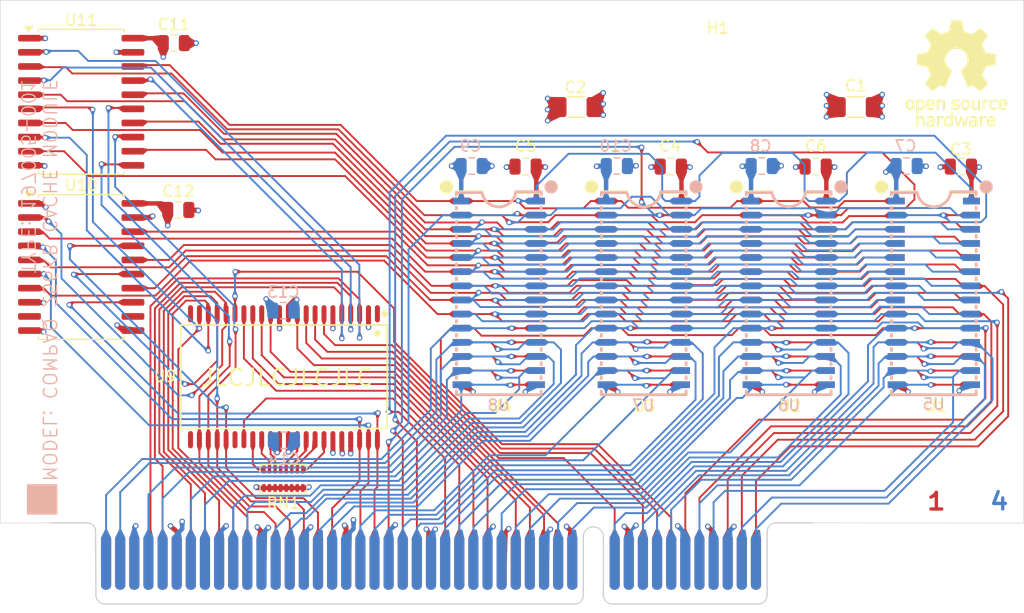
<source format=kicad_pcb>
(kicad_pcb (version 20240108) (generator "pcbnew") (generator_version "8.0")
  (layers (0 "F.Cu" signal) (1 "In1.Cu" power) (2 "In2.Cu" power) (31 "B.Cu" signal) (36 "B.SilkS" user "B.Silkscreen") (37 "F.SilkS" user "F.Silkscreen") (38 "B.Mask" user) (39 "F.Mask" user) (44 "Edge.Cuts" user))
  (net 0 "")
  (net 1 "+5V")
  (net 2 "COEA")
  (net 3 "CCSA")
  (net 4 "Cache_A17")
  (net 5 "Cache_A15")
  (net 6 "Cache_A10")
  (net 7 "Cache_A9")
  (net 8 "Cache_A8")
  (net 9 "Cache_A7")
  (net 10 "Cache_A6")
  (net 11 "Cache_A5")
  (net 12 "Cache_A4")
  (net 13 "Cache_A13")
  (net 14 "Cache_A14")
  (net 15 "CPU_D0")
  (net 16 "CPU_D2")
  (net 17 "CPU_D1")
  (net 18 "CPU_D3")
  (net 19 "CPU_A4")
  (net 20 "GND")
  (net 21 "CPU_D4")
  (net 22 "CPU_D5")
  (net 23 "CPU_D6")
  (net 24 "CPU_D7")
  (net 25 "CPU_D8")
  (net 26 "CPU_D9")
  (net 27 "CPU_D10")
  (net 28 "CPU_D11")
  (net 29 "TAG_Q3")
  (net 30 "TAG_Q7")
  (net 31 "TAG_Q6")
  (net 32 "TAG_Q5")
  (net 33 "TAG_Q4")
  (net 34 "TAG_Q2")
  (net 35 "TAG_Q1")
  (net 36 "TAG_Q0")
  (net 37 "CPU_D12")
  (net 38 "CPU_D13")
  (net 39 "CPU_D14")
  (net 40 "CPU_D15")
  (net 41 "CPU_D16")
  (net 42 "CPU_D17")
  (net 43 "CPU_D18")
  (net 44 "CPU_D19")
  (net 45 "CPU_D20")
  (net 46 "CPU_D21")
  (net 47 "CPU_D22")
  (net 48 "CPU_D23")
  (net 49 "CPU_D24")
  (net 50 "CPU_D25")
  (net 51 "CPU_D26")
  (net 52 "CPU_D27")
  (net 53 "CPU_D28")
  (net 54 "CPU_D29")
  (net 55 "CPU_D30")
  (net 56 "CPU_D31")
  (net 57 "CPU_A17")
  (net 58 "CPU_A13")
  (net 59 "CPU_A15")
  (net 60 "CPU_A14")
  (net 61 "CPU_A16")
  (net 62 "CPU_A12")
  (net 63 "CPU_A11")
  (net 64 "CPU_A10")
  (net 65 "CPU_A9")
  (net 66 "CPU_A8")
  (net 67 "CPU_A7")
  (net 68 "CPU_A6")
  (net 69 "CPU_A5")
  (net 70 "Cache_A12")
  (net 71 "Cache_A11")
  (net 72 "TAG_WE")
  (net 73 "Cache_A16")
  (net 74 "CWE0")
  (net 75 "CWE1")
  (net 76 "CWE2")
  (net 77 "CWE3")
  (net 78 "COEB")
  (net 79 "CCSB")
  (net 80 "CA3BA2")
  (net 81 "TAG_Q8")
  (net 85 "CA3A")
  (net 86 "TIO11")
  (net 87 "TIO14")
  (net 89 "TIO13")
  (net 90 "TIO9")
  (net 91 "TIO12")
  (net 92 "TIO10")
  (net 93 "TIO15")
  (footprint "Capacitor_SMD:C_0805_2012Metric" (layer "F.Cu") (at 225.35 71.95 180)
    (property "Reference" "C3")
    (property "Value" "1uF 16V")
  )
  (footprint "footprints:SOJ-28_L18.1-W7.6-P1.27-LS8.6-BL" (layer "F.Cu") (at 196.853332 83.3075 -90)
    (property "Reference" "U3")
    (property "Value" "IS61C256AL-12JLI")
  )
  (footprint "footprints:SOJ-28_L18.1-W7.6-P1.27-LS8.6-BL" (layer "F.Cu") (at 222.92 83.3075 -90)
    (property "Reference" "U1")
    (property "Value" "IS61C256AL-12JLI")
  )
  (footprint "footprints:Cache slot" (layer "F.Cu") (at 170.1 107.5)
    (property "Reference" "J1" (hide yes))
    (property "Value" "Cache_slot" (hide yes))
    (fp_line (start -26.646712 -3.527604) (end -23.297299 -3.52614) (stroke (width 0.12)) (layer "Edge.Cuts"))
    (fp_line (start -22.535968 -2.766483) (end -22.5 2.93548) (stroke (width 0.12)) (layer "Edge.Cuts"))
    (fp_line (start -21.689266 3.772396) (end 20.517697 3.772396) (stroke (width 0.12)) (layer "Edge.Cuts"))
    (fp_line (start 21.310185 2.97684) (end 21.310185 -2.267604) (stroke (width 0.12)) (layer "Edge.Cuts"))
    (fp_line (start 23.115585 2.962595) (end 23.115585 -2.267604) (stroke (width 0.12)) (layer "Edge.Cuts"))
    (fp_line (start 37.029946 3.772396) (end 23.899434 3.772396) (stroke (width 0.12)) (layer "Edge.Cuts"))
    (fp_line (start 37.835855 -2.746836) (end 37.833026 2.947761) (stroke (width 0.12)) (layer "Edge.Cuts"))
    (fp_line (start 38.635855 -3.527604) (end 41.91 -3.527604) (stroke (width 0.12)) (layer "Edge.Cuts"))
    (fp_arc (start -23.297299 -3.526139) (mid -22.759084 -3.304208) (end -22.535968 -2.766483) (stroke (width 0.12)) (layer "Edge.Cuts"))
    (fp_arc (start -21.689266 3.772396) (mid -22.272833 3.526563) (end -22.5 2.93548) (stroke (width 0.12)) (layer "Edge.Cuts"))
    (fp_arc (start 21.310184 2.97684) (mid 21.081143 3.542476) (end 20.517689 3.776844) (stroke (width 0.12)) (layer "Edge.Cuts"))
    (fp_arc (start 21.314785 -2.267604) (mid 22.215185 -3.168004) (end 23.115585 -2.267604) (stroke (width 0.12)) (layer "Edge.Cuts"))
    (fp_arc (start 23.899434 3.772396) (mid 23.347198 3.524343) (end 23.121507 2.962602) (stroke (width 0.12)) (layer "Edge.Cuts"))
    (fp_arc (start 37.833026 2.947761) (mid 37.605255 3.530257) (end 37.029965 3.775708) (stroke (width 0.12)) (layer "Edge.Cuts"))
    (fp_arc (start 37.835855 -2.746836) (mid 38.074156 -3.302915) (end 38.635855 -3.527604) (stroke (width 0.12)) (layer "Edge.Cuts"))
  )
  (footprint "Capacitor_SMD:C_0805_2012Metric" (layer "F.Cu") (at 154.6 60.85)
    (property "Reference" "C11")
    (property "Value" "1uF 16V")
  )
  (footprint "Capacitor_SMD:C_0805_2012Metric" (layer "F.Cu") (at 186.225 71.95 180)
    (property "Reference" "C5")
    (property "Value" "1uF 16V")
  )
  (footprint "Capacitor_SMD:C_0805_2012Metric" (layer "F.Cu") (at 199.275 71.95 180)
    (property "Reference" "C4")
    (property "Value" "1uF 16V")
  )
  (footprint "Capacitor_SMD:C_1206_3216Metric_Pad1.33x1.80mm_HandSolder" (layer "F.Cu") (at 215.9 66.6 180)
    (property "Reference" "C1")
    (property "Value" "47uF 16V" (hide yes))
  )
  (footprint "footprints:TSOP-44_L18.4-W10.2-P0.80-LS11.8-BL" (layer "F.Cu") (at 164.5 90.84 180)
    (property "Reference" "U9")
    (property "Value" "IS61C3216AL-12TLI")
  )
  (footprint "Package_SO:SOIC-20W_7.5x12.8mm_P1.27mm" (layer "F.Cu") (at 146.275 66.125)
    (property "Reference" "U11")
    (property "Value" "74F244")
  )
  (footprint "Capacitor_SMD:C_1206_3216Metric_Pad1.33x1.80mm_HandSolder" (layer "F.Cu") (at 190.8 66.6 180)
    (property "Reference" "C2")
    (property "Value" "47uF 16V")
  )
  (footprint "footprints:SOJ-28_L18.1-W7.6-P1.27-LS8.6-BL" (layer "F.Cu") (at 183.806666 83.3075 -90)
    (property "Reference" "U4")
    (property "Value" "IS61C256AL-12JLI")
  )
  (footprint "MountingHole:MountingHole_4mm" (layer "F.Cu") (at 203.5 64.5)
    (property "Reference" "H1")
    (property "Value" "MountingHole")
  )
  (footprint "Package_SO:SOIC-20W_7.5x12.8mm_P1.27mm" (layer "F.Cu") (at 146.275 80.975)
    (property "Reference" "U10")
    (property "Value" "74F244")
  )
  (footprint "footprints:SOJ-28_L18.1-W7.6-P1.27-LS8.6-BL" (layer "F.Cu") (at 209.876666 83.3075 -90)
    (property "Reference" "U2")
    (property "Value" "IS61C256AL-12JLI")
  )
  (footprint "Capacitor_SMD:C_0805_2012Metric" (layer "F.Cu") (at 212.3 71.95 180)
    (property "Reference" "C6")
    (property "Value" "1uF 16V")
  )
  (footprint "Capacitor_SMD:C_0805_2012Metric" (layer "F.Cu") (at 155 75.85)
    (property "Reference" "C12")
    (property "Value" "1uF 16V")
  )
  (footprint "footprints:RES-ARRAY-SMD_16P-L3.8-W1.6-P0.50-BL" (layer "F.Cu") (at 164.45 100.01 180)
    (property "Reference" "RN1")
    (property "Value" "EXB2HV103JV")
  )
  (footprint "Capacitor_SMD:C_0805_2012Metric" (layer "B.Cu") (at 207.45 71.9)
    (property "Reference" "C8")
    (property "Value" "1uF 16V")
  )
  (footprint "Capacitor_SMD:C_0805_2012Metric" (layer "B.Cu") (at 164.5 96.55)
    (property "Reference" "C14")
    (property "Value" "1uF 16V")
  )
  (footprint "footprints:SOJ-28_L18.1-W7.6-P1.27-LS8.6-BL" (layer "B.Cu") (at 222.92 83.3075 -90)
    (property "Reference" "U5")
    (property "Value" "IS61C256AL-12JLI" (hide yes))
  )
  (footprint "footprints:SOJ-28_L18.1-W7.6-P1.27-LS8.6-BL" (layer "B.Cu") (at 209.87 83.3075 -90)
    (property "Reference" "U6")
    (property "Value" "IS61C256AL-12JLI")
  )
  (footprint "Capacitor_SMD:C_0805_2012Metric" (layer "B.Cu") (at 220.475 71.9)
    (property "Reference" "C7")
    (property "Value" "1uF 16V")
  )
  (footprint "Capacitor_SMD:C_0805_2012Metric" (layer "B.Cu") (at 181.375 71.9)
    (property "Reference" "C9")
    (property "Value" "1uF 16V")
  )
  (footprint "Capacitor_SMD:C_0805_2012Metric" (layer "B.Cu") (at 194.425 71.9)
    (property "Reference" "C10")
    (property "Value" "1uF 16V")
  )
  (footprint "Capacitor_SMD:C_0805_2012Metric" (layer "B.Cu") (at 164.45 84.9 180)
    (property "Reference" "C13")
    (property "Value" "1uF 16V")
  )
  (footprint "footprints:SOJ-28_L18.1-W7.6-P1.27-LS8.6-BL" (layer "B.Cu") (at 196.84 83.3075 -90)
    (property "Reference" "U7")
    (property "Value" "IS61C256AL-12JLI")
  )
  (footprint "footprints:SOJ-28_L18.1-W7.6-P1.27-LS8.6-BL" (layer "B.Cu") (at 183.816666 83.3075 -90)
    (property "Reference" "U8")
    (property "Value" "IS61C256AL-12JLI")
  )
  (gr_rect (start 141.494702 100.6) (end 144.034702 103.14) (stroke (width 0.2)) (fill solid) (layer "B.SilkS"))
  (gr_poly (pts (xy 226.487398 67.401579) (xy 226.528596 67.404479) (xy 226.567825 67.409448) (xy 226.586661 67.412744) (xy 226.604956 67.4166) (xy 226.622694 67.42103) (xy 226.639859 67.426048) (xy 226.656435 67.431667) (xy 226.672406 67.437903) (xy 226.687755 67.444768) (xy 226.702467 67.452277) (xy 226.716524 67.460445) (xy 226.729912 67.469284) (xy 226.742613 67.47881) (xy 226.754613 67.489036) (xy 226.765893 67.499976) (xy 226.776439 67.511644) (xy 226.786234 67.524055) (xy 226.795263 67.537222) (xy 226.803508 67.55116) (xy 226.810954 67.565882) (xy 226.817584 67.581403) (xy 226.823383 67.597736) (xy 226.828334 67.614896) (xy 226.832421 67.632897) (xy 226.835628 67.651752) (xy 226.837939 67.671476) (xy 226.839337 67.692083) (xy 226.839807 67.713587) (xy 226.839807 68.362028) (xy 226.648566 68.362028) (xy 226.648566 68.277679) (xy 226.644862 68.277679) (xy 226.637163 68.289575) (xy 226.628792 68.300642) (xy 226.619696 68.310889) (xy 226.60982 68.320324) (xy 226.599109 68.328956) (xy 226.587508 68.336793) (xy 226.574963 68.343843) (xy 226.561419 68.350116) (xy 226.546821 68.355618) (xy 226.531115 68.36036) (xy 226.514246 68.364349) (xy 226.49616 68.367594) (xy 226.476802 68.370103) (xy 226.456116 68.371884) (xy 226.43405 68.372947) (xy 226.410547 68.373299) (xy 226.390952 68.372934) (xy 226.37188 68.371849) (xy 226.353337 68.370059) (xy 226.335329 68.367582) (xy 226.317863 68.364431) (xy 226.300946 68.360624) (xy 226.284585 68.356175) (xy 226.268784 68.351102) (xy 226.253552 68.345419) (xy 226.238895 68.339142) (xy 226.224819 68.332287) (xy 226.211331 68.32487) (xy 226.198437 68.316907) (xy 226.186144 68.308413) (xy 226.174458 68.299404) (xy 226.163386 68.289896) (xy 226.152934 68.279905) (xy 226.14311 68.269447) (xy 226.133919 68.258537) (xy 226.125368 68.247191) (xy 226.117463 68.235425) (xy 226.110212 68.223255) (xy 226.10362 68.210696) (xy 226.097695 68.197764) (xy 226.092442 68.184476) (xy 226.087868 68.170846) (xy 226.08398 68.156891) (xy 226.080784 68.142626) (xy 226.078287 68.128068) (xy 226.076496 68.113231) (xy 226.075416 68.098133) (xy 226.075055 68.082787) (xy 226.075258 68.07342) (xy 226.255077 68.07342) (xy 226.255677 68.085257) (xy 226.257506 68.096849) (xy 226.260603 68.108125) (xy 226.26501 68.119012) (xy 226.267717 68.124287) (xy 226.270768 68.129439) (xy 226.274166 68.134458) (xy 226.277918 68.139335) (xy 226.282027 68.144062) (xy 226.2865 68.148628) (xy 226.291342 68.153026) (xy 226.296557 68.157247) (xy 226.302151 68.161281) (xy 226.308129 68.165119) (xy 226.314496 68.168754) (xy 226.321257 68.172174) (xy 226.328417 68.175373) (xy 226.335981 68.17834) (xy 226.343955 68.181068) (xy 226.352344 68.183546) (xy 226.370385 68.187719) (xy 226.390147 68.190788) (xy 226.411669 68.192682) (xy 226.434994 68.19333) (xy 226.463641 68.193104) (xy 226.489904 68.192317) (xy 226.513855 68.1908) (xy 226.535569 68.188386) (xy 226.54561 68.18679) (xy 226.55512 68.184906) (xy 226.564107 68.182715) (xy 226.572582 68.180194) (xy 226.580553 68.177324) (xy 226.588029 68.174082) (xy 226.595021 68.170448) (xy 226.601536 68.166401) (xy 226.607585 68.161921) (xy 226.613176 68.156985) (xy 226.61832 68.151574) (xy 226.623024 68.145665) (xy 226.627299 68.139239) (xy 226.631153 68.132275) (xy 226.634597 68.12475) (xy 226.637639 68.116645) (xy 226.640288 68.107939) (xy 226.642554 68.098609) (xy 226.644445 68.088637) (xy 226.645973 68.078) (xy 226.647144 68.066677) (xy 226.64797 68.054648) (xy 226.648458 68.041892) (xy 226.648619 68.028387) (xy 226.648618 68.028387) (xy 226.648618 67.959014) (xy 226.420018 67.959014) (xy 226.409652 67.959145) (xy 226.399635 67.959537) (xy 226.389967 67.960184) (xy 226.380646 67.961085) (xy 226.371671 67.962233) (xy 226.36304 67.963627) (xy 226.354753 67.965262) (xy 226.346807 67.967134) (xy 226.339202 67.96924) (xy 226.331936 67.971576) (xy 226.325007 67.974137) (xy 226.318414 67.976921) (xy 226.312157 67.979923) (xy 226.306233 67.98314) (xy 226.300641 67.986567) (xy 226.29538 67.990202) (xy 226.290448 67.994039) (xy 226.285845 67.998077) (xy 226.281568 68.00231) (xy 226.277616 68.006735) (xy 226.273989 68.011347) (xy 226.270684 68.016145) (xy 226.2677 68.021122) (xy 226.265036 68.026277) (xy 226.262691 68.031604) (xy 226.260663 68.037101) (xy 226.25895 68.042763) (xy 226.257552 68.048586) (xy 226.256467 68.054567) (xy 226.255694 68.060703) (xy 226.255231 68.066988) (xy 226.255077 68.07342) (xy 226.075258 68.07342) (xy 226.075362 68.068628) (xy 226.076284 68.05462) (xy 226.077819 68.040782) (xy 226.079967 68.027133) (xy 226.082726 68.013695) (xy 226.086094 68.000485) (xy 226.090072 67.987524) (xy 226.094658 67.974832) (xy 226.09985 67.962427) (xy 226.105649 67.95033) (xy 226.112052 67.93856) (xy 226.119059 67.927137) (xy 226.126668 67.91608) (xy 226.134879 67.905408) (xy 226.14369 67.895143) (xy 226.1531 67.885302) (xy 226.163109 67.875906) (xy 226.173715 67.866974) (xy 226.184917 67.858525) (xy 226.196714 67.850581) (xy 226.209105 67.843159) (xy 226.222089 67.83628) (xy 226.235665 67.829963) (xy 226.249831 67.824227) (xy 226.264587 67.819094) (xy 226.279932 67.814581) (xy 226.295864 67.810708) (xy 226.312383 67.807496) (xy 226.329486 67.804964) (xy 226.347175 67.80313) (xy 226.365446 67.802016) (xy 226.3843 67.80164) (xy 226.648566 67.80164) (xy 226.648566 67.702316) (xy 226.64788 67.686132) (xy 226.647017 67.678537) (xy 226.645802 67.671267) (xy 226.644232 67.664318) (xy 226.642302 67.657685) (xy 226.640009 67.651362) (xy 226.637349 67.645346) (xy 226.634319 67.639631) (xy 226.630914 67.634213) (xy 226.627131 67.629087) (xy 226.622966 67.624248) (xy 226.618415 67.619691) (xy 226.613474 67.615412) (xy 226.60814 67.611406) (xy 226.602409 67.607668) (xy 226.596277 67.604194) (xy 226.589741 67.600978) (xy 226.575439 67.595303) (xy 226.559472 67.590606) (xy 226.541812 67.586848) (xy 226.522426 67.583991) (xy 226.501286 67.581998) (xy 226.478361 67.58083) (xy 226.453621 67.580449) (xy 226.435604 67.580674) (xy 226.41876 67.581364) (xy 226.403033 67.582546) (xy 226.388363 67.584242) (xy 226.381407 67.58529) (xy 226.374694 67.586477) (xy 226.368216 67.587804) (xy 226.361967 67.589275) (xy 226.355939 67.590894) (xy 226.350125 67.592662) (xy 226.344517 67.594584) (xy 226.339109 67.596661) (xy 226.333893 67.598898) (xy 226.328863 67.601297) (xy 226.32401 67.603862) (xy 226.319327 67.606595) (xy 226.314808 67.609499) (xy 226.310445 67.612578) (xy 226.306231 67.615834) (xy 226.302158 67.619271) (xy 226.29822 67.622891) (xy 226.294409 67.626699) (xy 226.290718 67.630696) (xy 226.28714 67.634885) (xy 226.283667 67.639271) (xy 226.280293 67.643855) (xy 226.27701 67.648642) (xy 226.27381 67.653633) (xy 226.123844 67.539333) (xy 226.137922 67.521084) (xy 226.152757 67.504294) (xy 226.168357 67.488923) (xy 226.18473 67.474933) (xy 226.201883 67.462285) (xy 226.219825 67.45094) (xy 226.238564 67.440859) (xy 226.258107 67.432004) (xy 226.278462 67.424336) (xy 226.299638 67.417816) (xy 226.321642 67.412406) (xy 226.344482 67.408066) (xy 226.368165 67.404758) (xy 226.392701 67.402443) (xy 226.418097 67.401083) (xy 226.44436 67.400638)) (stroke (width -0.000001)) (fill solid) (layer "F.SilkS"))
  (gr_poly (pts (xy 223.665153 67.400964) (xy 223.679118 67.401933) (xy 223.692795 67.403527) (xy 223.706195 67.405731) (xy 223.719331 67.408527) (xy 223.732212 67.4119) (xy 223.744851 67.415833) (xy 223.757259 67.420309) (xy 223.769447 67.425313) (xy 223.781425 67.430827) (xy 223.793206 67.436835) (xy 223.8048 67.443322) (xy 223.81622 67.450269) (xy 223.827475 67.457662) (xy 223.838578 67.465483) (xy 223.849539 67.473716) (xy 223.710898 67.638657) (xy 223.70261 67.632558) (xy 223.694587 67.626932) (xy 223.686783 67.62177) (xy 223.679155 67.617058) (xy 223.671659 67.612788) (xy 223.66425 67.608947) (xy 223.656885 67.605524) (xy 223.649521 67.602509) (xy 223.642112 67.59989) (xy 223.634615 67.597656) (xy 223.626987 67.595796) (xy 223.619182 67.594299) (xy 223.611158 67.593154) (xy 223.60287 67.59235) (xy 223.594274 67.591876) (xy 223.585326 67.591721) (xy 223.567798 67.592429) (xy 223.550445 67.594572) (xy 223.5334 67.598177) (xy 223.516793 67.60327) (xy 223.508696 67.606384) (xy 223.500757 67.60988) (xy 223.492995 67.613762) (xy 223.485424 67.618032) (xy 223.478062 67.622696) (xy 223.470926 67.627755) (xy 223.464031 67.633213) (xy 223.457394 67.639074) (xy 223.451031 67.645341) (xy 223.44496 67.652018) (xy 223.439196 67.659107) (xy 223.433756 67.666612) (xy 223.428656 67.674537) (xy 223.423914 67.682885) (xy 223.419545 67.691659) (xy 223.415565 67.700863) (xy 223.411993 67.7105) (xy 223.408843 67.720574) (xy 223.406132 67.731087) (xy 223.403878 67.742044) (xy 223.402095 67.753447) (xy 223.400802 67.7653) (xy 223.400014 67.777606) (xy 223.399747 67.790369) (xy 223.399747 68.362028) (xy 223.208612 68.362028) (xy 223.208612 67.411909) (xy 223.399747 67.411909) (xy 223.399747 67.513086) (xy 223.403504 67.513086) (xy 223.415051 67.499475) (xy 223.427198 67.486741) (xy 223.439928 67.474884) (xy 223.453224 67.463905) (xy 223.46707 67.453803) (xy 223.481448 67.444578) (xy 223.496344 67.436232) (xy 223.511739 67.428763) (xy 223.527617 67.422173) (xy 223.543961 67.41646) (xy 223.560756 67.411626) (xy 223.577983 67.407671) (xy 223.595627 67.404594) (xy 223.61367 67.402396) (xy 223.632097 67.401077) (xy 223.65089 67.400638)) (stroke (width -0.000001)) (fill solid) (layer "F.SilkS"))
  (gr_poly (pts (xy 222.646239 67.401579) (xy 222.687443 67.404479) (xy 222.726677 67.409448) (xy 222.745514 67.412744) (xy 222.76381 67.4166) (xy 222.781549 67.42103) (xy 222.798715 67.426048) (xy 222.815291 67.431667) (xy 222.831262 67.437903) (xy 222.84661 67.444768) (xy 222.861321 67.452277) (xy 222.875378 67.460445) (xy 222.888764 67.469284) (xy 222.901464 67.47881) (xy 222.913462 67.489036) (xy 222.924741 67.499976) (xy 222.935286 67.511644) (xy 222.945079 67.524055) (xy 222.954106 67.537222) (xy 222.962349 67.55116) (xy 222.969794 67.565882) (xy 222.976422 67.581403) (xy 222.98222 67.597736) (xy 222.98717 67.614896) (xy 222.991255 67.632897) (xy 222.994462 67.651752) (xy 222.996772 67.671476) (xy 222.998169 67.692083) (xy 222.998639 67.713587) (xy 222.998639 68.362028) (xy 222.807451 68.362028) (xy 222.807451 68.277679) (xy 222.803694 68.277679) (xy 222.796005 68.289575) (xy 222.787644 68.300642) (xy 222.778558 68.310889) (xy 222.768691 68.320324) (xy 222.757988 68.328956) (xy 222.746394 68.336793) (xy 222.733856 68.343843) (xy 222.720317 68.350116) (xy 222.705724 68.355618) (xy 222.690021 68.36036) (xy 222.673154 68.364349) (xy 222.655067 68.367594) (xy 222.635706 68.370103) (xy 222.615017 68.371884) (xy 222.592944 68.372947) (xy 222.569432 68.373299) (xy 222.549838 68.372934) (xy 222.530766 68.371849) (xy 222.512223 68.370059) (xy 222.494217 68.367582) (xy 222.476752 68.364431) (xy 222.459837 68.360624) (xy 222.443477 68.356175) (xy 222.427678 68.351102) (xy 222.412448 68.345419) (xy 222.397793 68.339142) (xy 222.383719 68.332287) (xy 222.370233 68.32487) (xy 222.357341 68.316907) (xy 222.345051 68.308413) (xy 222.333367 68.299404) (xy 222.322298 68.289896) (xy 222.311849 68.279905) (xy 222.302027 68.269447) (xy 222.292838 68.258537) (xy 222.28429 68.247191) (xy 222.276388 68.235425) (xy 222.269138 68.223255) (xy 222.262549 68.210696) (xy 222.256625 68.197764) (xy 222.251374 68.184476) (xy 222.246802 68.170846) (xy 222.242915 68.156891) (xy 222.239721 68.142626) (xy 222.237225 68.128068) (xy 222.235434 68.113231) (xy 222.234355 68.098133) (xy 222.233993 68.082787) (xy 222.234197 68.07342) (xy 222.413857 68.07342) (xy 222.414457 68.085257) (xy 222.416286 68.096849) (xy 222.419383 68.108125) (xy 222.423791 68.119012) (xy 222.426498 68.124287) (xy 222.429549 68.129439) (xy 222.432948 68.134458) (xy 222.4367 68.139335) (xy 222.440811 68.144062) (xy 222.445285 68.148628) (xy 222.450127 68.153026) (xy 222.455344 68.157247) (xy 222.460939 68.161281) (xy 222.466918 68.165119) (xy 222.473287 68.168754) (xy 222.480049 68.172174) (xy 222.487212 68.175373) (xy 222.494778 68.17834) (xy 222.502755 68.181068) (xy 222.511146 68.183546) (xy 222.529194 68.187719) (xy 222.548962 68.190788) (xy 222.570493 68.192682) (xy 222.593827 68.19333) (xy 222.622474 68.193104) (xy 222.648736 68.192317) (xy 222.672687 68.1908) (xy 222.694401 68.188386) (xy 222.704443 68.18679) (xy 222.713952 68.184906) (xy 222.72294 68.182715) (xy 222.731414 68.180194) (xy 222.739385 68.177324) (xy 222.746862 68.174082) (xy 222.753853 68.170448) (xy 222.760369 68.166401) (xy 222.766417 68.161921) (xy 222.772009 68.156985) (xy 222.777152 68.151574) (xy 222.781856 68.145665) (xy 222.786131 68.139239) (xy 222.789986 68.132275) (xy 222.793429 68.12475) (xy 222.796471 68.116645) (xy 222.79912 68.107939) (xy 222.801386 68.098609) (xy 222.803278 68.088637) (xy 222.804805 68.078) (xy 222.805977 68.066677) (xy 222.806802 68.054648) (xy 222.80729 68.041892) (xy 222.807451 68.028387) (xy 222.807451 67.959014) (xy 222.578851 67.959014) (xy 222.56848 67.959145) (xy 222.558459 67.959537) (xy 222.548786 67.960184) (xy 222.539461 67.961085) (xy 222.530483 67.962233) (xy 222.521849 67.963627) (xy 222.513558 67.965262) (xy 222.50561 67.967134) (xy 222.498001 67.96924) (xy 222.490733 67.971576) (xy 222.483802 67.974137) (xy 222.477207 67.976921) (xy 222.470948 67.979923) (xy 222.465022 67.98314) (xy 222.459429 67.986567) (xy 222.454166 67.990202) (xy 222.449234 67.994039) (xy 222.444629 67.998077) (xy 222.440351 68.00231) (xy 222.436399 68.006735) (xy 222.432771 68.011347) (xy 222.429465 68.016145) (xy 222.426481 68.021122) (xy 222.423817 68.026277) (xy 222.421471 68.031604) (xy 222.419443 68.037101) (xy 222.41773 68.042763) (xy 222.416332 68.048586) (xy 222.415247 68.054567) (xy 222.414474 68.060703) (xy 222.414011 68.066988) (xy 222.413857 68.07342) (xy 222.234197 68.07342) (xy 222.234301 68.068628) (xy 222.235222 68.05462) (xy 222.236756 68.040782) (xy 222.238901 68.027133) (xy 222.241657 68.013695) (xy 222.245024 68.000485) (xy 222.248998 67.987524) (xy 222.253581 67.974832) (xy 222.25877 67.962427) (xy 222.264564 67.95033) (xy 222.270964 67.93856) (xy 222.277966 67.927137) (xy 222.285572 67.91608) (xy 222.293779 67.905408) (xy 222.302586 67.895143) (xy 222.311992 67.885302) (xy 222.321998 67.875906) (xy 222.3326 67.866974) (xy 222.343799 67.858525) (xy 222.355593 67.850581) (xy 222.367982 67.843159) (xy 222.380963 67.83628) (xy 222.394537 67.829963) (xy 222.408703 67.824227) (xy 222.423458 67.819094) (xy 222.438803 67.814581) (xy 222.454735 67.810708) (xy 222.471255 67.807496) (xy 222.488361 67.804964) (xy 222.506052 67.80313) (xy 222.524327 67.802016) (xy 222.543185 67.80164) (xy 222.807451 67.80164) (xy 222.807451 67.702316) (xy 222.806765 67.686132) (xy 222.805902 67.678537) (xy 222.804687 67.671267) (xy 222.803117 67.664318) (xy 222.801188 67.657685) (xy 222.798895 67.651362) (xy 222.796235 67.645346) (xy 222.793205 67.639631) (xy 222.789801 67.634213) (xy 222.786018 67.629087) (xy 222.781854 67.624248) (xy 222.777304 67.619691) (xy 222.772364 67.615412) (xy 222.767031 67.611406) (xy 222.761301 67.607668) (xy 222.755171 67.604194) (xy 222.748636 67.600978) (xy 222.734337 67.595303) (xy 222.718375 67.590606) (xy 222.700719 67.586848) (xy 222.68134 67.583991) (xy 222.660207 67.581998) (xy 222.63729 67.58083) (xy 222.612559 67.580449) (xy 222.594541 67.580674) (xy 222.577694 67.581364) (xy 222.561961 67.582546) (xy 222.547285 67.584242) (xy 222.540325 67.58529) (xy 222.533607 67.586477) (xy 222.527125 67.587804) (xy 222.520872 67.589275) (xy 222.514839 67.590894) (xy 222.50902 67.592662) (xy 222.503407 67.594584) (xy 222.497994 67.596661) (xy 222.492774 67.598898) (xy 222.487738 67.601297) (xy 222.48288 67.603862) (xy 222.478193 67.606595) (xy 222.473669 67.609499) (xy 222.469302 67.612578) (xy 222.465084 67.615834) (xy 222.461007 67.619271) (xy 222.457066 67.622891) (xy 222.453252 67.626699) (xy 222.449558 67.630696) (xy 222.445977 67.634885) (xy 222.442502 67.639271) (xy 222.439127 67.643855) (xy 222.435842 67.648642) (xy 222.432642 67.653633) (xy 222.28273 67.539333) (xy 222.296806 67.521084) (xy 222.311638 67.504294) (xy 222.327233 67.488923) (xy 222.343599 67.474933) (xy 222.360746 67.462285) (xy 222.37868 67.45094) (xy 222.397411 67.440859) (xy 222.416946 67.432004) (xy 222.437294 67.424336) (xy 222.458464 67.417816) (xy 222.480463 67.412406) (xy 222.5033 67.408066) (xy 222.526983 67.404758) (xy 222.551521 67.402443) (xy 222.576921 67.401083) (xy 222.603193 67.400638)) (stroke (width -0.000001)) (fill solid) (layer "F.SilkS"))
  (gr_poly (pts (xy 228.349249 65.900016) (xy 228.36251 65.900616) (xy 228.375595 65.901607) (xy 228.388504 65.90298) (xy 228.413793 65.906842) (xy 228.438372 65.91214) (xy 228.462239 65.91881) (xy 228.485391 65.926791) (xy 228.507824 65.936017) (xy 228.529535 65.946427) (xy 228.550521 65.957958) (xy 228.57078 65.970547) (xy 228.590307 65.984129) (xy 228.609099 65.998644) (xy 228.627154 66.014027) (xy 228.644469 66.030215) (xy 228.661039 66.047146) (xy 228.676862 66.064756) (xy 228.536315 66.190327) (xy 228.527303 66.179637) (xy 228.517819 66.169378) (xy 228.507878 66.159586) (xy 228.497492 66.150296) (xy 228.486677 66.141545) (xy 228.475446 66.133367) (xy 228.463813 66.125799) (xy 228.451794 66.118877) (xy 228.439401 66.112635) (xy 228.426648 66.10711) (xy 228.413551 66.102337) (xy 228.400122 66.098351) (xy 228.386377 66.09519) (xy 228.372329 66.092887) (xy 228.357992 66.09148) (xy 228.343381 66.091003) (xy 228.314964 66.092042) (xy 228.288082 66.095192) (xy 228.275229 66.097573) (xy 228.262775 66.100499) (xy 228.250725 66.103977) (xy 228.239085 66.10801) (xy 228.22786 66.112607) (xy 228.217054 66.117772) (xy 228.206673 66.123511) (xy 228.196722 66.12983) (xy 228.187206 66.136735) (xy 228.17813 66.144232) (xy 228.1695 66.152327) (xy 228.161321 66.161025) (xy 228.153597 66.170332) (xy 228.146335 66.180254) (xy 228.139538 66.190798) (xy 228.133213 66.201968) (xy 228.127364 66.21377) (xy 228.121997 66.226211) (xy 228.117116 66.239297) (xy 228.112727 66.253032) (xy 228.108835 66.267423) (xy 228.105446 66.282476) (xy 228.102564 66.298197) (xy 228.100194 66.314591) (xy 228.097012 66.349423) (xy 228.095943 66.387019) (xy 228.096211 66.406006) (xy 228.097013 66.424308) (xy 228.098343 66.441929) (xy 228.100196 66.458874) (xy 228.102567 66.47515) (xy 228.10545 66.490761) (xy 228.108841 66.505713) (xy 228.112735 66.520012) (xy 228.117125 66.533663) (xy 228.122007 66.546672) (xy 228.127376 66.559043) (xy 228.133227 66.570783) (xy 228.139554 66.581897) (xy 228.146352 66.592391) (xy 228.153616 66.602269) (xy 228.161341 66.611537) (xy 228.169522 66.620202) (xy 228.178153 66.628268) (xy 228.187229 66.63574) (xy 228.196745 66.642625) (xy 228.206697 66.648928) (xy 228.217077 66.654654) (xy 228.227883 66.659808) (xy 228.239108 66.664397) (xy 228.250747 66.668426) (xy 228.262795 66.671899) (xy 228.275247 66.674823) (xy 228.288097 66.677203) (xy 228.301341 66.679045) (xy 228.314973 66.680354) (xy 228.328988 66.681135) (xy 228.343381 66.681394) (xy 228.35072 66.681274) (xy 228.357992 66.680917) (xy 228.365194 66.680327) (xy 228.372327 66.679509) (xy 228.386372 66.677207) (xy 228.400115 66.674045) (xy 228.41354 66.67006) (xy 228.426634 66.665287) (xy 228.439383 66.659762) (xy 228.451774 66.65352) (xy 228.463792 66.646598) (xy 228.475423 66.63903) (xy 228.486653 66.630852) (xy 228.49747 66.622101) (xy 228.507858 66.612811) (xy 228.517804 66.603019) (xy 228.527294 66.59276) (xy 228.536315 66.582069) (xy 228.676862 66.70764) (xy 228.661048 66.725223) (xy 228.644486 66.742131) (xy 228.627178 66.7583) (xy 228.609129 66.773668) (xy 228.59034 66.788171) (xy 228.570816 66.801746) (xy 228.55056 66.814328) (xy 228.529574 66.825856) (xy 228.507862 66.836264) (xy 228.485427 66.845491) (xy 228.462273 66.853472) (xy 228.438401 66.860144) (xy 228.413817 66.865444) (xy 228.388522 66.869308) (xy 228.362519 66.871673) (xy 228.335813 66.872475) (xy 228.294844 66.870834) (xy 228.254349 66.865843) (xy 228.214628 66.857399) (xy 228.175979 66.845401) (xy 228.157151 66.838037) (xy 228.138703 66.829746) (xy 228.120672 66.820516) (xy 228.103097 66.810333) (xy 228.086015 66.799185) (xy 228.069462 66.787059) (xy 228.053477 66.773943) (xy 228.038097 66.759822) (xy 228.02336 66.744686) (xy 228.009302 66.728521) (xy 227.995961 66.711314) (xy 227.983374 66.693052) (xy 227.97158 66.673724) (xy 227.960614 66.653315) (xy 227.950516 66.631813) (xy 227.941322 66.609206) (xy 227.933069 66.585481) (xy 227.925795 66.560624) (xy 227.919538 66.534624) (xy 227.914334 66.507467) (xy 227.910222 66.479141) (xy 227.907239 66.449633) (xy 227.905421 66.418929) (xy 227.904807 66.387019) (xy 227.905421 66.354958) (xy 227.907239 66.324114) (xy 227.910222 66.294474) (xy 227.914334 66.266024) (xy 227.919538 66.238751) (xy 227.925795 66.212642) (xy 227.933069 66.187685) (xy 227.941322 66.163866) (xy 227.950516 66.141172) (xy 227.960614 66.11959) (xy 227.97158 66.099107) (xy 227.983374 66.079711) (xy 227.995961 66.061387) (xy 228.009302 66.044124) (xy 228.02336 66.027908) (xy 228.038097 66.012726) (xy 228.053477 65.998564) (xy 228.069462 65.985411) (xy 228.086015 65.973253) (xy 228.103097 65.962077) (xy 228.120672 65.95187) (xy 228.138703 65.942618) (xy 228.157151 65.93431) (xy 228.175979 65.926931) (xy 228.195151 65.920469) (xy 228.214628 65.914911) (xy 228.234373 65.910244) (xy 228.254349 65.906455) (xy 228.274519 65.90353) (xy 228.294844 65.901457) (xy 228.335813 65.899815)) (stroke (width -0.000001)) (fill solid) (layer "F.SilkS"))
  (gr_poly (pts (xy 225.098902 68.077177) (xy 225.102659 68.077177) (xy 225.318135 67.411909) (xy 225.45683 67.411909) (xy 225.672306 68.077177) (xy 225.676169 68.077177) (xy 225.857832 67.411909) (xy 226.060291 67.411909) (xy 225.756761 68.362028) (xy 225.58801 68.362028) (xy 225.389361 67.696706) (xy 225.385604 67.696706) (xy 225.186955 68.362028) (xy 225.018309 68.362028) (xy 224.714726 67.411909) (xy 224.91708 67.411909)) (stroke (width -0.000001)) (fill solid) (layer "F.SilkS"))
  (gr_poly (pts (xy 221.799205 65.900475) (xy 221.819871 65.902263) (xy 221.839797 65.905182) (xy 221.858986 65.909183) (xy 221.877441 65.914217) (xy 221.895164 65.920233) (xy 221.912159 65.927183) (xy 221.928426 65.935018) (xy 221.943969 65.943687) (xy 221.95879 65.953141) (xy 221.972892 65.963331) (xy 221.986277 65.974208) (xy 221.998948 65.985721) (xy 222.010906 65.997821) (xy 222.022156 66.01046) (xy 222.032698 66.023587) (xy 222.042097 66.036214) (xy 222.050651 66.04897) (xy 222.058393 66.062115) (xy 222.065355 66.07591) (xy 222.068554 66.083134) (xy 222.071571 66.090617) (xy 222.07441 66.098394) (xy 222.077074 66.106496) (xy 222.079568 66.114957) (xy 222.081896 66.123808) (xy 222.086071 66.142814) (xy 222.089631 66.163776) (xy 222.09261 66.186954) (xy 222.09504 66.212609) (xy 222.096955 66.241002) (xy 222.098386 66.272395) (xy 222.099368 66.307047) (xy 222.099933 66.345221) (xy 222.100114 66.387177) (xy 222.099368 66.466665) (xy 222.096955 66.532235) (xy 222.09504 66.560445) (xy 222.09261 66.585949) (xy 222.089631 66.609003) (xy 222.086071 66.629867) (xy 222.081896 66.648797) (xy 222.077074 66.666051) (xy 222.071571 66.681886) (xy 222.065355 66.696562) (xy 222.058393 66.710334) (xy 222.050651 66.723461) (xy 222.042097 66.7362) (xy 222.032698 66.74881) (xy 222.022156 66.761937) (xy 222.010906 66.774575) (xy 221.998948 66.786676) (xy 221.986277 66.798189) (xy 221.972892 66.809066) (xy 221.95879 66.819256) (xy 221.943969 66.82871) (xy 221.928426 66.837379) (xy 221.912158 66.845213) (xy 221.903752 66.848802) (xy 221.895164 66.852164) (xy 221.886394 66.855292) (xy 221.877441 66.85818) (xy 221.868305 66.860823) (xy 221.858986 66.863214) (xy 221.849483 66.865347) (xy 221.839797 66.867215) (xy 221.829926 66.868813) (xy 221.81987 66.870134) (xy 221.80963 66.871172) (xy 221.799205 66.871922) (xy 221.788595 66.872376) (xy 221.777798 66.872529) (xy 221.759761 66.872007) (xy 221.742184 66.870464) (xy 221.725048 66.867933) (xy 221.708329 66.864447) (xy 221.692006 66.860038) (xy 221.676056 66.854739) (xy 221.660458 66.848584) (xy 221.645189 66.841606) (xy 221.630228 66.833836) (xy 221.615553 66.825309) (xy 221.601141 66.816058) (xy 221.586971 66.806114) (xy 221.57302 66.795512) (xy 221.559267 66.784283) (xy 221.545689 66.772462) (xy 221.532265 66.760081) (xy 221.531577 67.513085) (xy 221.543785 67.499474) (xy 221.556509 67.48674) (xy 221.569737 67.474883) (xy 221.58346 67.463904) (xy 221.597666 67.453802) (xy 221.612344 67.444577) (xy 221.627484 67.436231) (xy 221.643073 67.428762) (xy 221.659101 67.422172) (xy 221.675557 67.416459) (xy 221.69243 67.411625) (xy 221.70971 67.40767) (xy 221.727384 67.404593) (xy 221.745442 67.402395) (xy 221.763873 67.401077) (xy 221.782667 67.400637) (xy 221.796602 67.400971) (xy 221.810623 67.401973) (xy 221.824696 67.40364) (xy 221.838785 67.405969) (xy 221.852856 67.408959) (xy 221.866875 67.412606) (xy 221.880806 67.416908) (xy 221.894615 67.421863) (xy 221.908268 67.427469) (xy 221.92173 67.433723) (xy 221.934965 67.440623) (xy 221.94794 67.448165) (xy 221.96062 67.456349) (xy 221.97297 67.465171) (xy 221.984956 67.47463) (xy 221.996543 67.484722) (xy 222.007695 67.495445) (xy 222.01838 67.506797) (xy 222.028561 67.518776) (xy 222.038205 67.531379) (xy 222.047276 67.544603) (xy 222.05574 67.558447) (xy 222.063563 67.572907) (xy 222.070709 67.587982) (xy 222.077144 67.603669) (xy 222.082834 67.619966) (xy 222.087743 67.63687) (xy 222.091837 67.654378) (xy 222.095082 67.67249) (xy 222.097443 67.691201) (xy 222.098885 67.71051) (xy 222.099373 67.730414) (xy 222.099373 68.362027) (xy 221.908238 68.362027) (xy 221.908238 67.796084) (xy 221.908004 67.784114) (xy 221.907307 67.772468) (xy 221.906158 67.761148) (xy 221.904566 67.750158) (xy 221.902543 67.739502) (xy 221.900096 67.729185) (xy 221.897238 67.719208) (xy 221.893976 67.709577) (xy 221.890322 67.700295) (xy 221.886286 67.691366) (xy 221.881876 67.682794) (xy 221.877104 67.674581) (xy 221.871979 67.666733) (xy 221.866511 67.659253) (xy 221.860711 67.652144) (xy 221.854587 67.64541) (xy 221.848151 67.639056) (xy 221.841411 67.633084) (xy 221.834378 67.627499) (xy 221.827062 67.622304) (xy 221.819473 67.617503) (xy 221.811621 67.6131) (xy 221.803515 67.609099) (xy 221.795166 67.605502) (xy 221.786583 67.602315) (xy 221.777778 67.599541) (xy 221.768758 67.597183) (xy 221.759535 67.595245) (xy 221.750119 67.593732) (xy 221.740519 67.592646) (xy 221.730745 67.591992) (xy 221.720807 67.591773) (xy 221.710702 67.591992) (xy 221.70077 67.592646) (xy 221.691023 67.593732) (xy 221.68147 67.595245) (xy 221.67212 67.597183) (xy 221.662983 67.599541) (xy 221.654069 67.602315) (xy 221.645386 67.605503) (xy 221.636945 67.609099) (xy 221.628756 67.6131) (xy 221.620827 67.617503) (xy 221.613169 67.622304) (xy 221.605791 67.627499) (xy 221.598703 67.633084) (xy 221.591914 67.639056) (xy 221.585433 67.645411) (xy 221.579271 67.652144) (xy 221.573437 67.659253) (xy 221.567941 67.666734) (xy 221.562792 67.674582) (xy 221.558 67.682794) (xy 221.553574 67.691367) (xy 221.549524 67.700296) (xy 221.54586 67.709578) (xy 221.542591 67.719209) (xy 221.539726 67.729185) (xy 221.537276 67.739503) (xy 221.53525 67.750158) (xy 221.533658 67.761148) (xy 221.532508 67.772468) (xy 221.531812 67.784114) (xy 221.531577 67.796084) (xy 221.531577 68.362028) (xy 221.34039 68.362028) (xy 221.34039 66.387124) (xy 221.532265 66.387124) (xy 221.533016 66.439057) (xy 221.534303 66.465096) (xy 221.536511 66.490835) (xy 221.539872 66.516013) (xy 221.544619 66.540369) (xy 221.550986 66.563644) (xy 221.55485 66.574794) (xy 221.559207 66.585575) (xy 221.564085 66.595956) (xy 221.569514 66.605903) (xy 221.575523 66.615385) (xy 221.582141 66.624367) (xy 221.589397 66.632818) (xy 221.597322 66.640705) (xy 221.605942 66.647996) (xy 221.615289 66.654658) (xy 221.625391 66.660658) (xy 221.636277 66.665964) (xy 221.647976 66.670543) (xy 221.660519 66.674362) (xy 221.673932 66.67739) (xy 221.688247 66.679593) (xy 221.703492 66.680938) (xy 221.719696 66.681394) (xy 221.736069 66.680965) (xy 221.751471 66.679695) (xy 221.765934 66.677612) (xy 221.779485 66.674744) (xy 221.792156 66.671118) (xy 221.803974 66.666762) (xy 221.81497 66.661703) (xy 221.825174 66.655968) (xy 221.834614 66.649585) (xy 221.843321 66.642581) (xy 221.851324 66.634985) (xy 221.858651 66.626822) (xy 221.865334 66.618122) (xy 221.871401 66.608911) (xy 221.876882 66.599217) (xy 221.881806 66.589068) (xy 221.886204 66.57849) (xy 221.890103 66.567511) (xy 221.893535 66.556159) (xy 221.896528 66.544462) (xy 221.899112 66.532446) (xy 221.901316 66.520139) (xy 221.904704 66.494763) (xy 221.906929 66.468554) (xy 221.908225 66.441731) (xy 221.90883 66.414514) (xy 221.908979 66.387124) (xy 221.908225 66.331875) (xy 221.906929 66.304796) (xy 221.904704 66.27837) (xy 221.901316 66.252812) (xy 221.896528 66.22834) (xy 221.890103 66.205171) (xy 221.886204 66.194142) (xy 221.881806 66.183521) (xy 221.876882 66.173333) (xy 221.871401 66.163606) (xy 221.865334 66.154367) (xy 221.858651 66.145644) (xy 221.851324 66.137463) (xy 221.843321 66.129851) (xy 221.834614 66.122835) (xy 221.825174 66.116443) (xy 221.81497 66.110702) (xy 221.803974 66.105638) (xy 221.792156 66.101279) (xy 221.779485 66.097652) (xy 221.765934 66.094783) (xy 221.751471 66.092701) (xy 221.736069 66.091432) (xy 221.719696 66.091003) (xy 221.703497 66.091458) (xy 221.688256 66.092804) (xy 221.673945 66.095008) (xy 221.660534 66.098038) (xy 221.647994 66.101861) (xy 221.636297 66.106445) (xy 221.625412 66.111758) (xy 221.615311 66.117768) (xy 221.605965 66.124442) (xy 221.597345 66.131748) (xy 221.589421 66.139654) (xy 221.582164 66.148128) (xy 221.575545 66.157137) (xy 221.569536 66.166649) (xy 221.564106 66.176632) (xy 221.559226 66.187053) (xy 221.554869 66.197881) (xy 221.551003 66.209083) (xy 221.547601 66.220627) (xy 221.544633 66.23248) (xy 221.54207 66.244611) (xy 221.539882 66.256986) (xy 221.536519 66.282344) (xy 221.534308 66.308294) (xy 221.533018 66.33458) (xy 221.532415 66.360942) (xy 221.532265 66.387124) (xy 221.34039 66.387124) (xy 221.34039 65.911139) (xy 221.532265 65.911139) (xy 221.532265 66.010464) (xy 221.543841 65.998408) (xy 221.556046 65.986872) (xy 221.568855 65.975891) (xy 221.582238 65.965501) (xy 221.59617 65.955737) (xy 221.610623 65.946635) (xy 221.62557 65.93823) (xy 221.640983 65.930559) (xy 221.656834 65.923657) (xy 221.673098 65.91756) (xy 221.689746 65.912302) (xy 221.706751 65.907921) (xy 221.724087 65.904451) (xy 221.741724 65.901929) (xy 221.759637 65.900389) (xy 221.777799 65.899868)) (stroke (width -0.000001)) (fill solid) (layer "F.SilkS"))
  (gr_poly (pts (xy 225.776875 65.9) (xy 225.790238 65.900546) (xy 225.803258 65.901439) (xy 225.81594 65.902669) (xy 225.828287 65.904221) (xy 225.840305 65.906083) (xy 225.851999 65.908242) (xy 225.863371 65.910686) (xy 225.874428 65.913402) (xy 225.885173 65.916377) (xy 225.895611 65.919599) (xy 225.905747 65.923055) (xy 225.915584 65.926731) (xy 225.925128 65.930616) (xy 225.934382 65.934697) (xy 225.943352 65.93896) (xy 225.960457 65.947985) (xy 225.976476 65.957589) (xy 225.991447 65.967671) (xy 226.005405 65.978128) (xy 226.018386 65.98886) (xy 226.030425 65.999764) (xy 226.04156 66.010738) (xy 226.051825 66.021682) (xy 226.065025 66.036802) (xy 226.077233 66.052064) (xy 226.08847 66.067655) (xy 226.098753 66.083762) (xy 226.108103 66.100571) (xy 226.116538 66.11827) (xy 226.124079 66.137045) (xy 226.130743 66.157082) (xy 226.136552 66.17857) (xy 226.141523 66.201695) (xy 226.145677 66.226643) (xy 226.149032 66.253601) (xy 226.151608 66.282756) (xy 226.153424 66.314295) (xy 226.154499 66.348405) (xy 226.154854 66.385273) (xy 226.154499 66.422449) (xy 226.153424 66.456831) (xy 226.151608 66.488609) (xy 226.149032 66.517971) (xy 226.145677 66.545106) (xy 226.141523 66.570204) (xy 226.136552 66.593454) (xy 226.130743 66.615044) (xy 226.124079 66.635164) (xy 226.116538 66.654003) (xy 226.108103 66.671749) (xy 226.098753 66.688592) (xy 226.08847 66.704722) (xy 226.077233 66.720326) (xy 226.065025 66.735594) (xy 226.051825 66.750716) (xy 226.04156 66.761658) (xy 226.030425 66.772629) (xy 226.018386 66.783528) (xy 226.005405 66.794252) (xy 225.991447 66.804702) (xy 225.976476 66.814774) (xy 225.960457 66.824369) (xy 225.943352 66.833384) (xy 225.925128 66.841718) (xy 225.905746 66.84927) (xy 225.885173 66.855938) (xy 225.863371 66.861622) (xy 225.840305 66.866218) (xy 225.81594 66.869627) (xy 225.790238 66.871747) (xy 225.763164 66.872476) (xy 225.749463 66.872292) (xy 225.736109 66.871747) (xy 225.723098 66.870855) (xy 225.710424 66.869627) (xy 225.698084 66.868078) (xy 225.686072 66.866218) (xy 225.674385 66.864062) (xy 225.663019 66.861622) (xy 225.651967 66.85891) (xy 225.641227 66.855939) (xy 225.630794 66.852721) (xy 225.620662 66.84927) (xy 225.610829 66.845598) (xy 225.601288 66.841718) (xy 225.592036 66.837643) (xy 225.583069 66.833384) (xy 225.565969 66.824369) (xy 225.549953 66.814775) (xy 225.534984 66.804702) (xy 225.521028 66.794253) (xy 225.508048 66.783528) (xy 225.496009 66.772629) (xy 225.484875 66.761658) (xy 225.47461 66.750716) (xy 225.461409 66.735595) (xy 225.449197 66.720328) (xy 225.437955 66.704726) (xy 225.427665 66.6886) (xy 225.418308 66.671759) (xy 225.409863 66.654016) (xy 225.402313 66.635181) (xy 225.395638 66.615063) (xy 225.38982 66.593475) (xy 225.384839 66.570227) (xy 225.380677 66.545129) (xy 225.377314 66.517993) (xy 225.374731 66.488628) (xy 225.37291 66.456846) (xy 225.371831 66.422458) (xy 225.371475 66.385273) (xy 225.562663 66.385273) (xy 225.562798 66.410119) (xy 225.563217 66.432759) (xy 225.563938 66.453361) (xy 225.564981 66.472093) (xy 225.566365 66.489121) (xy 225.56811 66.504614) (xy 225.570234 66.51874) (xy 225.572757 66.531667) (xy 225.575697 66.543561) (xy 225.579075 66.554592) (xy 225.582909 66.564926) (xy 225.587219 66.574731) (xy 225.592024 66.584175) (xy 225.597343 66.593427) (xy 225.603195 66.602653) (xy 225.6096 66.612021) (xy 225.615218 66.619297) (xy 225.621548 66.626321) (xy 225.628553 66.633062) (xy 225.636191 66.639492) (xy 225.644426 66.64558) (xy 225.653217 66.651296) (xy 225.662525 66.65661) (xy 225.672313 66.661492) (xy 225.68254 66.665911) (xy 225.693167 66.669839) (xy 225.704157 66.673245) (xy 225.715469 66.676099) (xy 225.727065 66.678371) (xy 225.738905 66.680031) (xy 225.750951 66.681049) (xy 225.763164 66.681395) (xy 225.775394 66.681048) (xy 225.787454 66.680029) (xy 225.799303 66.678366) (xy 225.810906 66.676092) (xy 225.822221 66.673234) (xy 225.833213 66.669825) (xy 225.843841 66.665894) (xy 225.854068 66.661472) (xy 225.863856 66.656588) (xy 225.873165 66.651272) (xy 225.881958 66.645556) (xy 225.890196 66.63947) (xy 225.897841 66.633043) (xy 225.904855 66.626305) (xy 225.911199 66.619288) (xy 225.914107 66.615684) (xy 225.916834 66.612021) (xy 225.923238 66.602653) (xy 225.929086 66.59343) (xy 225.9344 66.584188) (xy 225.939198 66.57476) (xy 225.9435 66.564982) (xy 225.947325 66.554689) (xy 225.950694 66.543716) (xy 225.953625 66.531898) (xy 225.956137 66.51907) (xy 225.958252 66.505067) (xy 225.959987 66.489723) (xy 225.961364 66.472874) (xy 225.9624 66.454355) (xy 225.963116 66.434) (xy 225.963666 66.387125) (xy 225.963531 66.362278) (xy 225.963116 66.339634) (xy 225.9624 66.319028) (xy 225.961364 66.300291) (xy 225.959987 66.283256) (xy 225.958252 66.267756) (xy 225.956137 66.253623) (xy 225.953625 66.240691) (xy 225.950694 66.228792) (xy 225.947325 66.217759) (xy 225.9435 66.207425) (xy 225.939198 66.197622) (xy 225.9344 66.188183) (xy 225.929086 66.17894) (xy 225.923238 66.169727) (xy 225.916834 66.160377) (xy 225.911199 66.153101) (xy 225.904855 66.146077) (xy 225.897841 66.139335) (xy 225.890196 66.132905) (xy 225.881958 66.126817) (xy 225.873165 66.121102) (xy 225.863856 66.115788) (xy 225.854068 66.110906) (xy 225.843841 66.106486) (xy 225.833213 66.102558) (xy 225.822221 66.099152) (xy 225.810906 66.096298) (xy 225.799303 66.094026) (xy 225.787454 66.092367) (xy 225.775394 66.091349) (xy 225.763164 66.091003) (xy 225.750951 66.091349) (xy 225.738905 66.092369) (xy 225.727065 66.094031) (xy 225.715469 66.096306) (xy 225.704157 66.099163) (xy 225.693167 66.102572) (xy 225.68254 66.106503) (xy 225.672313 66.110926) (xy 225.662525 66.11581) (xy 225.653217 66.121125) (xy 225.644426 66.126841) (xy 225.636191 66.132928) (xy 225.628553 66.139355) (xy 225.621548 66.146092) (xy 225.615218 66.15311) (xy 225.612317 66.156714) (xy 225.6096 66.160377) (xy 225.603195 66.169727) (xy 225.597343 66.178937) (xy 225.592024 66.188171) (xy 225.587219 66.197593) (xy 225.582909 66.207369) (xy 225.579075 66.217662) (xy 225.575697 66.228637) (xy 225.572757 66.24046) (xy 225.570234 66.253294) (xy 225.56811 66.267303) (xy 225.566365 66.282654) (xy 225.564981 66.299509) (xy 225.563938 66.318034) (xy 225.563217 66.338393) (xy 225.562663 66.385273) (xy 225.371475 66.385273) (xy 225.371831 66.348406) (xy 225.37291 66.314298) (xy 225.374731 66.282761) (xy 225.377314 66.253608) (xy 225.380677 66.226653) (xy 225.384839 66.201709) (xy 225.38982 66.178587) (xy 225.395638 66.157102) (xy 225.402313 66.137066) (xy 225.409863 66.118293) (xy 225.418308 66.100594) (xy 225.427665 66.083784) (xy 225.437955 66.067674) (xy 225.449197 66.052079) (xy 225.461409 66.03681) (xy 225.47461 66.021682) (xy 225.484875 66.010738) (xy 225.496009 65.999764) (xy 225.508048 65.98886) (xy 225.521028 65.978129) (xy 225.534985 65.967671) (xy 225.549953 65.95759) (xy 225.565969 65.947985) (xy 225.583069 65.93896) (xy 225.601288 65.930616) (xy 225.620662 65.923055) (xy 225.641227 65.916378) (xy 225.663019 65.910686) (xy 225.686073 65.906083) (xy 225.710424 65.902669) (xy 225.73611 65.900546) (xy 225.763164 65.899815)) (stroke (width -0.000001)) (fill solid) (layer "F.SilkS"))
  (gr_poly (pts (xy 225.40149 58.79575) (xy 225.403504 58.7959) (xy 225.405509 58.796147) (xy 225.4075 58.796487) (xy 225.409476 58.79692) (xy 225.411432 58.797442) (xy 225.413367 58.79805) (xy 225.415277 58.798744) (xy 225.417159 58.799519) (xy 225.41901 58.800373) (xy 225.420827 58.801305) (xy 225.422607 58.802311) (xy 225.424348 58.803389) (xy 225.426045 58.804537) (xy 225.427697 58.805751) (xy 225.4293 58.807031) (xy 225.430851 58.808372) (xy 225.432348 58.809774) (xy 225.433786 58.811232) (xy 225.435164 58.812745) (xy 225.436478 58.814311) (xy 225.437726 58.815926) (xy 225.438904 58.817589) (xy 225.440009 58.819297) (xy 225.441038 58.821047) (xy 225.441989 58.822837) (xy 225.442859 58.824664) (xy 225.443643 58.826526) (xy 225.44434 58.828421) (xy 225.444947 58.830346) (xy 225.44546 58.832299) (xy 225.445876 58.834276) (xy 225.613358 59.734018) (xy 225.613781 59.736012) (xy 225.614295 59.738012) (xy 225.615582 59.74202) (xy 225.617198 59.746015) (xy 225.61912 59.749972) (xy 225.621324 59.753864) (xy 225.62379 59.757664) (xy 225.626493 59.761348) (xy 225.629411 59.764889) (xy 225.632523 59.76826) (xy 225.635804 59.771436) (xy 225.639234 59.77439) (xy 225.642788 59.777097) (xy 225.646446 59.779529) (xy 225.650183 59.781662) (xy 225.652075 59.782608) (xy 225.653978 59.783469) (xy 225.65589 59.784242) (xy 225.657808 59.784924) (xy 226.260846 60.03178) (xy 226.264592 60.03343) (xy 226.268565 60.034807) (xy 226.27273 60.035916) (xy 226.277052 60.036757) (xy 226.281496 60.037334) (xy 226.286026 60.037649) (xy 226.290609 60.037704) (xy 226.295208 60.037502) (xy 226.29979 60.037045) (xy 226.304318 60.036336) (xy 226.308759 60.035376) (xy 226.313077 60.034169) (xy 226.317237 60.032717) (xy 226.321204 60.031021) (xy 226.324943 60.029086) (xy 226.32842 60.026912) (xy 227.080101 59.51108) (xy 227.081794 59.509977) (xy 227.083538 59.50896) (xy 227.085327 59.508029) (xy 227.08716 59.507182) (xy 227.08903 59.506421) (xy 227.090936 59.505743) (xy 227.092872 59.50515) (xy 227.094836 59.504641) (xy 227.096823 59.504215) (xy 227.09883 59.503872) (xy 227.102886 59.503434) (xy 227.106974 59.503324) (xy 227.111064 59.50354) (xy 227.115125 59.504078) (xy 227.119126 59.504935) (xy 227.123037 59.506109) (xy 227.124948 59.506814) (xy 227.126826 59.507598) (xy 227.128666 59.508459) (xy 227.130464 59.509398) (xy 227.132217 59.510413) (xy 227.13392 59.511506) (xy 227.13557 59.512675) (xy 227.137163 59.51392) (xy 227.138695 59.51524) (xy 227.140162 59.516637) (xy 227.773204 60.149679) (xy 227.7746 60.151146) (xy 227.77592 60.152679) (xy 227.777164 60.154272) (xy 227.778331 60.155923) (xy 227.779421 60.157627) (xy 227.780434 60.159381) (xy 227.782228 60.163023) (xy 227.78371 60.166816) (xy 227.784878 60.170731) (xy 227.785729 60.174737) (xy 227.786261 60.178803) (xy 227.786472 60.182897) (xy 227.78636 60.186991) (xy 227.785922 60.191051) (xy 227.785155 60.195049) (xy 227.784058 60.198953) (xy 227.783385 60.200859) (xy 227.782628 60.202731) (xy 227.781787 60.204564) (xy 227.780863 60.206355) (xy 227.779854 60.208099) (xy 227.77876 60.209792) (xy 227.271924 60.948509) (xy 227.269744 60.952) (xy 227.267809 60.955746) (xy 227.266122 60.959711) (xy 227.264684 60.963862) (xy 227.263498 60.968164) (xy 227.262566 60.972584) (xy 227.26189 60.977088) (xy 227.261473 60.981641) (xy 227.261316 60.98621) (xy 227.261421 60.99076) (xy 227.261791 60.995257) (xy 227.262428 60.999668) (xy 227.263335 61.003959) (xy 227.264512 61.008094) (xy 227.265964 61.012041) (xy 227.26769 61.015766) (xy 227.534338 61.637854) (xy 227.535861 61.641674) (xy 227.537733 61.645459) (xy 227.539929 61.649186) (xy 227.54242 61.652834) (xy 227.545182 61.656378) (xy 227.548188 61.659798) (xy 227.55141 61.66307) (xy 227.554824 61.666171) (xy 227.558402 61.66908) (xy 227.562117 61.671773) (xy 227.565944 61.674228) (xy 227.569856 61.676423) (xy 227.573827 61.678334) (xy 227.57783 61.67994) (xy 227.581838 61.681218) (xy 227.585826 61.682145) (xy 228.455723 61.843911) (xy 228.457696 61.844337) (xy 228.459644 61.844859) (xy 228.461564 61.845473) (xy 228.463455 61.846177) (xy 228.465314 61.846968) (xy 228.467138 61.847843) (xy 228.468924 61.848799) (xy 228.470671 61.849832) (xy 228.474035 61.852122) (xy 228.477211 61.854689) (xy 228.480177 61.85751) (xy 228.482915 61.86056) (xy 228.485405 61.863817) (xy 228.487625 61.867257) (xy 228.489557 61.870857) (xy 228.490409 61.872709) (xy 228.491181 61.874592) (xy 228.491871 61.876504) (xy 228.492477 61.87844) (xy 228.492995 61.880399) (xy 228.493424 61.882377) (xy 228.49376 61.884372) (xy 228.494003 61.88638) (xy 228.494148 61.888399) (xy 228.494193 61.890425) (xy 228.494087 62.785722) (xy 228.494037 62.787744) (xy 228.493887 62.789759) (xy 228.49364 62.791765) (xy 228.493298 62.793759) (xy 228.492864 62.795736) (xy 228.492341 62.797696) (xy 228.491731 62.799633) (xy 228.491036 62.801546) (xy 228.49026 62.803432) (xy 228.489404 62.805287) (xy 228.48847 62.807107) (xy 228.487463 62.808892) (xy 228.486383 62.810636) (xy 228.485234 62.812338) (xy 228.484018 62.813993) (xy 228.482737 62.8156) (xy 228.481394 62.817155) (xy 228.479992 62.818655) (xy 228.478533 62.820097) (xy 228.477019 62.821477) (xy 228.475453 62.822794) (xy 228.473838 62.824044) (xy 228.472175 62.825223) (xy 228.470469 62.82633) (xy 228.46872 62.82736) (xy 228.466931 62.828311) (xy 228.465106 62.829179) (xy 228.463246 62.829963) (xy 228.461354 62.830658) (xy 228.459433 62.831261) (xy 228.457485 62.831771) (xy 228.455512 62.832183) (xy 227.606993 62.990086) (xy 227.604995 62.990495) (xy 227.602993 62.990997) (xy 227.60099 62.991589) (xy 227.598989 62.992268) (xy 227.595007 62.993873) (xy 227.59107 62.995791) (xy 227.587205 62.997998) (xy 227.583437 63.000471) (xy 227.579792 63.003186) (xy 227.576294 63.00612) (xy 227.572969 63.00925) (xy 227.569842 63.012553) (xy 227.566939 63.016006) (xy 227.564286 63.019584) (xy 227.561906 63.023266) (xy 227.559827 63.027027) (xy 227.558072 63.030844) (xy 227.557325 63.032767) (xy 227.556668 63.034695) (xy 227.291768 63.696418) (xy 227.290129 63.700181) (xy 227.288763 63.704168) (xy 227.287667 63.708342) (xy 227.286837 63.712669) (xy 227.286273 63.717115) (xy 227.28597 63.721645) (xy 227.285926 63.726225) (xy 227.286139 63.73082) (xy 227.286605 63.735396) (xy 227.287322 63.739918) (xy 227.288287 63.744352) (xy 227.289498 63.748664) (xy 227.290952 63.752818) (xy 227.292645 63.75678) (xy 227.294576 63.760517) (xy 227.296742 63.763992) (xy 227.778759 64.466355) (xy 227.779862 64.468049) (xy 227.780879 64.469793) (xy 227.781811 64.471584) (xy 227.782657 64.473418) (xy 227.783419 64.475291) (xy 227.784096 64.4772) (xy 227.784689 64.479139) (xy 227.785198 64.481107) (xy 227.785624 64.483098) (xy 227.785967 64.485108) (xy 227.786405 64.489173) (xy 227.786515 64.493271) (xy 227.7863 64.497371) (xy 227.785762 64.501442) (xy 227.784905 64.505452) (xy 227.78373 64.509372) (xy 227.783025 64.511288) (xy 227.782242 64.513169) (xy 227.781381 64.515013) (xy 227.780442 64.516814) (xy 227.779427 64.518569) (xy 227.778334 64.520275) (xy 227.777165 64.521927) (xy 227.77592 64.523521) (xy 227.7746 64.525054) (xy 227.773203 64.526522) (xy 227.140055 65.159563) (xy 227.138597 65.16095) (xy 227.137073 65.162262) (xy 227.135487 65.163498) (xy 227.133843 65.16466) (xy 227.132145 65.165745) (xy 227.130397 65.166754) (xy 227.126764 65.168543) (xy 227.122977 65.170023) (xy 227.119066 65.171191) (xy 227.115062 65.172045) (xy 227.110997 65.172581) (xy 227.106902 65.172798) (xy 227.102807 65.172691) (xy 227.098745 65.17226) (xy 227.094745 65.1715) (xy 227.090839 65.170408) (xy 227.088931 65.169738) (xy 227.087058 65.168983) (xy 227.085224 65.168144) (xy 227.083433 65.167221) (xy 227.081689 65.166213) (xy 227.079995 65.16512) (xy 226.390014 64.691569) (xy 226.386546 64.68941) (xy 226.382831 64.687516) (xy 226.378904 64.68589) (xy 226.374798 64.684531) (xy 226.370546 64.683439) (xy 226.366183 64.682617) (xy 226.361743 64.682063) (xy 226.357259 64.681779) (xy 226.352765 64.681766) (xy 226.348295 64.682023) (xy 226.343883 64.682552) (xy 226.339562 64.683354) (xy 226.335366 64.684428) (xy 226.331329 64.685775) (xy 226.327486 64.687397) (xy 226.323869 64.689294) (xy 226.019598 64.851747) (xy 226.017778 64.852613) (xy 226.015944 64.853373) (xy 226.014098 64.85403) (xy 226.012242 64.854585) (xy 226.010381 64.855039) (xy 226.008518 64.855393) (xy 226.006656 64.855648) (xy 226.004797 64.855806) (xy 226.002945 64.855867) (xy 226.001104 64.855833) (xy 225.999276 64.855704) (xy 225.997464 64.855483) (xy 225.995673 64.85517) (xy 225.993904 64.854767) (xy 225.992161 64.854274) (xy 225.990447 64.853692) (xy 225.988766 64.853024) (xy 225.987121 64.852269) (xy 225.985514 64.85143) (xy 225.983949 64.850507) (xy 225.982429 64.849502) (xy 225.980957 64.848415) (xy 225.979537 64.847249) (xy 225.978172 64.846003) (xy 225.976864 64.844679) (xy 225.975617 64.843279) (xy 225.974434 64.841803) (xy 225.973318 64.840253) (xy 225.972273 64.83863) (xy 225.971301 64.836935) (xy 225.970407 64.835169) (xy 225.969592 64.833333) (xy 225.342264 63.317376) (xy 225.341539 63.31549) (xy 225.34091 63.313576) (xy 225.340375 63.311636) (xy 225.339935 63.309675) (xy 225.339586 63.307697) (xy 225.339329 63.305704) (xy 225.339162 63.3037) (xy 225.339084 63.301689) (xy 225.339094 63.299675) (xy 225.33919 63.297662) (xy 225.339371 63.295652) (xy 225.339636 63.293649) (xy 225.339983 63.291657) (xy 225.340412 63.28968) (xy 225.340922 63.287722) (xy 225.34151 63.285785) (xy 225.342176 63.283873) (xy 225.342919 63.281991) (xy 225.343738 63.280141) (xy 225.34463 63.278327) (xy 225.345595 63.276553) (xy 225.346632 63.274823) (xy 225.34774 63.27314) (xy 225.348917 63.271507) (xy 225.350162 63.269929) (xy 225.351474 63.268408) (xy 225.352851 63.266949) (xy 225.354293 63.265555) (xy 225.355798 63.26423) (xy 225.357365 63.262977) (xy 225.358992 63.2618) (xy 225.360679 63.260702) (xy 225.436826 63.214083) (xy 225.442307 63.210592) (xy 225.448159 63.206608) (xy 225.454271 63.202218) (xy 225.460533 63.197507) (xy 225.466835 63.192563) (xy 225.473066 63.187472) (xy 225.479116 63.182322) (xy 225.484875 63.1772) (xy 225.535283 63.142697) (xy 225.58339 63.105234) (xy 225.629066 63.064944) (xy 225.672178 63.021955) (xy 225.712597 62.9764) (xy 225.750189 62.928408) (xy 225.784824 62.878109) (xy 225.816371 62.825635) (xy 225.844699 62.771115) (xy 225.869675 62.714681) (xy 225.891169 62.656463) (xy 225.90905 62.596592) (xy 225.923186 62.535197) (xy 225.933445 62.47241) (xy 225.939697 62.408361) (xy 225.94181 62.34318) (xy 225.940522 62.292228) (xy 225.936699 62.241944) (xy 225.930402 62.192392) (xy 225.921695 62.143633) (xy 225.91064 62.095729) (xy 225.897298 62.048744) (xy 225.881732 62.002738) (xy 225.864004 61.957775) (xy 225.844176 61.913916) (xy 225.822312 61.871224) (xy 225.798471 61.829761) (xy 225.772718 61.789588) (xy 225.745114 61.750769) (xy 225.715722 61.713365) (xy 225.684603 61.677439) (xy 225.65182 61.643053) (xy 225.617436 61.610269) (xy 225.581511 61.579149) (xy 225.544109 61.549756) (xy 225.505292 61.522151) (xy 225.465121 61.496398) (xy 225.42366 61.472557) (xy 225.38097 61.450692) (xy 225.337114 61.430864) (xy 225.292154 61.413136) (xy 225.246151 61.39757) (xy 225.199169 61.384228) (xy 225.15127 61.373172) (xy 225.102515 61.364465) (xy 225.052966 61.358168) (xy 225.002687 61.354345) (xy 224.95174 61.353057) (xy 224.900792 61.354345) (xy 224.850512 61.358168) (xy 224.800963 61.364465) (xy 224.752207 61.373172) (xy 224.704306 61.384228) (xy 224.657323 61.39757) (xy 224.611319 61.413136) (xy 224.566357 61.430864) (xy 224.522498 61.450692) (xy 224.479807 61.472557) (xy 224.438343 61.496398) (xy 224.398171 61.522151) (xy 224.359351 61.549756) (xy 224.321947 61.579149) (xy 224.28602 61.610269) (xy 224.251632 61.643053) (xy 224.218847 61.677439) (xy 224.187726 61.713365) (xy 224.158331 61.750769) (xy 224.130725 61.789588) (xy 224.104969 61.829761) (xy 224.081127 61.871224) (xy 224.05926 61.913916) (xy 224.039431 61.957775) (xy 224.021701 62.002738) (xy 224.006134 62.048744) (xy 223.99279 62.095729) (xy 223.981733 62.143633) (xy 223.973025 62.192392) (xy 223.966728 62.241944) (xy 223.962904 62.292228) (xy 223.961616 62.34318) (xy 223.962147 62.375904) (xy 223.96373 62.408361) (xy 223.966347 62.440535) (xy 223.969983 62.47241) (xy 223.974621 62.503969) (xy 223.980245 62.535197) (xy 223.986838 62.566077) (xy 223.994384 62.596592) (xy 224.002866 62.626726) (xy 224.012268 62.656463) (xy 224.022573 62.685787) (xy 224.033765 62.714681) (xy 224.045828 62.74313) (xy 224.058745 62.771115) (xy 224.087075 62.825635) (xy 224.118624 62.878109) (xy 224.153261 62.928408) (xy 224.190853 62.9764) (xy 224.23127 63.021956) (xy 224.27438 63.064944) (xy 224.320051 63.105234) (xy 224.368152 63.142697) (xy 224.418551 63.1772) (xy 224.424343 63.182322) (xy 224.430414 63.187472) (xy 224.436658 63.192563) (xy 224.442966 63.197506) (xy 224.449233 63.202217) (xy 224.455349 63.206608) (xy 224.46121 63.210592) (xy 224.466706 63.214083) (xy 224.542853 63.260702) (xy 224.54455 63.2618) (xy 224.546186 63.262977) (xy 224.54776 63.26423) (xy 224.549272 63.265555) (xy 224.55072 63.266949) (xy 224.552103 63.268408) (xy 224.554667 63.271507) (xy 224.556957 63.274823) (xy 224.558963 63.278327) (xy 224.560674 63.281991) (xy 224.562082 63.285785) (xy 224.563176 63.28968) (xy 224.563948 63.293649) (xy 224.564387 63.297662) (xy 224.564485 63.301689) (xy 224.564232 63.305704) (xy 224.56397 63.307697) (xy 224.563617 63.309675) (xy 224.563172 63.311636) (xy 224.562633 63.313576) (xy 224.561998 63.31549) (xy 224.561268 63.317376) (xy 223.933888 64.83328) (xy 223.933073 64.835116) (xy 223.932178 64.836883) (xy 223.931206 64.838579) (xy 223.93016 64.840203) (xy 223.929043 64.841754) (xy 223.927859 64.843231) (xy 223.92661 64.844633) (xy 223.925301 64.845958) (xy 223.923934 64.847205) (xy 223.922512 64.848374) (xy 223.921039 64.849462) (xy 223.919517 64.850469) (xy 223.917951 64.851393) (xy 223.916342 64.852234) (xy 223.914695 64.85299) (xy 223.913013 64.85366) (xy 223.911298 64.854242) (xy 223.909554 64.854736) (xy 223.907785 64.85514) (xy 223.905992 64.855454) (xy 223.90418 64.855675) (xy 223.902353 64.855804) (xy 223.900511 64.855837) (xy 223.898661 64.855775) (xy 223.896803 64.855617) (xy 223.894942 64.85536) (xy 223.893081 64.855004) (xy 223.891222 64.854548) (xy 223.88937 64.85399) (xy 223.887527 64.85333) (xy 223.885697 64.852565) (xy 223.883882 64.851695) (xy 223.579611 64.689241) (xy 223.576003 64.687345) (xy 223.572166 64.685725) (xy 223.568133 64.68438) (xy 223.56394 64.683308) (xy 223.559621 64.68251) (xy 223.555208 64.681985) (xy 223.550737 64.68173) (xy 223.546241 64.681747) (xy 223.541754 64.682033) (xy 223.53731 64.682588) (xy 223.532944 64.68341) (xy 223.52869 64.684501) (xy 223.52458 64.685857) (xy 223.520651 64.687479) (xy 223.516934 64.689366) (xy 223.513465 64.691516) (xy 222.823538 65.165068) (xy 222.82184 65.166161) (xy 222.820091 65.167169) (xy 222.818297 65.168092) (xy 222.81646 65.168931) (xy 222.814584 65.169685) (xy 222.812674 65.170356) (xy 222.810733 65.170943) (xy 222.808765 65.171447) (xy 222.806774 65.171868) (xy 222.804763 65.172207) (xy 222.800699 65.172639) (xy 222.796604 65.172745) (xy 222.792509 65.172529) (xy 222.788444 65.171992) (xy 222.78444 65.171138) (xy 222.780528 65.16997) (xy 222.778616 65.169269) (xy 222.776739 65.16849) (xy 222.7749 65.167635) (xy 222.773103 65.166702) (xy 222.771352 65.165693) (xy 222.769652 65.164607) (xy 222.768005 65.163446) (xy 222.766415 65.162209) (xy 222.764887 65.160898) (xy 222.763424 65.159511) (xy 222.130276 64.526469) (xy 222.128885 64.525001) (xy 222.127569 64.523468) (xy 222.126328 64.521874) (xy 222.125163 64.520222) (xy 222.124074 64.518517) (xy 222.123062 64.516761) (xy 222.121267 64.513117) (xy 222.119783 64.509319) (xy 222.118612 64.5054) (xy 222.117757 64.501389) (xy 222.117219 64.497319) (xy 222.117003 64.493219) (xy 222.117112 64.489121) (xy 222.117546 64.485056) (xy 222.118311 64.481054) (xy 222.119408 64.477147) (xy 222.120082 64.475239) (xy 222.12084 64.473366) (xy 222.121682 64.471532) (xy 222.12261 64.469741) (xy 222.123622 64.467996) (xy 222.12472 64.466303) (xy 222.606685 63.76394) (xy 222.608869 63.760464) (xy 222.610814 63.756728) (xy 222.61252 63.752765) (xy 222.613982 63.748611) (xy 222.615199 63.7443) (xy 222.616168 63.739866) (xy 222.616888 63.735344) (xy 222.617355 63.730768) (xy 222.617567 63.726172) (xy 222.617521 63.721592) (xy 222.617216 63.717062) (xy 222.616649 63.712616) (xy 222.615818 63.708289) (xy 222.614719 63.704115) (xy 222.613352 63.700129) (xy 222.611712 63.696365) (xy 222.346811 63.034642) (xy 222.346159 63.032714) (xy 222.345415 63.030792) (xy 222.343664 63.026974) (xy 222.341584 63.023213) (xy 222.339201 63.019531) (xy 222.336541 63.015953) (xy 222.33363 63.0125) (xy 222.330494 63.009198) (xy 222.32716 63.006067) (xy 222.323652 63.003133) (xy 222.319997 63.000418) (xy 222.316221 62.997946) (xy 222.31235 62.995739) (xy 222.30841 62.993821) (xy 222.304427 62.992215) (xy 222.300426 62.990945) (xy 222.298428 62.990443) (xy 222.296435 62.990034) (xy 221.447916 62.83213) (xy 221.445938 62.831718) (xy 221.443986 62.831209) (xy 221.442061 62.830605) (xy 221.440166 62.82991) (xy 221.438304 62.829127) (xy 221.436476 62.828258) (xy 221.434687 62.827307) (xy 221.432937 62.826277) (xy 221.431229 62.825171) (xy 221.429566 62.823991) (xy 221.426385 62.821425) (xy 221.423414 62.818602) (xy 221.420671 62.815547) (xy 221.418176 62.812285) (xy 221.415951 62.808839) (xy 221.414013 62.805234) (xy 221.412383 62.801494) (xy 221.41169 62.799581) (xy 221.411082 62.797643) (xy 221.41056 62.795684) (xy 221.410127 62.793706) (xy 221.409786 62.791712) (xy 221.40954 62.789707) (xy 221.40939 62.787691) (xy 221.40934 62.785669) (xy 221.409287 61.890372) (xy 221.409337 61.888351) (xy 221.409486 61.886337) (xy 221.409732 61.884333) (xy 221.410072 61.882342) (xy 221.410503 61.880368) (xy 221.411024 61.878412) (xy 221.411631 61.876479) (xy 221.412323 61.87457) (xy 221.413097 61.872689) (xy 221.413949 61.87084) (xy 221.414879 61.869024) (xy 221.415884 61.867244) (xy 221.41696 61.865505) (xy 221.418106 61.863808) (xy 221.41932 61.862157) (xy 221.420598 61.860554) (xy 221.421938 61.859002) (xy 221.423339 61.857505) (xy 221.424796 61.856066) (xy 221.426309 61.854687) (xy 221.427875 61.853371) (xy 221.42949 61.852121) (xy 221.431153 61.85094) (xy 221.432861 61.849832) (xy 221.434612 61.848798) (xy 221.436404 61.847842) (xy 221.438233 61.846968) (xy 221.440098 61.846177) (xy 221.441996 61.845473) (xy 221.443924 61.844859) (xy 221.445881 61.844337) (xy 221.447863 61.843911) (xy 222.317707 61.682145) (xy 222.319707 61.681727) (xy 222.321713 61.681218) (xy 222.325736 61.67994) (xy 222.329751 61.678334) (xy 222.33373 61.676423) (xy 222.337647 61.674228) (xy 222.341477 61.671773) (xy 222.345193 61.66908) (xy 222.348769 61.666171) (xy 222.352179 61.66307) (xy 222.355397 61.659798) (xy 222.358396 61.656378) (xy 222.36115 61.652834) (xy 222.363633 61.649186) (xy 222.365819 61.645459) (xy 222.367682 61.641674) (xy 222.368484 61.639767) (xy 222.369195 61.637854) (xy 222.635895 61.015766) (xy 222.637613 61.012041) (xy 222.639056 61.008094) (xy 222.640227 61.003959) (xy 222.641128 60.999668) (xy 222.641762 60.995257) (xy 222.64213 60.99076) (xy 222.642236 60.98621) (xy 222.64208 60.981641) (xy 222.641666 60.977088) (xy 222.640995 60.972584) (xy 222.640071 60.968164) (xy 222.638894 60.963862) (xy 222.637468 60.959711) (xy 222.635795 60.955746) (xy 222.633876 60.952) (xy 222.631715 60.948509) (xy 222.124826 60.209792) (xy 222.123723 60.208099) (xy 222.122707 60.206355) (xy 222.121776 60.204564) (xy 222.12093 60.202731) (xy 222.12017 60.200859) (xy 222.119494 60.198953) (xy 222.118902 60.197014) (xy 222.118394 60.195049) (xy 222.11797 60.19306) (xy 222.117629 60.191051) (xy 222.117194 60.186991) (xy 222.117087 60.182897) (xy 222.117305 60.178803) (xy 222.117845 60.174737) (xy 222.118704 60.170731) (xy 222.119879 60.166816) (xy 222.120583 60.164902) (xy 222.121366 60.163023) (xy 222.122226 60.161181) (xy 222.123163 60.159381) (xy 222.124177 60.157627) (xy 222.125267 60.155923) (xy 222.126433 60.154272) (xy 222.127674 60.152679) (xy 222.128991 60.151146) (xy 222.130382 60.149679) (xy 222.763478 59.516637) (xy 222.76494 59.515241) (xy 222.766468 59.51392) (xy 222.768058 59.512675) (xy 222.769705 59.511506) (xy 222.771406 59.510413) (xy 222.773156 59.509398) (xy 222.776792 59.507598) (xy 222.780581 59.506109) (xy 222.784493 59.504935) (xy 222.788497 59.504078) (xy 222.792562 59.50354) (xy 222.796657 59.503325) (xy 222.800752 59.503434) (xy 222.804816 59.503872) (xy 222.808818 59.504641) (xy 222.812727 59.505744) (xy 222.814638 59.506421) (xy 222.816513 59.507182) (xy 222.81835 59.508029) (xy 222.820145 59.50896) (xy 222.821893 59.509978) (xy 222.823591 59.51108) (xy 223.575219 60.026912) (xy 223.578687 60.029086) (xy 223.582418 60.031022) (xy 223.586379 60.032717) (xy 223.590533 60.034169) (xy 223.594846 60.035376) (xy 223.599284 60.036336) (xy 223.603811 60.037045) (xy 223.608391 60.037502) (xy 223.612991 60.037704) (xy 223.617576 60.037649) (xy 223.622109 60.037334) (xy 223.626557 60.036757) (xy 223.630885 60.035916) (xy 223.635057 60.034807) (xy 223.639038 60.03343) (xy 223.642794 60.03178) (xy 224.245885 59.784924) (xy 224.249724 59.783469) (xy 224.253525 59.781662) (xy 224.257267 59.779529) (xy 224.260927 59.777097) (xy 224.264482 59.77439) (xy 224.267911 59.771436) (xy 224.271192 59.76826) (xy 224.274301 59.764889) (xy 224.277217 59.761348) (xy 224.279917 59.757664) (xy 224.282379 59.753864) (xy 224.28458 59.749972) (xy 224.286499 59.746015) (xy 224.288112 59.74202) (xy 224.289399 59.738012) (xy 224.290335 59.734018) (xy 224.457763 58.834276) (xy 224.45818 58.832299) (xy 224.458693 58.830346) (xy 224.459299 58.828421) (xy 224.459996 58.826526) (xy 224.460781 58.824664) (xy 224.46165 58.822837) (xy 224.4626 58.821047) (xy 224.46363 58.819297) (xy 224.464734 58.817589) (xy 224.465912 58.815926) (xy 224.468472 58.812745) (xy 224.471287 58.809774) (xy 224.474333 58.807031) (xy 224.477585 58.804537) (xy 224.481019 58.802311) (xy 224.484612 58.800373) (xy 224.486461 58.799519) (xy 224.48834 58.798744) (xy 224.490247 58.79805) (xy 224.492178 58.797442) (xy 224.494132 58.79692) (xy 224.496104 58.796487) (xy 224.498091 58.796147) (xy 224.500091 58.7959) (xy 224.502101 58.79575) (xy 224.504118 58.7957) (xy 225.399468 58.7957)) (stroke (width -0.000001)) (fill solid) (layer "F.SilkS"))
  (gr_poly (pts (xy 224.897949 65.900509) (xy 224.927388 65.902251) (xy 224.955654 65.905114) (xy 224.9828 65.909064) (xy 225.008879 65.91407) (xy 225.033942 65.920097) (xy 225.058043 65.927113) (xy 225.081234 65.935084) (xy 225.103568 65.943979) (xy 225.125096 65.953763) (xy 225.145871 65.964404) (xy 225.165946 65.975868) (xy 225.185374 65.988124) (xy 225.204206 66.001136) (xy 225.222496 66.014874) (xy 225.240295 66.029303) (xy 225.122291 66.167892) (xy 225.108212 66.158269) (xy 225.094053 66.149067) (xy 225.079776 66.140312) (xy 225.065347 66.132032) (xy 225.050729 66.124255) (xy 225.035888 66.117009) (xy 225.020787 66.110321) (xy 225.005391 66.10422) (xy 224.989665 66.098732) (xy 224.973573 66.093886) (xy 224.957079 66.089709) (xy 224.940147 66.08623) (xy 224.922743 66.083475) (xy 224.904831 66.081473) (xy 224.886374 66.080252) (xy 224.867338 66.079838) (xy 224.856158 66.07998) (xy 224.845442 66.080402) (xy 224.835184 66.081099) (xy 224.825376 66.082063) (xy 224.816011 66.08329) (xy 224.807083 66.084773) (xy 224.798583 66.086507) (xy 224.790504 66.088485) (xy 224.78284 66.090703) (xy 224.775582 66.093154) (xy 224.768725 66.095831) (xy 224.762261 66.09873) (xy 224.756182 66.101845) (xy 224.750481 66.105169) (xy 224.745151 66.108696) (xy 224.740186 66.112422) (xy 224.735577 66.116339) (xy 224.731318 66.120443) (xy 224.727401 66.124726) (xy 224.723819 66.129184) (xy 224.720565 66.133811) (xy 224.717631 66.1386) (xy 224.715012 66.143545) (xy 224.712698 66.148642) (xy 224.710684 66.153883) (xy 224.708961 66.159264) (xy 224.707524 66.164777) (xy 224.706364 66.170418) (xy 224.705474 66.176181) (xy 224.704847 66.182059) (xy 224.704477 66.188047) (xy 224.704355 66.194138) (xy 224.704714 66.201859) (xy 224.705828 66.209531) (xy 224.707749 66.217104) (xy 224.710528 66.224529) (xy 224.714218 66.231757) (xy 224.718871 66.238738) (xy 224.72454 66.245424) (xy 224.727771 66.248641) (xy 224.731276 66.251765) (xy 224.735061 66.25479) (xy 224.739132 66.257711) (xy 224.743497 66.260521) (xy 224.748161 66.263213) (xy 224.753131 66.265783) (xy 224.758414 66.268223) (xy 224.769943 66.27269) (xy 224.782802 66.276565) (xy 224.797041 66.2798) (xy 224.812714 66.282345) (xy 224.829873 66.28415) (xy 224.9873 66.295315) (xy 225.00541 66.296857) (xy 225.022834 66.29901) (xy 225.03958 66.301763) (xy 225.055655 66.3051) (xy 225.071066 66.309009) (xy 225.085821 66.313475) (xy 225.099927 66.318485) (xy 225.113391 66.324025) (xy 225.12622 66.330081) (xy 225.138421 66.33664) (xy 225.150003 66.343687) (xy 225.160971 66.351209) (xy 225.171334 66.359192) (xy 225.181099 66.367622) (xy 225.190272 66.376486) (xy 225.198861 66.38577) (xy 225.206874 66.395459) (xy 225.214317 66.405541) (xy 225.221197 66.416002) (xy 225.227523 66.426827) (xy 225.233301 66.438003) (xy 225.238539 66.449516) (xy 225.243244 66.461353) (xy 225.247422 66.4735) (xy 225.251082 66.485942) (xy 225.25423 66.498666) (xy 225.259021 66.524906) (xy 225.261853 66.552109) (xy 225.262784 66.580166) (xy 225.262283 66.597332) (xy 225.260794 66.614032) (xy 225.25834 66.630259) (xy 225.254945 66.64601) (xy 225.250629 66.661278) (xy 225.245416 66.676059) (xy 225.23933 66.690347) (xy 225.232391 66.704138) (xy 225.224624 66.717427) (xy 225.21605 66.730207) (xy 225.206692 66.742475) (xy 225.196574 66.754224) (xy 225.185716 66.765451) (xy 225.174144 66.776149) (xy 225.161878 66.786313) (xy 225.148941 66.795939) (xy 225.135356 66.805022) (xy 225.121147 66.813555) (xy 225.090942 66.828956) (xy 225.058509 66.842099) (xy 225.024027 66.852945) (xy 224.987679 66.861452) (xy 224.949644 66.867579) (xy 224.910106 66.871285) (xy 224.869243 66.87253) (xy 224.840564 66.87187) (xy 224.812161 66.869889) (xy 224.784049 66.866585) (xy 224.756241 66.861954) (xy 224.728752 66.855995) (xy 224.701594 66.848704) (xy 224.674782 66.840079) (xy 224.64833 66.830117) (xy 224.62225 66.818815) (xy 224.596558 66.806172) (xy 224.571267 66.792183) (xy 224.546391 66.776848) (xy 224.521943 66.760162) (xy 224.497937 66.742124) (xy 224.474387 66.72273) (xy 224.451307 66.701979) (xy 224.58434 66.570852) (xy 224.599894 66.585509) (xy 224.615668 66.599238) (xy 224.631705 66.612035) (xy 224.64805 66.623899) (xy 224.664747 66.634827) (xy 224.68184 66.644817) (xy 224.699371 66.653867) (xy 224.717386 66.661974) (xy 224.735928 66.669136) (xy 224.755041 66.67535) (xy 224.774769 66.680615) (xy 224.795155 66.684928) (xy 224.816245 66.688286) (xy 224.83808 66.690688) (xy 224.860706 66.692131) (xy 224.884166 66.692612) (xy 224.894262 66.692492) (xy 224.904174 66.69213) (xy 224.913893 66.691528) (xy 224.923411 66.690686) (xy 224.932718 66.689604) (xy 224.941805 66.688282) (xy 224.950663 66.686721) (xy 224.959284 66.68492) (xy 224.967658 66.682882) (xy 224.975777 66.680604) (xy 224.983631 66.678089) (xy 224.991212 66.675336) (xy 224.99851 66.672346) (xy 225.005517 66.669119) (xy 225.012224 66.665655) (xy 225.018621 66.661954) (xy 225.0247 66.658017) (xy 225.030452 66.653845) (xy 225.035867 66.649437) (xy 225.040938 66.644794) (xy 225.045654 66.639916) (xy 225.050007 66.634804) (xy 225.053988 66.629457) (xy 225.057588 66.623876) (xy 225.060798 66.618062) (xy 225.06361 66.612015) (xy 225.066013 66.605735) (xy 225.067999 66.599222) (xy 225.06956 66.592477) (xy 225.070686 66.5855) (xy 225.071368 66.578292) (xy 225.071597 66.570852) (xy 225.07145 66.564663) (xy 225.071014 66.558742) (xy 225.070294 66.553084) (xy 225.069297 66.547682) (xy 225.068031 66.542531) (xy 225.066501 66.537626) (xy 225.064713 66.53296) (xy 225.062675 66.528527) (xy 225.060392 66.524322) (xy 225.057872 66.520339) (xy 225.055121 66.516572) (xy 225.052144 66.513016) (xy 225.04895 66.509664) (xy 225.045543 66.50651) (xy 225.041931 66.50355) (xy 225.038121 66.500777) (xy 225.034117 66.498185) (xy 225.029928 66.495769) (xy 225.021019 66.491441) (xy 225.011443 66.487745) (xy 225.001253 66.484636) (xy 224.990501 66.482066) (xy 224.979239 66.479991) (xy 224.967519 66.478363) (xy 224.955392 66.477136) (xy 224.786693 66.46216) (xy 224.757687 66.458758) (xy 224.729755 66.453481) (xy 224.716226 66.450146) (xy 224.703007 66.446348) (xy 224.690112 66.442091) (xy 224.677555 66.437376) (xy 224.665348 66.432204) (xy 224.653506 66.42658) (xy 224.642043 66.420503) (xy 224.630973 66.413977) (xy 224.620308 66.407004) (xy 224.610064 66.399585) (xy 224.600252 66.391723) (xy 224.590889 66.38342) (xy 224.581986 66.374678) (xy 224.573558 66.365499) (xy 224.565619 66.355885) (xy 224.558181 66.345839) (xy 224.55126 66.335361) (xy 224.544869 66.324456) (xy 224.539021 66.313123) (xy 224.53373 66.301366) (xy 224.529011 66.289187) (xy 224.524876 66.276588) (xy 224.521339 66.263571) (xy 224.518415 66.250137) (xy 224.516117 66.23629) (xy 224.514458 66.222031) (xy 224.513452 66.207362) (xy 224.513114 66.192285) (xy 224.513561 66.174462) (xy 224.514889 66.15719) (xy 224.517078 66.140468) (xy 224.520109 66.124299) (xy 224.523962 66.108683) (xy 224.528617 66.093621) (xy 224.534056 66.079115) (xy 224.540258 66.065165) (xy 224.547204 66.051772) (xy 224.554874 66.038937) (xy 224.56325 66.026662) (xy 224.57231 66.014947) (xy 224.582036 66.003794) (xy 224.592408 65.993203) (xy 224.603406 65.983176) (xy 224.615012 65.973713) (xy 224.627205 65.964816) (xy 224.639966 65.956485) (xy 224.653275 65.948722) (xy 224.667113 65.941528) (xy 224.68146 65.934903) (xy 224.696296 65.928849) (xy 224.72736 65.918457) (xy 224.760147 65.91036) (xy 224.794502 65.904566) (xy 224.830267 65.901084) (xy 224.867286 65.899921)) (stroke (width -0.000001)) (fill solid) (layer "F.SilkS"))
  (gr_poly (pts (xy 228.105529 67.401038) (xy 228.124924 67.402391) (xy 228.144098 67.404631) (xy 228.163022 67.407746) (xy 228.181669 67.411725) (xy 228.20001 67.416555) (xy 228.218018 67.422224) (xy 228.235664 67.42872) (xy 228.25292 67.436032) (xy 228.269758 67.444147) (xy 228.28615 67.453053) (xy 228.302068 67.462738) (xy 228.317483 67.47319) (xy 228.332368 67.484398) (xy 228.346694 67.496349) (xy 228.360433 67.50903) (xy 228.373558 67.522432) (xy 228.386039 67.53654) (xy 228.39785 67.551343) (xy 228.408961 67.56683) (xy 228.419345 67.582988) (xy 228.428974 67.599805) (xy 228.437819 67.617269) (xy 228.445852 67.635368) (xy 228.453046 67.654091) (xy 228.459372 67.673424) (xy 228.464801 67.693357) (xy 228.469307 67.713877) (xy 228.47286 67.734971) (xy 228.475433 67.756629) (xy 228.476997 67.778839) (xy 228.477525 67.801587) (xy 228.477525 67.95912) (xy 227.88544 67.95912) (xy 227.885718 67.97347) (xy 227.886545 67.987371) (xy 227.887909 68.000821) (xy 227.889801 68.01382) (xy 227.892208 68.026369) (xy 227.89512 68.038466) (xy 227.898526 68.050111) (xy 227.902415 68.061304) (xy 227.906776 68.072044) (xy 227.911598 68.082332) (xy 227.916871 68.092166) (xy 227.922582 68.101547) (xy 227.928722 68.110473) (xy 227.935279 68.118946) (xy 227.942243 68.126963) (xy 227.949602 68.134526) (xy 227.957345 68.141633) (xy 227.965462 68.148284) (xy 227.973942 68.154479) (xy 227.982773 68.160217) (xy 227.991945 68.165498) (xy 228.001447 68.170322) (xy 228.011267 68.174689) (xy 228.021395 68.178597) (xy 228.03182 68.182047) (xy 228.042531 68.185038) (xy 228.053517 68.18757) (xy 228.064767 68.189643) (xy 228.07627 68.191255) (xy 228.088015 68.192407) (xy 228.099992 68.193099) (xy 228.112188 68.19333) (xy 228.125931 68.192937) (xy 228.139768 68.19177) (xy 228.153657 68.18984) (xy 228.167557 68.187161) (xy 228.181427 68.183747) (xy 228.195225 68.179611) (xy 228.20891 68.174766) (xy 228.22244 68.169226) (xy 228.235774 68.163004) (xy 228.248871 68.156112) (xy 228.261689 68.148566) (xy 228.274187 68.140377) (xy 228.286324 68.131559) (xy 228.298057 68.122126) (xy 228.309347 68.11209) (xy 228.32015 68.101466) (xy 228.458845 68.219576) (xy 228.44095 68.239214) (xy 228.422431 68.257385) (xy 228.40332 68.274119) (xy 228.38365 68.289441) (xy 228.363454 68.30338) (xy 228.342764 68.315963) (xy 228.321614 68.327217) (xy 228.300036 68.33717) (xy 228.278063 68.34585) (xy 228.255728 68.353283) (xy 228.233063 68.359497) (xy 228.210102 68.36452) (xy 228.186876 68.368379) (xy 228.16342 68.371102) (xy 228.139766 68.372715) (xy 228.115946 68.373247) (xy 228.079084 68.372098) (xy 228.041856 68.368456) (xy 228.004639 68.362023) (xy 227.967814 68.352504) (xy 227.931758 68.339602) (xy 227.914137 68.331789) (xy 227.89685 68.32302) (xy 227.879945 68.313256) (xy 227.86347 68.302462) (xy 227.84747 68.2906) (xy 227.831995 68.277633) (xy 227.817091 68.263523) (xy 227.802805 68.248235) (xy 227.789185 68.23173) (xy 227.776278 68.213972) (xy 227.764131 68.194923) (xy 227.752793 68.174548) (xy 227.742309 68.152808) (xy 227.732728 68.129667) (xy 227.724097 68.105087) (xy 227.716463 68.079032) (xy 227.709874 68.051464) (xy 227.704377 68.022347) (xy 227.700019 67.991643) (xy 227.696847 67.959315) (xy 227.694909 67.925327) (xy 227.694253 67.889641) (xy 227.694855 67.855759) (xy 227.696634 67.823315) (xy 227.698668 67.801639) (xy 227.88544 67.801639) (xy 228.286443 67.801639) (xy 228.285698 67.788309) (xy 228.284511 67.775375) (xy 228.28289 67.76284) (xy 228.280844 67.750704) (xy 228.278382 67.738971) (xy 228.275512 67.727642) (xy 228.272243 67.716717) (xy 228.268584 67.7062) (xy 228.264542 67.696092) (xy 228.260127 67.686395) (xy 228.255347 67.67711) (xy 228.250211 67.668239) (xy 228.244727 67.659783) (xy 228.238905 67.651746) (xy 228.232752 67.644127) (xy 228.226277 67.63693) (xy 228.219489 67.630156) (xy 228.212396 67.623805) (xy 228.205008 67.617882) (xy 228.197332 67.612386) (xy 228.189378 67.60732) (xy 228.181153 67.602685) (xy 228.172667 67.598483) (xy 228.163928 67.594717) (xy 228.154944 67.591387) (xy 228.145725 67.588495) (xy 228.136279 67.586043) (xy 228.126614 67.584034) (xy 228.116739 67.582468) (xy 228.106663 67.581347) (xy 228.096394 67.580673) (xy 228.085941 67.580448) (xy 228.075483 67.580673) (xy 228.0652 67.581347) (xy 228.0551 67.582468) (xy 228.045193 67.584034) (xy 228.03549 67.586043) (xy 228.025999 67.588495) (xy 228.016731 67.591387) (xy 228.007695 67.594716) (xy 227.998901 67.598483) (xy 227.990357 67.602685) (xy 227.982075 67.607319) (xy 227.974063 67.612386) (xy 227.966331 67.617881) (xy 227.958889 67.623805) (xy 227.951746 67.630155) (xy 227.944912 67.63693) (xy 227.938397 67.644127) (xy 227.93221 67.651745) (xy 227.926361 67.659783) (xy 227.920859 67.668238) (xy 227.915714 67.677109) (xy 227.910936 67.686395) (xy 227.906534 67.696092) (xy 227.902519 67.7062) (xy 227.898898 67.716717) (xy 227.895683 67.727641) (xy 227.892883 67.738971) (xy 227.890507 67.750704) (xy 227.888565 67.762839) (xy 227.887067 67.775375) (xy 227.886022 67.788309) (xy 227.88544 67.801639) (xy 227.698668 67.801639) (xy 227.699546 67.792283) (xy 227.70355 67.762641) (xy 227.708602 67.734365) (xy 227.71466 67.70743) (xy 227.721682 67.681814) (xy 227.729625 67.657492) (xy 227.738447 67.634441) (xy 227.748104 67.612638) (xy 227.758555 67.592058) (xy 227.769756 67.572678) (xy 227.781666 67.554474) (xy 227.794242 67.537422) (xy 227.80744 67.5215) (xy 227.82122 67.506683) (xy 227.835537 67.492947) (xy 227.85035 67.480269) (xy 227.865617 67.468625) (xy 227.881293 67.457991) (xy 227.897338 67.448345) (xy 227.913707 67.439661) (xy 227.93036 67.431917) (xy 227.947253 67.425088) (xy 227.964344 67.419152) (xy 227.98159 67.414084) (xy 227.998948 67.40986) (xy 228.016377 67.406458) (xy 228.051274 67.402021) (xy 228.085941 67.400584)) (stroke (width -0.000001)) (fill solid) (layer "F.SilkS"))
  (gr_poly (pts (xy 229.13676 65.900268) (xy 229.156148 65.901621) (xy 229.175316 65.903861) (xy 229.194237 65.906977) (xy 229.212881 65.910956) (xy 229.231221 65.915786) (xy 229.249229 65.921455) (xy 229.266876 65.927952) (xy 229.284135 65.935264) (xy 229.300976 65.94338) (xy 229.317372 65.952287) (xy 229.333295 65.961974) (xy 229.348716 65.972427) (xy 229.363607 65.983637) (xy 229.37794 65.99559) (xy 229.391687 66.008274) (xy 229.404819 66.021678) (xy 229.417308 66.035789) (xy 229.429127 66.050596) (xy 229.440246 66.066086) (xy 229.450638 66.082248) (xy 229.460274 66.099069) (xy 229.469127 66.116538) (xy 229.477167 66.134643) (xy 229.484367 66.153371) (xy 229.490699 66.172711) (xy 229.496134 66.192651) (xy 229.500644 66.213178) (xy 229.504201 66.234281) (xy 229.506777 66.255947) (xy 229.508343 66.278165) (xy 229.508871 66.300923) (xy 229.508871 66.45835) (xy 228.91668 66.45835) (xy 228.916958 66.472709) (xy 228.917785 66.486619) (xy 228.91915 66.500077) (xy 228.921041 66.513085) (xy 228.923448 66.52564) (xy 228.92636 66.537744) (xy 228.929766 66.549395) (xy 228.933655 66.560594) (xy 228.938016 66.57134) (xy 228.942838 66.581632) (xy 228.948111 66.591471) (xy 228.953822 66.600856) (xy 228.959962 66.609786) (xy 228.96652 66.618262) (xy 228.973483 66.626282) (xy 228.980842 66.633847) (xy 228.988586 66.640956) (xy 228.996703 66.64761) (xy 229.005182 66.653806) (xy 229.014013 66.659546) (xy 229.023185 66.664829) (xy 229.032687 66.669654) (xy 229.042507 66.674021) (xy 229.052635 66.67793) (xy 229.063061 66.681381) (xy 229.073772 66.684372) (xy 229.084758 66.686904) (xy 229.096008 66.688977) (xy 229.107511 66.69059) (xy 229.119256 66.691742) (xy 229.131232 66.692434) (xy 229.143429 66.692664) (xy 229.157189 66.692271) (xy 229.171039 66.6911) (xy 229.184937 66.689166) (xy 229.198842 66.686481) (xy 229.212714 66.683061) (xy 229.226512 66.678918) (xy 229.240194 66.674067) (xy 229.25372 66.668521) (xy 229.267049 66.662295) (xy 229.280139 66.655401) (xy 229.292951 66.647854) (xy 229.305443 66.639667) (xy 229.317573 66.630855) (xy 229.329302 66.62143) (xy 229.340589 66.611408) (xy 229.351391 66.600801) (xy 229.490086 66.718806) (xy 229.472208 66.738443) (xy 229.453702 66.756615) (xy 229.4346 66.773348) (xy 229.414935 66.78867) (xy 229.394741 66.802609) (xy 229.374051 66.815192) (xy 229.352898 66.826446) (xy 229.331316 66.836399) (xy 229.309338 66.845079) (xy 229.286996 66.852512) (xy 229.264325 66.858726) (xy 229.241357 66.863749) (xy 229.218126 66.867608) (xy 229.194665 66.87033) (xy 229.171007 66.871944) (xy 229.147186 66.872475) (xy 229.110324 66.871327) (xy 229.073096 66.867685) (xy 229.035879 66.861253) (xy 228.999054 66.851735) (xy 228.962998 66.838834) (xy 228.945377 66.831022) (xy 228.92809 66.822254) (xy 228.911186 66.812493) (xy 228.89471 66.8017) (xy 228.878711 66.78984) (xy 228.863235 66.776875) (xy 228.848331 66.762768) (xy 228.834045 66.747483) (xy 228.820425 66.730981) (xy 228.807518 66.713227) (xy 228.795371 66.694183) (xy 228.784033 66.673812) (xy 228.773549 66.652077) (xy 228.763968 66.628941) (xy 228.755337 66.604367) (xy 228.747704 66.578318) (xy 228.741114 66.550757) (xy 228.735617 66.521647) (xy 228.731259 66.490951) (xy 228.728087 66.458632) (xy 228.726149 66.424653) (xy 228.725493 66.388976) (xy 228.726095 66.355095) (xy 228.727873 66.322649) (xy 228.729906 66.300976) (xy 228.91668 66.300976) (xy 229.317683 66.300976) (xy 229.316929 66.287637) (xy 229.315733 66.274695) (xy 229.314106 66.262152) (xy 229.312054 66.250011) (xy 229.309587 66.238273) (xy 229.306713 66.226939) (xy 229.303441 66.216012) (xy 229.299779 66.205493) (xy 229.295735 66.195383) (xy 229.291319 66.185685) (xy 229.286539 66.1764) (xy 229.281404 66.167529) (xy 229.275921 66.159075) (xy 229.2701 66.151039) (xy 229.263949 66.143422) (xy 229.257476 66.136227) (xy 229.250691 66.129455) (xy 229.243601 66.123108) (xy 229.236216 66.117187) (xy 229.228544 66.111695) (xy 229.220592 66.106632) (xy 229.212371 66.102) (xy 229.203888 66.097802) (xy 229.195152 66.094039) (xy 229.186172 66.090712) (xy 229.176955 66.087823) (xy 229.167511 66.085374) (xy 229.157849 66.083366) (xy 229.147976 66.081802) (xy 229.137901 66.080683) (xy 229.127633 66.08001) (xy 229.117181 66.079785) (xy 229.106723 66.08001) (xy 229.096439 66.080683) (xy 229.086339 66.081802) (xy 229.076433 66.083366) (xy 229.06673 66.085374) (xy 229.057239 66.087823) (xy 229.047971 66.090712) (xy 229.038935 66.094039) (xy 229.03014 66.097802) (xy 229.021597 66.102) (xy 229.013314 66.106632) (xy 229.005302 66.111695) (xy 228.997571 66.117187) (xy 228.990128 66.123108) (xy 228.982986 66.129455) (xy 228.976152 66.136227) (xy 228.969636 66.143422) (xy 228.963449 66.151038) (xy 228.9576 66.159075) (xy 228.952098 66.167529) (xy 228.946954 66.176399) (xy 228.942175 66.185685) (xy 228.937774 66.195383) (xy 228.933758 66.205492) (xy 228.930138 66.216012) (xy 228.926923 66.226939) (xy 228.924122 66.238273) (xy 228.921746 66.250011) (xy 228.919805 66.262152) (xy 228.918306 66.274694) (xy 228.917262 66.287636) (xy 228.91668 66.300976) (xy 228.729906 66.300976) (xy 228.730784 66.291616) (xy 228.734786 66.261972) (xy 228.739836 66.233693) (xy 228.745891 66.206756) (xy 228.75291 66.181136) (xy 228.76085 66.156811) (xy 228.769669 66.133757) (xy 228.779323 66.111949) (xy 228.78977 66.091365) (xy 228.800968 66.07198) (xy 228.812875 66.053771) (xy 228.825447 66.036715) (xy 228.838643 66.020788) (xy 228.85242 66.005966) (xy 228.866735 65.992225) (xy 228.881546 65.979542) (xy 228.896811 65.967893) (xy 228.912486 65.957255) (xy 228.92853 65.947604) (xy 228.9449 65.938916) (xy 228.961554 65.931167) (xy 228.978448 65.924335) (xy 228.995541 65.918395) (xy 229.01279 65.913324) (xy 229.030153 65.909097) (xy 229.047586 65.905692) (xy 229.082497 65.901252) (xy 229.117182 65.899815)) (stroke (width -0.000001)) (fill solid) (layer "F.SilkS"))
  (gr_poly (pts (xy 222.640296 65.900268) (xy 222.659692 65.901621) (xy 222.678866 65.903861) (xy 222.697791 65.906977) (xy 222.716439 65.910956) (xy 222.734782 65.915786) (xy 222.752792 65.921455) (xy 222.770439 65.927952) (xy 222.787697 65.935264) (xy 222.804537 65.94338) (xy 222.820931 65.952287) (xy 222.836851 65.961974) (xy 222.852269 65.972427) (xy 222.867156 65.983637) (xy 222.881485 65.99559) (xy 222.895227 66.008274) (xy 222.908354 66.021678) (xy 222.920838 66.035789) (xy 222.932651 66.050596) (xy 222.943765 66.066086) (xy 222.954151 66.082248) (xy 222.963782 66.099069) (xy 222.972629 66.116538) (xy 222.980664 66.134643) (xy 222.987859 66.153371) (xy 222.994187 66.172711) (xy 222.999618 66.192651) (xy 223.004124 66.213178) (xy 223.007678 66.234281) (xy 223.010252 66.255947) (xy 223.011817 66.278165) (xy 223.012345 66.300923) (xy 223.012345 66.45835) (xy 222.420154 66.45835) (xy 222.420432 66.472709) (xy 222.421259 66.486619) (xy 222.422624 66.500077) (xy 222.424517 66.513085) (xy 222.426925 66.52564) (xy 222.429839 66.537744) (xy 222.433246 66.549395) (xy 222.437137 66.560594) (xy 222.4415 66.57134) (xy 222.446324 66.581632) (xy 222.451599 66.591471) (xy 222.457313 66.600856) (xy 222.463455 66.609786) (xy 222.470014 66.618262) (xy 222.47698 66.626282) (xy 222.484342 66.633847) (xy 222.492088 66.640956) (xy 222.500207 66.64761) (xy 222.508689 66.653806) (xy 222.517523 66.659546) (xy 222.526697 66.664829) (xy 222.536201 66.669654) (xy 222.546023 66.674021) (xy 222.556153 66.67793) (xy 222.56658 66.681381) (xy 222.577293 66.684372) (xy 222.58828 66.686904) (xy 222.599531 66.688977) (xy 222.611035 66.69059) (xy 222.622781 66.691742) (xy 222.634758 66.692434) (xy 222.646955 66.692664) (xy 222.660716 66.692271) (xy 222.674567 66.6911) (xy 222.688468 66.689166) (xy 222.702376 66.686481) (xy 222.716251 66.683061) (xy 222.730052 66.678918) (xy 222.743738 66.674067) (xy 222.757266 66.668521) (xy 222.770597 66.662295) (xy 222.783689 66.655401) (xy 222.796501 66.647854) (xy 222.808991 66.639667) (xy 222.821119 66.630855) (xy 222.832844 66.62143) (xy 222.844124 66.611408) (xy 222.854917 66.600801) (xy 222.993612 66.718806) (xy 222.975717 66.738443) (xy 222.957198 66.756615) (xy 222.938086 66.773348) (xy 222.918416 66.78867) (xy 222.898219 66.802609) (xy 222.877528 66.815192) (xy 222.856376 66.826446) (xy 222.834796 66.836399) (xy 222.81282 66.845079) (xy 222.790481 66.852512) (xy 222.767812 66.858726) (xy 222.744846 66.863749) (xy 222.721614 66.867608) (xy 222.698151 66.87033) (xy 222.674488 66.871944) (xy 222.650659 66.872475) (xy 222.613807 66.871327) (xy 222.576586 66.867685) (xy 222.539377 66.861253) (xy 222.502558 66.851735) (xy 222.466507 66.838834) (xy 222.448888 66.831022) (xy 222.431604 66.822254) (xy 222.414701 66.812493) (xy 222.398227 66.8017) (xy 222.382229 66.78984) (xy 222.366755 66.776875) (xy 222.351851 66.762768) (xy 222.337566 66.747483) (xy 222.323947 66.730981) (xy 222.311041 66.713227) (xy 222.298895 66.694183) (xy 222.287557 66.673812) (xy 222.277074 66.652077) (xy 222.267494 66.628941) (xy 222.258863 66.604367) (xy 222.251229 66.578318) (xy 222.24464 66.550757) (xy 222.239143 66.521647) (xy 222.234785 66.490951) (xy 222.231613 66.458632) (xy 222.229676 66.424653) (xy 222.229019 66.388976) (xy 222.229621 66.355095) (xy 222.2314 66.322649) (xy 222.233433 66.300976) (xy 222.420154 66.300976) (xy 222.82121 66.300976) (xy 222.82046 66.287637) (xy 222.819269 66.274695) (xy 222.817645 66.262152) (xy 222.815596 66.250011) (xy 222.813131 66.238273) (xy 222.810259 66.226939) (xy 222.806989 66.216012) (xy 222.803328 66.205493) (xy 222.799285 66.195383) (xy 222.79487 66.185685) (xy 222.79009 66.1764) (xy 222.784954 66.167529) (xy 222.779471 66.159075) (xy 222.773649 66.151039) (xy 222.767497 66.143422) (xy 222.761023 66.136227) (xy 222.754237 66.129455) (xy 222.747146 66.123108) (xy 222.739759 66.117187) (xy 222.732085 66.111695) (xy 222.724132 66.106632) (xy 222.715909 66.102) (xy 222.707424 66.097802) (xy 222.698687 66.094039) (xy 222.689705 66.090712) (xy 222.680487 66.087823) (xy 222.671042 66.085374) (xy 222.661378 66.083366) (xy 222.651505 66.081802) (xy 222.641429 66.080683) (xy 222.631161 66.08001) (xy 222.620708 66.079785) (xy 222.61025 66.08001) (xy 222.599966 66.080683) (xy 222.589866 66.081802) (xy 222.57996 66.083366) (xy 222.570257 66.085374) (xy 222.560766 66.087823) (xy 222.551497 66.090712) (xy 222.542461 66.094039) (xy 222.533666 66.097802) (xy 222.525122 66.102) (xy 222.516839 66.106632) (xy 222.508827 66.111695) (xy 222.501094 66.117187) (xy 222.493651 66.123108) (xy 222.486507 66.129455) (xy 222.479672 66.136227) (xy 222.473155 66.143422) (xy 222.466967 66.151038) (xy 222.461116 66.159075) (xy 222.455612 66.167529) (xy 222.450466 66.176399) (xy 222.445685 66.185685) (xy 222.441281 66.195383) (xy 222.437263 66.205492) (xy 222.433639 66.216012) (xy 222.430421 66.226939) (xy 222.427618 66.238273) (xy 222.425238 66.250011) (xy 222.423292 66.262152) (xy 222.42179 66.274694) (xy 222.420741 66.287636) (xy 222.420154 66.300976) (xy 222.233433 66.300976) (xy 222.234311 66.291616) (xy 222.238314 66.261972) (xy 222.243365 66.233693) (xy 222.249422 66.206756) (xy 222.256443 66.181136) (xy 222.264384 66.156811) (xy 222.273204 66.133757) (xy 222.28286 66.111949) (xy 222.293309 66.091365) (xy 222.304508 66.07198) (xy 222.316417 66.053771) (xy 222.328991 66.036715) (xy 222.342188 66.020788) (xy 222.355966 66.005966) (xy 222.370283 65.992225) (xy 222.385095 65.979542) (xy 222.40036 65.967893) (xy 222.416036 65.957255) (xy 222.43208 65.947604) (xy 222.44845 65.938916) (xy 222.465103 65.931167) (xy 222.481997 65.924335) (xy 222.499089 65.918395) (xy 222.516336 65.913324) (xy 222.533697 65.909097) (xy 222.551128 65.905692) (xy 222.586032 65.901252) (xy 222.620708 65.899815)) (stroke (width -0.000001)) (fill solid) (layer "F.SilkS"))
  (gr_poly (pts (xy 227.743176 65.900142) (xy 227.757137 65.90111) (xy 227.770809 65.902705) (xy 227.784204 65.904908) (xy 227.797333 65.907705) (xy 227.810208 65.911078) (xy 227.822841 65.915011) (xy 227.835243 65.919487) (xy 227.847426 65.92449) (xy 227.859402 65.930005) (xy 227.871182 65.936013) (xy 227.882779 65.942499) (xy 227.894204 65.949447) (xy 227.905468 65.956839) (xy 227.916583 65.96466) (xy 227.927562 65.972893) (xy 227.788867 66.137835) (xy 227.780581 66.131754) (xy 227.772559 66.126145) (xy 227.764757 66.120996) (xy 227.757132 66.116297) (xy 227.749639 66.112037) (xy 227.742234 66.108204) (xy 227.734872 66.104789) (xy 227.72751 66.101779) (xy 227.720104 66.099164) (xy 227.712608 66.096933) (xy 227.70498 66.095076) (xy 227.697174 66.093581) (xy 227.689147 66.092437) (xy 227.680855 66.091633) (xy 227.672252 66.091159) (xy 227.663296 66.091003) (xy 227.64576 66.091711) (xy 227.628402 66.09385) (xy 227.611355 66.097451) (xy 227.594749 66.102538) (xy 227.586653 66.105649) (xy 227.578716 66.109142) (xy 227.570956 66.11302) (xy 227.563388 66.117287) (xy 227.556029 66.121948) (xy 227.548895 66.127004) (xy 227.542003 66.132459) (xy 227.53537 66.138318) (xy 227.529011 66.144582) (xy 227.522944 66.151257) (xy 227.517184 66.158345) (xy 227.511748 66.165849) (xy 227.506652 66.173774) (xy 227.501914 66.182122) (xy 227.497548 66.190897) (xy 227.493573 66.200102) (xy 227.490003 66.209741) (xy 227.486856 66.219818) (xy 227.484149 66.230335) (xy 227.481896 66.241297) (xy 227.480116 66.252706) (xy 227.478824 66.264566) (xy 227.478036 66.27688) (xy 227.47777 66.289653) (xy 227.47777 66.861205) (xy 227.286582 66.861205) (xy 227.286582 65.911086) (xy 227.47777 65.911086) (xy 227.47777 66.012263) (xy 227.481475 66.012263) (xy 227.493023 65.998653) (xy 227.505171 65.985919) (xy 227.517903 65.974062) (xy 227.531203 65.963082) (xy 227.545052 65.95298) (xy 227.559436 65.943756) (xy 227.574336 65.935409) (xy 227.589736 65.927941) (xy 227.605619 65.92135) (xy 227.621968 65.915638) (xy 227.638767 65.910804) (xy 227.655998 65.906848) (xy 227.673645 65.903772) (xy 227.691691 65.901574) (xy 227.71012 65.900255) (xy 227.728913 65.899815)) (stroke (width -0.000001)) (fill solid) (layer "F.SilkS"))
  (gr_poly (pts (xy 223.631699 65.90015) (xy 223.64572 65.901152) (xy 223.673882 65.905148) (xy 223.701972 65.911785) (xy 223.729712 65.921043) (xy 223.743365 65.92665) (xy 223.756827 65.932904) (xy 223.770062 65.939805) (xy 223.783037 65.947349) (xy 223.795717 65.955534) (xy 223.808068 65.964358) (xy 223.820053 65.973819) (xy 223.83164 65.983913) (xy 223.842793 65.994639) (xy 223.853477 66.005994) (xy 223.863658 66.017976) (xy 223.873302 66.030582) (xy 223.882373 66.043811) (xy 223.890837 66.057659) (xy 223.89866 66.072124) (xy 223.905806 66.087205) (xy 223.912241 66.102897) (xy 223.917931 66.1192) (xy 223.92284 66.136111) (xy 223.926934 66.153627) (xy 223.930179 66.171746) (xy 223.93254 66.190466) (xy 223.933982 66.209784) (xy 223.93447 66.229697) (xy 223.93447 66.861205) (xy 223.743335 66.861205) (xy 223.743335 66.295368) (xy 223.743101 66.283399) (xy 223.742404 66.271752) (xy 223.741255 66.260432) (xy 223.739664 66.249443) (xy 223.73764 66.238787) (xy 223.735193 66.228469) (xy 223.732335 66.218493) (xy 223.729073 66.208862) (xy 223.725419 66.19958) (xy 223.721383 66.190651) (xy 223.716973 66.182078) (xy 223.712201 66.173866) (xy 223.707076 66.166018) (xy 223.701609 66.158537) (xy 223.695808 66.151428) (xy 223.689684 66.144695) (xy 223.683248 66.13834) (xy 223.676508 66.132368) (xy 223.669475 66.126783) (xy 223.662159 66.121588) (xy 223.65457 66.116787) (xy 223.646718 66.112384) (xy 223.638612 66.108382) (xy 223.630263 66.104786) (xy 223.621681 66.101599) (xy 223.612875 66.098825) (xy 223.603855 66.096467) (xy 223.594632 66.094529) (xy 223.585216 66.093016) (xy 223.575616 66.09193) (xy 223.565842 66.091276) (xy 223.555904 66.091057) (xy 223.545799 66.091276) (xy 223.535867 66.09193) (xy 223.526119 66.093016) (xy 223.516565 66.094529) (xy 223.507214 66.096467) (xy 223.498075 66.098824) (xy 223.489159 66.101599) (xy 223.480475 66.104786) (xy 223.472032 66.108382) (xy 223.463841 66.112384) (xy 223.45591 66.116787) (xy 223.448249 66.121588) (xy 223.440869 66.126783) (xy 223.433778 66.132368) (xy 223.426987 66.13834) (xy 223.420504 66.144694) (xy 223.414339 66.151428) (xy 223.408503 66.158537) (xy 223.403004 66.166017) (xy 223.397853 66.173865) (xy 223.393058 66.182078) (xy 223.38863 66.19065) (xy 223.384578 66.199579) (xy 223.380912 66.208861) (xy 223.377641 66.218492) (xy 223.374775 66.228469) (xy 223.372324 66.238787) (xy 223.370297 66.249442) (xy 223.368703 66.260432) (xy 223.367553 66.271752) (xy 223.366856 66.283399) (xy 223.366621 66.295368) (xy 223.366621 66.861205) (xy 223.175486 66.861205) (xy 223.175486 65.911086) (xy 223.366621 65.911086) (xy 223.366621 66.012263) (xy 223.370431 66.012263) (xy 223.381969 65.998653) (xy 223.394107 65.985919) (xy 223.40683 65.974062) (xy 223.42012 65.963082) (xy 223.433961 65.95298) (xy 223.448335 65.943756) (xy 223.463227 65.935409) (xy 223.478619 65.927941) (xy 223.494495 65.92135) (xy 223.510838 65.915638) (xy 223.527631 65.910804) (xy 223.544858 65.906848) (xy 223.562501 65.903772) (xy 223.580544 65.901574) (xy 223.598971 65.900255) (xy 223.617764 65.899815)) (stroke (width -0.000001)) (fill solid) (layer "F.SilkS"))
  (gr_poly (pts (xy 226.509131 66.47703) (xy 226.509366 66.48899) (xy 226.510063 66.500628) (xy 226.511213 66.511941) (xy 226.512806 66.522925) (xy 226.514833 66.533576) (xy 226.517285 66.54389) (xy 226.52015 66.553863) (xy 226.523421 66.563491) (xy 226.527087 66.572772) (xy 226.531138 66.5817) (xy 226.535566 66.590273) (xy 226.54036 66.598485) (xy 226.54551 66.606335) (xy 226.551008 66.613817) (xy 226.556844 66.620928) (xy 226.563007 66.627663) (xy 226.569488 66.634021) (xy 226.576278 66.639995) (xy 226.583368 66.645584) (xy 226.590746 66.650782) (xy 226.598405 66.655586) (xy 226.606333 66.659992) (xy 226.614522 66.663997) (xy 226.622962 66.667596) (xy 226.631643 66.670787) (xy 226.640556 66.673564) (xy 226.649692 66.675924) (xy 226.659039 66.677864) (xy 226.668589 66.679379) (xy 226.678333 66.680466) (xy 226.68826 66.681122) (xy 226.698361 66.681341) (xy 226.708303 66.681122) (xy 226.718082 66.680466) (xy 226.727686 66.679379) (xy 226.737106 66.677864) (xy 226.746333 66.675924) (xy 226.755356 66.673564) (xy 226.764165 66.670787) (xy 226.77275 66.667596) (xy 226.781102 66.663997) (xy 226.78921 66.659992) (xy 226.797064 66.655586) (xy 226.804656 66.650782) (xy 226.811973 66.645584) (xy 226.819008 66.639995) (xy 226.825749 66.634021) (xy 226.832187 66.627663) (xy 226.838312 66.620928) (xy 226.844113 66.613817) (xy 226.849582 66.606335) (xy 226.854708 66.598485) (xy 226.859481 66.590273) (xy 226.86389 66.5817) (xy 226.867928 66.572772) (xy 226.871582 66.563491) (xy 226.874843 66.553863) (xy 226.877703 66.54389) (xy 226.880149 66.533576) (xy 226.882173 66.522925) (xy 226.883764 66.511941) (xy 226.884913 66.500628) (xy 226.88561 66.48899) (xy 226.885845 66.47703) (xy 226.885845 65.911085) (xy 227.076927 65.911085) (xy 227.076927 66.861311) (xy 226.885845 66.861311) (xy 226.885845 66.760028) (xy 226.882141 66.760028) (xy 226.870593 66.773639) (xy 226.858448 66.786373) (xy 226.845725 66.79823) (xy 226.832443 66.809209) (xy 226.818623 66.819311) (xy 226.804283 66.828535) (xy 226.789443 66.836882) (xy 226.774124 66.84435) (xy 226.758345 66.850941) (xy 226.742125 66.856653) (xy 226.725485 66.861487) (xy 226.708443 66.865442) (xy 226.69102 66.868519) (xy 226.673236 66.870717) (xy 226.655109 66.872036) (xy 226.63666 66.872475) (xy 226.622557 66.872141) (xy 226.608377 66.871139) (xy 226.579928 66.867143) (xy 226.551589 66.860507) (xy 226.537545 66.856205) (xy 226.523633 66.851249) (xy 226.509884 66.845644) (xy 226.496335 66.83939) (xy 226.483018 66.83249) (xy 226.46997 66.824947) (xy 226.457223 66.816764) (xy 226.444812 66.807941) (xy 226.432772 66.798483) (xy 226.421137 66.788391) (xy 226.409941 66.777668) (xy 226.399219 66.766316) (xy 226.389004 66.754337) (xy 226.379331 66.741735) (xy 226.370236 66.72851) (xy 226.36175 66.714667) (xy 226.353911 66.700206) (xy 226.34675 66.685131) (xy 226.340304 66.669444) (xy 226.334605 66.653148) (xy 226.329689 66.636244) (xy 226.32559 66.618735) (xy 226.322342 66.600624) (xy 226.31998 66.581912) (xy 226.318537 66.562604) (xy 226.318049 66.542699) (xy 226.318049 65.911085) (xy 226.509131 65.911085)) (stroke (width -0.000001)) (fill solid) (layer "F.SilkS"))
  (gr_poly (pts (xy 224.612439 68.362028) (xy 224.421304 68.362028) (xy 224.421304 68.262703) (xy 224.409737 68.274741) (xy 224.397538 68.286264) (xy 224.384734 68.297236) (xy 224.371353 68.307621) (xy 224.357422 68.317382) (xy 224.342969 68.326485) (xy 224.328021 68.334892) (xy 224.312606 68.342567) (xy 224.296752 68.349475) (xy 224.280485 68.355579) (xy 224.263834 68.360843) (xy 224.246825 68.36523) (xy 224.229487 68.368706) (xy 224.211847 68.371233) (xy 224.193932 68.372776) (xy 224.17577 68.373299) (xy 224.16497 68.373146) (xy 224.154355 68.372692) (xy 224.143927 68.371942) (xy 224.133685 68.370904) (xy 224.123629 68.369583) (xy 224.113758 68.367985) (xy 224.104071 68.366116) (xy 224.094569 68.363984) (xy 224.085251 68.361593) (xy 224.076117 68.35895) (xy 224.067166 68.356061) (xy 224.058398 68.352933) (xy 224.049813 68.349572) (xy 224.04141 68.345983) (xy 224.02515 68.338149) (xy 224.009614 68.32948) (xy 223.994801 68.320025) (xy 223.980707 68.309835) (xy 223.967329 68.298959) (xy 223.954665 68.287446) (xy 223.942711 68.275345) (xy 223.931465 68.262707) (xy 223.920923 68.24958) (xy 223.911515 68.236952) (xy 223.902953 68.224196) (xy 223.895204 68.211052) (xy 223.888236 68.197257) (xy 223.882015 68.182552) (xy 223.876508 68.166676) (xy 223.871682 68.149367) (xy 223.867504 68.130365) (xy 223.863942 68.109409) (xy 223.860961 68.086238) (xy 223.85853 68.060592) (xy 223.856615 68.032209) (xy 223.854201 67.96619) (xy 223.853455 67.886095) (xy 224.04459 67.886095) (xy 224.044739 67.913811) (xy 224.045344 67.941309) (xy 224.04664 67.968374) (xy 224.048864 67.994788) (xy 224.052253 68.020335) (xy 224.054457 68.032716) (xy 224.057041 68.044799) (xy 224.060034 68.056556) (xy 224.063466 68.067961) (xy 224.067365 68.078987) (xy 224.071762 68.089606) (xy 224.076687 68.099791) (xy 224.082168 68.109516) (xy 224.088235 68.118753) (xy 224.094917 68.127475) (xy 224.102245 68.135655) (xy 224.110248 68.143266) (xy 224.118955 68.15028) (xy 224.128395 68.156672) (xy 224.138599 68.162413) (xy 224.149595 68.167476) (xy 224.161413 68.171835) (xy 224.174084 68.175462) (xy 224.187635 68.17833) (xy 224.202098 68.180412) (xy 224.2175 68.181681) (xy 224.233873 68.182111) (xy 224.250077 68.181655) (xy 224.265322 68.18031) (xy 224.279637 68.178107) (xy 224.29305 68.17508) (xy 224.305592 68.171259) (xy 224.317292 68.166678) (xy 224.328178 68.161368) (xy 224.33828 68.155362) (xy 224.347626 68.148692) (xy 224.356247 68.14139) (xy 224.364171 68.133488) (xy 224.371428 68.125019) (xy 224.378046 68.116015) (xy 224.384055 68.106508) (xy 224.389484 68.09653) (xy 224.394362 68.086113) (xy 224.398719 68.075291) (xy 224.402583 68.064094) (xy 224.40895 68.040706) (xy 224.413697 68.016209) (xy 224.417058 67.99086) (xy 224.419266 67.964916) (xy 224.420553 67.938635) (xy 224.421304 67.886095) (xy 224.421155 67.860238) (xy 224.420553 67.834158) (xy 224.419266 67.808114) (xy 224.417058 67.782369) (xy 224.413697 67.757183) (xy 224.411511 67.744881) (xy 224.40895 67.732817) (xy 224.405983 67.721024) (xy 224.402583 67.709533) (xy 224.398719 67.698378) (xy 224.394362 67.687592) (xy 224.389484 67.677206) (xy 224.384055 67.667254) (xy 224.378046 67.657768) (xy 224.371428 67.648781) (xy 224.364171 67.640325) (xy 224.356247 67.632433) (xy 224.347626 67.625138) (xy 224.33828 67.618472) (xy 224.328178 67.612469) (xy 224.317292 67.60716) (xy 224.305592 67.602578) (xy 224.29305 67.598756) (xy 224.279637 67.595727) (xy 224.265322 67.593522) (xy 224.250077 67.592176) (xy 224.233873 67.59172) (xy 224.2175 67.592149) (xy 224.202098 67.593419) (xy 224.187635 67.595502) (xy 224.174084 67.59837) (xy 224.161413 67.601996) (xy 224.149595 67.606353) (xy 224.138599 67.611412) (xy 224.128395 67.617148) (xy 224.118955 67.623531) (xy 224.110248 67.630536) (xy 224.102245 67.638133) (xy 224.094917 67.646297) (xy 224.088235 67.654998) (xy 224.082168 67.664211) (xy 224.076687 67.673907) (xy 224.071762 67.684059) (xy 224.067365 67.69464) (xy 224.063466 67.705621) (xy 224.057041 67.728678) (xy 224.052253 67.753009) (xy 224.048864 67.778395) (xy 224.04664 67.804616) (xy 224.045344 67.831453) (xy 224.04459 67.886095) (xy 223.853455 67.886095) (xy 223.853636 67.844447) (xy 223.854201 67.806542) (xy 223.855183 67.772123) (xy 223.856615 67.740932) (xy 223.85853 67.712709) (xy 223.860961 67.687197) (xy 223.863942 67.664138) (xy 223.867504 67.643274) (xy 223.871682 67.624345) (xy 223.874012 67.615526) (xy 223.876508 67.607094) (xy 223.879174 67.599017) (xy 223.882015 67.591263) (xy 223.885034 67.583798) (xy 223.888236 67.576592) (xy 223.895204 67.562825) (xy 223.902953 67.549702) (xy 223.911515 67.536965) (xy 223.920923 67.524357) (xy 223.931465 67.511212) (xy 223.942711 67.498561) (xy 223.954665 67.486451) (xy 223.967329 67.474933) (xy 223.980707 67.464054) (xy 223.994801 67.453865) (xy 224.009614 67.444413) (xy 224.02515 67.435748) (xy 224.04141 67.427919) (xy 224.058398 67.420975) (xy 224.076117 67.414965) (xy 224.094569 67.409938) (xy 224.113758 67.405943) (xy 224.133685 67.403028) (xy 224.154355 67.401244) (xy 224.17577 67.400638) (xy 224.193808 67.401159) (xy 224.211385 67.402702) (xy 224.228521 67.405233) (xy 224.24524 67.40872) (xy 224.261563 67.413129) (xy 224.277513 67.418428) (xy 224.293111 67.424583) (xy 224.30838 67.431561) (xy 224.32334 67.43933) (xy 224.338016 67.447857) (xy 224.352427 67.457109) (xy 224.366598 67.467053) (xy 224.380548 67.477655) (xy 224.394302 67.488883) (xy 224.407879 67.500705) (xy 224.421304 67.513086) (xy 224.421304 67.027628) (xy 224.612439 67.027628)) (stroke (width -0.000001)) (fill solid) (layer "F.SilkS"))
  (gr_poly (pts (xy 220.8 65.9) (xy 220.813355 65.900546) (xy 220.826367 65.901439) (xy 220.839042 65.902669) (xy 220.851383 65.904221) (xy 220.863396 65.906083) (xy 220.875084 65.908242) (xy 220.886453 65.910686) (xy 220.897506 65.913402) (xy 220.908248 65.916377) (xy 220.918684 65.919599) (xy 220.928818 65.923055) (xy 220.938654 65.926731) (xy 220.948197 65.930616) (xy 220.957451 65.934697) (xy 220.966421 65.93896) (xy 220.983526 65.947985) (xy 220.999547 65.957589) (xy 221.014519 65.967671) (xy 221.02848 65.978128) (xy 221.041463 65.98886) (xy 221.053505 65.999764) (xy 221.064641 66.010738) (xy 221.074907 66.021682) (xy 221.088107 66.036802) (xy 221.100317 66.052064) (xy 221.111556 66.067655) (xy 221.121843 66.083762) (xy 221.131197 66.100571) (xy 221.139637 66.11827) (xy 221.147182 66.137045) (xy 221.153852 66.157082) (xy 221.159665 66.17857) (xy 221.164641 66.201695) (xy 221.168799 66.226643) (xy 221.172158 66.253601) (xy 221.174738 66.282756) (xy 221.176556 66.314295) (xy 221.177633 66.348405) (xy 221.177988 66.385273) (xy 221.177633 66.422449) (xy 221.176556 66.456831) (xy 221.174738 66.488609) (xy 221.172158 66.517971) (xy 221.168799 66.545106) (xy 221.164641 66.570204) (xy 221.159665 66.593454) (xy 221.153852 66.615044) (xy 221.147182 66.635164) (xy 221.139637 66.654003) (xy 221.131197 66.671749) (xy 221.121843 66.688592) (xy 221.111556 66.704722) (xy 221.100317 66.720326) (xy 221.088107 66.735594) (xy 221.074907 66.750716) (xy 221.064641 66.761658) (xy 221.053505 66.772629) (xy 221.041463 66.783528) (xy 221.02848 66.794252) (xy 221.014519 66.804702) (xy 220.999547 66.814774) (xy 220.983526 66.824369) (xy 220.966421 66.833384) (xy 220.948197 66.841718) (xy 220.928818 66.84927) (xy 220.908248 66.855938) (xy 220.886453 66.861622) (xy 220.863396 66.866218) (xy 220.839042 66.869627) (xy 220.813355 66.871747) (xy 220.786299 66.872476) (xy 220.772593 66.872292) (xy 220.759234 66.871747) (xy 220.746218 66.870855) (xy 220.733539 66.869627) (xy 220.721194 66.868078) (xy 220.709178 66.866218) (xy 220.697486 66.864062) (xy 220.686115 66.861622) (xy 220.675059 66.85891) (xy 220.664314 66.855939) (xy 220.653876 66.852721) (xy 220.64374 66.84927) (xy 220.633903 66.845598) (xy 220.624358 66.841718) (xy 220.615102 66.837643) (xy 220.606131 66.833384) (xy 220.589024 66.824369) (xy 220.573002 66.814775) (xy 220.558028 66.804702) (xy 220.544067 66.794253) (xy 220.531083 66.783528) (xy 220.519041 66.772629) (xy 220.507905 66.761658) (xy 220.497639 66.750716) (xy 220.484439 66.735595) (xy 220.47223 66.720328) (xy 220.460994 66.704726) (xy 220.450711 66.6886) (xy 220.441361 66.671759) (xy 220.432925 66.654016) (xy 220.425385 66.635181) (xy 220.41872 66.615063) (xy 220.412912 66.593475) (xy 220.40794 66.570227) (xy 220.403787 66.545129) (xy 220.400432 66.517993) (xy 220.397856 66.488628) (xy 220.39604 66.456846) (xy 220.394964 66.422458) (xy 220.39461 66.385273) (xy 220.585745 66.385273) (xy 220.58588 66.410119) (xy 220.586299 66.432759) (xy 220.58702 66.453361) (xy 220.588063 66.472093) (xy 220.589446 66.489121) (xy 220.591189 66.504614) (xy 220.593312 66.51874) (xy 220.595832 66.531667) (xy 220.59877 66.543561) (xy 220.602144 66.554592) (xy 220.605974 66.564926) (xy 220.610279 66.574731) (xy 220.615078 66.584175) (xy 220.62039 66.593427) (xy 220.626234 66.602653) (xy 220.632629 66.612021) (xy 220.638265 66.619297) (xy 220.644608 66.626321) (xy 220.651622 66.633062) (xy 220.659267 66.639492) (xy 220.667505 66.64558) (xy 220.676298 66.651296) (xy 220.685607 66.65661) (xy 220.695395 66.661492) (xy 220.705622 66.665911) (xy 220.71625 66.669839) (xy 220.727242 66.673245) (xy 220.738558 66.676099) (xy 220.75016 66.678371) (xy 220.762009 66.680031) (xy 220.774069 66.681049) (xy 220.786299 66.681395) (xy 220.79852 66.681048) (xy 220.810571 66.680029) (xy 220.822414 66.678366) (xy 220.834011 66.676092) (xy 220.845322 66.673234) (xy 220.856311 66.669825) (xy 220.866937 66.665894) (xy 220.877164 66.661472) (xy 220.886952 66.656588) (xy 220.896263 66.651272) (xy 220.905059 66.645556) (xy 220.913302 66.63947) (xy 220.920952 66.633043) (xy 220.927973 66.626305) (xy 220.934324 66.619288) (xy 220.937238 66.615684) (xy 220.939969 66.612021) (xy 220.946364 66.602653) (xy 220.952206 66.59343) (xy 220.957515 66.584188) (xy 220.962311 66.57476) (xy 220.966611 66.564982) (xy 220.970437 66.554689) (xy 220.973807 66.543716) (xy 220.97674 66.531898) (xy 220.979255 66.51907) (xy 220.981373 66.505067) (xy 220.983112 66.489723) (xy 220.984491 66.472874) (xy 220.98553 66.454355) (xy 220.986249 66.434) (xy 220.9868 66.387125) (xy 220.986666 66.362278) (xy 220.986249 66.339634) (xy 220.98553 66.319028) (xy 220.984491 66.300291) (xy 220.983112 66.283256) (xy 220.981373 66.267756) (xy 220.979255 66.253623) (xy 220.97674 66.240691) (xy 220.973807 66.228792) (xy 220.970437 66.217759) (xy 220.966611 66.207425) (xy 220.962311 66.197622) (xy 220.957515 66.188183) (xy 220.952206 66.17894) (xy 220.946364 66.169727) (xy 220.939969 66.160377) (xy 220.934324 66.153101) (xy 220.927973 66.146077) (xy 220.920952 66.139335) (xy 220.913302 66.132905) (xy 220.905059 66.126817) (xy 220.896263 66.121102) (xy 220.886952 66.115788) (xy 220.877164 66.110906) (xy 220.866937 66.106486) (xy 220.856311 66.102558) (xy 220.845322 66.099152) (xy 220.834011 66.096298) (xy 220.822414 66.094026) (xy 220.810571 66.092367) (xy 220.79852 66.091349) (xy 220.786299 66.091003) (xy 220.774069 66.091349) (xy 220.762009 66.092369) (xy 220.75016 66.094031) (xy 220.738558 66.096306) (xy 220.727242 66.099163) (xy 220.71625 66.102572) (xy 220.705622 66.106503) (xy 220.695395 66.110926) (xy 220.685607 66.11581) (xy 220.676298 66.121125) (xy 220.667505 66.126841) (xy 220.659267 66.132928) (xy 220.651622 66.139355) (xy 220.644608 66.146092) (xy 220.638265 66.15311) (xy 220.635356 66.156714) (xy 220.632629 66.160377) (xy 220.626234 66.169727) (xy 220.62039 66.178937) (xy 220.615078 66.188171) (xy 220.610279 66.197593) (xy 220.605974 66.207369) (xy 220.602144 66.217662) (xy 220.59877 66.228637) (xy 220.595832 66.24046) (xy 220.593312 66.253294) (xy 220.591189 66.267303) (xy 220.589446 66.282654) (xy 220.588063 66.299509) (xy 220.58702 66.318034) (xy 220.586299 66.338393) (xy 220.585745 66.385273) (xy 220.39461 66.385273) (xy 220.394964 66.348406) (xy 220.39604 66.314298) (xy 220.397856 66.282761) (xy 220.400432 66.253608) (xy 220.403787 66.226653) (xy 220.40794 66.201709) (xy 220.412912 66.178587) (xy 220.41872 66.157102) (xy 220.425385 66.137066) (xy 220.432925 66.118293) (xy 220.441361 66.100594) (xy 220.450711 66.083784) (xy 220.460994 66.067674) (xy 220.47223 66.052079) (xy 220.484439 66.03681) (xy 220.497639 66.021682) (xy 220.507905 66.010738) (xy 220.519041 65.999764) (xy 220.531083 65.98886) (xy 220.544067 65.978129) (xy 220.558028 65.967671) (xy 220.573002 65.95759) (xy 220.589024 65.947985) (xy 220.606131 65.93896) (xy 220.624358 65.930616) (xy 220.64374 65.923055) (xy 220.664314 65.916378) (xy 220.686115 65.910686) (xy 220.709178 65.906083) (xy 220.733539 65.902669) (xy 220.759234 65.900546) (xy 220.786299 65.899815)) (stroke (width -0.000001)) (fill solid) (layer "F.SilkS"))
  (gr_poly (pts (xy 227.506303 67.400964) (xy 227.520255 67.401933) (xy 227.533923 67.403527) (xy 227.547318 67.405731) (xy 227.560452 67.408527) (xy 227.573334 67.4119) (xy 227.585975 67.415833) (xy 227.598387 67.420309) (xy 227.61058 67.425313) (xy 227.622565 67.430827) (xy 227.634352 67.436835) (xy 227.645953 67.443322) (xy 227.657378 67.450269) (xy 227.668638 67.457662) (xy 227.679744 67.465483) (xy 227.690707 67.473716) (xy 227.552012 67.638657) (xy 227.543725 67.632558) (xy 227.535703 67.626932) (xy 227.527902 67.62177) (xy 227.520277 67.617058) (xy 227.512783 67.612788) (xy 227.505378 67.608947) (xy 227.498017 67.605524) (xy 227.490655 67.602509) (xy 227.483248 67.59989) (xy 227.475753 67.597656) (xy 227.468124 67.595796) (xy 227.460319 67.594299) (xy 227.452292 67.593154) (xy 227.443999 67.59235) (xy 227.435397 67.591876) (xy 227.426441 67.591721) (xy 227.408905 67.592429) (xy 227.391547 67.594572) (xy 227.3745 67.598177) (xy 227.357894 67.60327) (xy 227.349797 67.606384) (xy 227.341861 67.60988) (xy 227.3341 67.613762) (xy 227.326532 67.618032) (xy 227.319173 67.622696) (xy 227.31204 67.627755) (xy 227.305148 67.633213) (xy 227.298515 67.639074) (xy 227.292156 67.645341) (xy 227.286088 67.652018) (xy 227.280328 67.659107) (xy 227.274892 67.666612) (xy 227.269797 67.674537) (xy 227.265058 67.682885) (xy 227.260693 67.691659) (xy 227.256717 67.700863) (xy 227.253148 67.7105) (xy 227.250001 67.720574) (xy 227.247293 67.731087) (xy 227.245041 67.742044) (xy 227.243261 67.753447) (xy 227.241968 67.7653) (xy 227.241181 67.777606) (xy 227.240915 67.790369) (xy 227.240915 68.362028) (xy 227.049833 68.362028) (xy 227.049833 67.411909) (xy 227.240915 67.411909) (xy 227.240915 67.513086) (xy 227.244725 67.513086) (xy 227.256271 67.499475) (xy 227.268416 67.486741) (xy 227.281143 67.474884) (xy 227.294436 67.463905) (xy 227.308278 67.453803) (xy 227.322652 67.444578) (xy 227.337543 67.436232) (xy 227.352933 67.428763) (xy 227.368806 67.422173) (xy 227.385146 67.41646) (xy 227.401935 67.411626) (xy 227.419159 67.407671) (xy 227.436799 67.404594) (xy 227.45484 67.402396) (xy 227.473265 67.401077) (xy 227.492057 67.400638)) (stroke (width -0.000001)) (fill solid) (layer "F.SilkS"))
  (gr_line (start 139 57) (end 231 57) (stroke (width 0.05)) (layer "Edge.Cuts"))
  (gr_line (start 212.01 103.972396) (end 231 104) (stroke (width 0.05)) (layer "Edge.Cuts"))
  (gr_line (start 139 104) (end 139 57) (stroke (width 0.05)) (layer "Edge.Cuts"))
  (gr_line (start 231 57) (end 231 104) (stroke (width 0.05)) (layer "Edge.Cuts"))
  (gr_line (start 143.453288 103.972396) (end 139 104) (stroke (width 0.05)) (layer "Edge.Cuts"))
  (gr_text "1" (at 222.136722 102.92818 0) (layer "F.Cu") (effects (font (size 1.5 1.7) (thickness 0.3) (bold yes)) (justify left bottom)))
  (gr_text "4" (at 227.779433 102.92818 0) (layer "B.Cu") (effects (font (size 1.5 1.7) (thickness 0.3) (bold yes)) (justify left bottom)))
  (gr_text "MODEL: COMPAQ 256KB CACHE MODULE\nTYPE: 197005-001" (at 140.787759 64 270) (layer "B.SilkS") (effects (font (size 1.2 1.2) (thickness 0.125)) (justify right bottom mirror)))
  (gr_text "JLCJLCJLCJLC" (at 156.95 91.8 0) (layer "F.SilkS") (effects (font (size 1.5 1.5) (thickness 0.1875)) (justify left bottom)))
  (segment (start 177.72 104.97) (end 177.3 104.55) (width 0.25) (layer "F.Cu") (net 1))
  (segment (start 172.1 85.18) (end 172.1 86.4) (width 0.4) (layer "F.Cu") (net 1))
  (segment (start 217.4625 66.6) (end 217.4625 66.6625) (width 0.4) (layer "F.Cu") (net 1))
  (segment (start 164.9 84.455) (end 165.455 83.9) (width 0.4) (layer "F.Cu") (net 1))
  (segment (start 187.186666 75.0475) (end 187.186666 71.961666) (width 0.4) (layer "F.Cu") (net 1))
  (segment (start 217.4625 66.6) (end 218.15 66.6) (width 0.4) (layer "F.Cu") (net 1))
  (segment (start 203.12 104.82) (end 203.12 107.5) (width 0.4) (layer "F.Cu") (net 1))
  (segment (start 213.256666 71.956666) (end 213.25 71.95) (width 0.4) (layer "F.Cu") (net 1))
  (segment (start 153.21 60.41) (end 153.65 60.85) (width 0.4) (layer "F.Cu") (net 1))
  (segment (start 154.3 104.25) (end 154.598645 104.548645) (width 0.4) (layer "F.Cu") (net 1))
  (segment (start 154.86 104.75895) (end 154.86 107.5) (width 0.4) (layer "F.Cu") (net 1))
  (segment (start 217.4625 66.2875) (end 218.275 65.475) (width 0.4) (layer "F.Cu") (net 1))
  (segment (start 184.07 105.13) (end 184.07 107.5) (width 0.3) (layer "F.Cu") (net 1))
  (segment (start 184.7 104.5) (end 184.07 105.13) (width 0.3) (layer "F.Cu") (net 1))
  (segment (start 200.233332 75.0475) (end 200.233332 71.958332) (width 0.4) (layer "F.Cu") (net 1))
  (segment (start 192.3625 66.6) (end 192.925 66.6) (width 0.4) (layer "F.Cu") (net 1))
  (segment (start 169.95 104.2) (end 170.1 104.35) (width 0.4) (layer "F.Cu") (net 1))
  (segment (start 213.95 71.95) (end 214 72) (width 0.4) (layer "F.Cu") (net 1))
  (segment (start 187.95 71.95) (end 188 72) (width 0.4) (layer "F.Cu") (net 1))
  (segment (start 187.186666 71.961666) (end 187.175 71.95) (width 0.4) (layer "F.Cu") (net 1))
  (segment (start 190.42 104.82) (end 190.42 107.5) (width 0.4) (layer "F.Cu") (net 1))
  (segment (start 189.9 104.3) (end 190.42 104.82) (width 0.4) (layer "F.Cu") (net 1))
  (segment (start 226.95 71.95) (end 227 72) (width 0.4) (layer "F.Cu") (net 1))
  (segment (start 226.3 75.0475) (end 226.3 71.95) (width 0.4) (layer "F.Cu") (net 1))
  (segment (start 217.4625 66.6) (end 217.4625 66.2875) (width 0.4) (layer "F.Cu") (net 1))
  (segment (start 162.48 104.73) (end 162.48 107.5) (width 0.4) (layer "F.Cu") (net 1))
  (segment (start 200.95 71.95) (end 201 72) (width 0.4) (layer "F.Cu") (net 1))
  (segment (start 195.1 104.3) (end 195.5 104.7) (width 0.4) (layer "F.Cu") (net 1))
  (segment (start 226.3 71.95) (end 226.95 71.95) (width 0.4) (layer "F.Cu") (net 1))
  (segment (start 164.1 97.45) (end 163.9 97.65) (width 0.4) (layer "F.Cu") (net 1))
  (segment (start 165.455 83.9) (end 165.65 83.9) (width 0.4) (layer "F.Cu") (net 1))
  (segment (start 192.3625 66.1625) (end 193.2 65.325) (width 0.4) (layer "F.Cu") (net 1))
  (segment (start 195.5 104.7) (end 195.5 107.5) (width 0.4) (layer "F.Cu") (net 1))
  (segment (start 192.3625 66.6) (end 192.3625 66.1625) (width 0.4) (layer "F.Cu") (net 1))
  (segment (start 153.46 75.26) (end 154.05 75.85) (width 0.4) (layer "F.Cu") (net 1))
  (segment (start 177.72 107.5) (end 177.72 104.97) (width 0.25) (layer "F.Cu") (net 1))
  (segment (start 162.1 104.35) (end 162.48 104.73) (width 0.4) (layer "F.Cu") (net 1))
  (segment (start 213.25 71.95) (end 213.95 71.95) (width 0.4) (layer "F.Cu") (net 1))
  (segment (start 164.1 96.5) (end 164.1 97.45) (width 0.4) (layer "F.Cu") (net 1))
  (segment (start 192.3625 66.6) (end 192.475 66.6) (width 0.4) (layer "F.Cu") (net 1))
  (segment (start 164.9 85.18) (end 164.9 84.455) (width 0.4) (layer "F.Cu") (net 1))
  (segment (start 217.4625 66.6625) (end 218.275 67.475) (width 0.4) (layer "F.Cu") (net 1))
  (segment (start 150.925 60.41) (end 153.21 60.41) (width 0.4) (layer "F.Cu") (net 1))
  (segment (start 170.1 104.35) (end 170.1 107.5) (width 0.4) (layer "F.Cu") (net 1))
  (segment (start 192.925 66.6) (end 193.2 66.325) (width 0.4) (layer "F.Cu") (net 1))
  (segment (start 154.05 75.85) (end 154.05 77.25) (width 0.4) (layer "F.Cu") (net 1))
  (segment (start 154.649695 104.548645) (end 154.86 104.75895) (width 0.4) (layer "F.Cu") (net 1))
  (segment (start 200.225 71.95) (end 200.95 71.95) (width 0.4) (layer "F.Cu") (net 1))
  (segment (start 218.15 66.6) (end 218.275 66.475) (width 0.4) (layer "F.Cu") (net 1))
  (segment (start 150.925 75.26) (end 153.46 75.26) (width 0.4) (layer "F.Cu") (net 1))
  (segment (start 187.175 71.95) (end 187.95 71.95) (width 0.4) (layer "F.Cu") (net 1))
  (segment (start 192.475 66.6) (end 193.2 67.325) (width 0.4) (layer "F.Cu") (net 1))
  (segment (start 153.65 60.85) (end 153.65 62.1) (width 0.4) (layer "F.Cu") (net 1))
  (segment (start 200.233332 71.958332) (end 200.225 71.95) (width 0.4) (layer "F.Cu") (net 1))
  (segment (start 154.598645 104.548645) (end 154.649695 104.548645) (width 0.4) (layer "F.Cu") (net 1))
  (segment (start 202.6 104.3) (end 203.12 104.82) (width 0.4) (layer "F.Cu") (net 1))
  (segment (start 213.256666 75.0475) (end 213.256666 71.956666) (width 0.4) (layer "F.Cu") (net 1))
  (via (at 188 72) (size 0.5) (drill 0.3) (layers "F.Cu" "B.Cu") (net 1))
  (via (at 179.575 71.9) (size 0.5) (drill 0.3) (layers "F.Cu" "B.Cu") (net 1))
  (via (at 154.05 77.25) (size 0.5) (drill 0.3) (layers "F.Cu" "B.Cu") (net 1))
  (via (at 193.2 65.325) (size 0.5) (drill 0.3) (layers "F.Cu" "B.Cu") (net 1))
  (via (at 162.1 104.35) (size 0.5) (drill 0.3) (layers "F.Cu" "B.Cu") (net 1))
  (via (at 172.1 86.4) (size 0.5) (drill 0.3) (layers "F.Cu" "B.Cu") (net 1))
  (via (at 192.6 71.925) (size 0.5) (drill 0.3) (layers "F.Cu" "B.Cu") (net 1))
  (via (at 205.7 71.925) (size 0.5) (drill 0.3) (layers "F.Cu" "B.Cu") (net 1))
  (via (at 201 72) (size 0.5) (drill 0.3) (layers "F.Cu" "B.Cu") (net 1))
  (via (at 202.6 104.3) (size 0.5) (drill 0.3) (layers "F.Cu" "B.Cu") (net 1))
  (via (at 163.9 97.65) (size 0.5) (drill 0.3) (layers "F.Cu" "B.Cu") (net 1))
  (via (at 218.6 72.45) (size 0.5) (drill 0.3) (layers "F.Cu" "B.Cu") (net 1))
  (via (at 153.65 62.1) (size 0.5) (drill 0.3) (layers "F.Cu" "B.Cu") (net 1))
  (via (at 193.2 66.325) (size 0.5) (drill 0.3) (layers "F.Cu" "B.Cu") (net 1))
  (via (at 189.9 104.3) (size 0.5) (drill 0.3) (layers "F.Cu" "B.Cu") (net 1))
  (via (at 177.3 104.55) (size 0.5) (drill 0.3) (layers "F.Cu" "B.Cu") (net 1))
  (via (at 193.2 67.325) (size 0.5) (drill 0.3) (layers "F.Cu" "B.Cu") (net 1))
  (via (at 218.275 67.475) (size 0.5) (drill 0.3) (layers "F.Cu" "B.Cu") (net 1))
  (via (at 218.275 65.475) (size 0.5) (drill 0.3) (layers "F.Cu" "B.Cu") (net 1))
  (via (at 195.1 104.3) (size 0.5) (drill 0.3) (layers "F.Cu" "B.Cu") (net 1))
  (via (at 227 72) (size 0.5) (drill 0.3) (layers "F.Cu" "B.Cu") (net 1))
  (via (at 214 72) (size 0.5) (drill 0.3) (layers "F.Cu" "B.Cu") (net 1))
  (via (at 218.275 66.475) (size 0.5) (drill 0.3) (layers "F.Cu" "B.Cu") (net 1))
  (via (at 169.95 104.2) (size 0.5) (drill 0.3) (layers "F.Cu" "B.Cu") (net 1))
  (via (at 154.3 104.25) (size 0.5) (drill 0.3) (layers "F.Cu" "B.Cu") (net 1))
  (via (at 165.65 83.9) (size 0.5) (drill 0.3) (layers "F.Cu" "B.Cu") (net 1))
  (via (at 184.7 104.5) (size 0.5) (drill 0.3) (layers "F.Cu" "B.Cu") (net 1))
  (segment (start 165.4 84.15) (end 165.65 83.9) (width 0.4) (layer "B.Cu") (net 1))
  (segment (start 180.425 71.9) (end 179.575 71.9) (width 0.4) (layer "B.Cu") (net 1))
  (segment (start 193.475 71.9) (end 193.46 71.915) (width 0.4) (layer "B.Cu") (net 1))
  (segment (start 193.475 71.9) (end 192.625 71.9) (width 0.4) (layer "B.Cu") (net 1))
  (segment (start 206.49 75.0475) (end 206.49 71.91) (width 0.4) (layer "B.Cu") (net 1))
  (segment (start 165.4 84.9) (end 165.4 84.15) (width 0.4) (layer "B.Cu") (net 1))
  (segment (start 180.436666 71.911666) (end 180.425 71.9) (width 0.4) (layer "B.Cu") (net 1))
  (segment (start 219.15 71.9) (end 218.6 72.45) (width 0.4) (layer "B.Cu") (net 1))
  (segment (start 163.55 96.55) (end 163.55 97.3) (width 0.4) (layer "B.Cu") (net 1))
  (segment (start 219.525 71.9) (end 219.15 71.9) (width 0.4) (layer "B.Cu") (net 1))
  (segment (start 219.54 75.0475) (end 219.54 71.915) (width 0.4) (layer "B.Cu") (net 1))
  (segment (start 180.436666 75.0475) (end 180.436666 71.911666) (width 0.4) (layer "B.Cu") (net 1))
  (segment (start 192.625 71.9) (end 192.6 71.925) (width 0.4) (layer "B.Cu") (net 1))
  (segment (start 206.5 71.9) (end 205.725 71.9) (width 0.4) (layer "B.Cu") (net 1))
  (segment (start 193.46 75.0475) (end 193.46 71.915) (width 0.4) (layer "B.Cu") (net 1))
  (segment (start 205.725 71.9) (end 205.7 71.925) (width 0.4) (layer "B.Cu") (net 1))
  (segment (start 219.54 71.915) (end 219.525 71.9) (width 0.4) (layer "B.Cu") (net 1))
  (segment (start 206.49 71.91) (end 206.5 71.9) (width 0.4) (layer "B.Cu") (net 1))
  (segment (start 163.55 97.3) (end 163.9 97.65) (width 0.4) (layer "B.Cu") (net 1))
  (segment (start 229.15 84.35) (end 227.4675 82.6675) (width 0.17) (layer "F.Cu") (net 2))
  (segment (start 213.256666 82.6675) (end 216.6825 82.6675) (width 0.17) (layer "F.Cu") (net 2))
  (segment (start 226.6 96.5) (end 229.15 93.95) (width 0.17) (layer "F.Cu") (net 2))
  (segment (start 200.233332 82.6675) (end 195.8175 82.6675) (width 0.17) (layer "F.Cu") (net 2))
  (segment (start 203.426834 82.600416) (end 200.300416 82.600416) (width 0.17) (layer "F.Cu") (net 2))
  (segment (start 217.3 82.05) (end 224.8705 82.05) (width 0.17) (layer "F.Cu") (net 2))
  (segment (start 210.0175 82.6675) (end 209.4 82.05) (width 0.17) (layer "F.Cu") (net 2))
  (segment (start 229.15 93.95) (end 229.15 84.35) (width 0.17) (layer "F.Cu") (net 2))
  (segment (start 225.488 82.6675) (end 226.3 82.6675) (width 0.17) (layer "F.Cu") (net 2))
  (segment (start 213.256666 82.6675) (end 210.0175 82.6675) (width 0.17) (layer "F.Cu") (net 2))
  (segment (start 209.4 82.05) (end 203.97725 82.05) (width 0.17) (layer "F.Cu") (net 2))
  (segment (start 203.97725 82.05) (end 203.426834 82.600416) (width 0.17) (layer "F.Cu") (net 2))
  (segment (start 205.66 107.5) (end 205.66 99.74) (width 0.17) (layer "F.Cu") (net 2))
  (segment (start 195.3045 82.1545) (end 190.48525 82.1545) (width 0.17) (layer "F.Cu") (net 2))
  (segment (start 208.9 96.5) (end 226.6 96.5) (width 0.17) (layer "F.Cu") (net 2))
  (segment (start 224.8705 82.05) (end 225.488 82.6675) (width 0.17) (layer "F.Cu") (net 2))
  (segment (start 227.4675 82.6675) (end 226.3 82.6675) (width 0.17) (layer "F.Cu") (net 2))
  (segment (start 200.300416 82.600416) (end 200.233332 82.6675) (width 0.17) (layer "F.Cu") (net 2))
  (segment (start 189.97225 82.6675) (end 187.186666 82.6675) (width 0.17) (layer "F.Cu") (net 2))
  (segment (start 205.66 99.74) (end 208.9 96.5) (width 0.17) (layer "F.Cu") (net 2))
  (segment (start 190.48525 82.1545) (end 189.97225 82.6675) (width 0.17) (layer "F.Cu") (net 2))
  (segment (start 195.8175 82.6675) (end 195.3045 82.1545) (width 0.17) (layer "F.Cu") (net 2))
  (segment (start 216.6825 82.6675) (end 217.3 82.05) (width 0.17) (layer "F.Cu") (net 2))
  (segment (start 195.2825 85.2075) (end 200.233332 85.2075) (width 0.17) (layer "F.Cu") (net 3))
  (segment (start 201.85 107.5) (end 201.85 101.725) (width 0.17) (layer "F.Cu") (net 3))
  (segment (start 226.25875 85.16625) (end 225.19125 85.16625) (width 0.17) (layer "F.Cu") (net 3))
  (segment (start 225.19125 85.16625) (end 224.625 84.6) (width 0.17) (layer "F.Cu") (net 3))
  (segment (start 191.5 84.6) (end 194.675 84.6) (width 0.17) (layer "F.Cu") (net 3))
  (segment (start 205 84.6) (end 208.175 84.6) (width 0.17) (layer "F.Cu") (net 3))
  (segment (start 194.675 84.6) (end 195.2825 85.2075) (width 0.17) (layer "F.Cu") (net 3))
  (segment (start 187.186666 85.2075) (end 190.8925 85.2075) (width 0.17) (layer "F.Cu") (net 3))
  (segment (start 218.2 84.6) (end 217.5925 85.2075) (width 0.17) (layer "F.Cu") (net 3))
  (segment (start 201.85 101.725) (end 208.275 95.3) (width 0.17) (layer "F.Cu") (net 3))
  (segment (start 227.4075 85.2075) (end 226.3 85.2075) (width 0.17) (layer "F.Cu") (net 3))
  (segment (start 208.275 95.3) (end 225.9 95.3) (width 0.17) (layer "F.Cu") (net 3))
  (segment (start 204.3925 85.2075) (end 205 84.6) (width 0.17) (layer "F.Cu") (net 3))
  (segment (start 228.089 93.111) (end 228.089 85.889) (width 0.17) (layer "F.Cu") (net 3))
  (segment (start 190.8925 85.2075) (end 191.5 84.6) (width 0.17) (layer "F.Cu") (net 3))
  (segment (start 226.3 85.2075) (end 226.25875 85.16625) (width 0.17) (layer "F.Cu") (net 3))
  (segment (start 228.089 85.889) (end 227.4075 85.2075) (width 0.17) (layer "F.Cu") (net 3))
  (segment (start 225.9 95.3) (end 228.089 93.111) (width 0.17) (layer "F.Cu") (net 3))
  (segment (start 217.5925 85.2075) (end 213.256666 85.2075) (width 0.17) (layer "F.Cu") (net 3))
  (segment (start 200.233332 85.2075) (end 204.3925 85.2075) (width 0.17) (layer "F.Cu") (net 3))
  (segment (start 208.7825 85.2075) (end 213.256666 85.2075) (width 0.17) (layer "F.Cu") (net 3))
  (segment (start 224.625 84.6) (end 218.2 84.6) (width 0.17) (layer "F.Cu") (net 3))
  (segment (start 208.175 84.6) (end 208.7825 85.2075) (width 0.17) (layer "F.Cu") (net 3))
  (segment (start 214.30525 75.625) (end 214.88275 75.0475) (width 0.17) (layer "F.Cu") (net 4))
  (segment (start 180.426666 75.0475) (end 176.4475 75.0475) (width 0.17) (layer "F.Cu") (net 4))
  (segment (start 185.5225 75.0475) (end 186.175 75.7) (width 0.17) (layer "F.Cu") (net 4))
  (segment (start 191.4295 75.7) (end 192.082 75.0475) (width 0.17) (layer "F.Cu") (net 4))
  (segment (start 211.1975 75.0475) (end 211.775 75.625) (width 0.17) (layer "F.Cu") (net 4))
  (segment (start 151.05 62.825) (end 150.925 62.95) (width 0.17) (layer "F.Cu") (net 4))
  (segment (start 195.4395 75.65) (end 194.837 75.0475) (width 0.17) (layer "F.Cu") (net 4))
  (segment (start 159.6 68.2) (end 154.225 62.825) (width 0.17) (layer "F.Cu") (net 4))
  (segment (start 154.225 62.825) (end 151.05 62.825) (width 0.17) (layer "F.Cu") (net 4))
  (segment (start 194.837 75.0475) (end 193.473332 75.0475) (width 0.17) (layer "F.Cu") (net 4))
  (segment (start 205.238 75.0475) (end 204.6355 75.65) (width 0.17) (layer "F.Cu") (net 4))
  (segment (start 206.496666 75.0475) (end 205.238 75.0475) (width 0.17) (layer "F.Cu") (net 4))
  (segment (start 180.426666 75.0475) (end 185.5225 75.0475) (width 0.17) (layer "F.Cu") (net 4))
  (segment (start 204.6355 75.65) (end 195.4395 75.65) (width 0.17) (layer "F.Cu") (net 4))
  (segment (start 186.175 75.7) (end 191.4295 75.7) (width 0.17) (layer "F.Cu") (net 4))
  (segment (start 169.6 68.2) (end 159.6 68.2) (width 0.17) (layer "F.Cu") (net 4))
  (segment (start 192.082 75.0475) (end 193.473332 75.0475) (width 0.17) (layer "F.Cu") (net 4))
  (segment (start 211.775 75.625) (end 214.30525 75.625) (width 0.17) (layer "F.Cu") (net 4))
  (segment (start 206.496666 75.0475) (end 211.1975 75.0475) (width 0.17) (layer "F.Cu") (net 4))
  (segment (start 176.4475 75.0475) (end 169.6 68.2) (width 0.17) (layer "F.Cu") (net 4))
  (segment (start 214.88275 75.0475) (end 219.54 75.0475) (width 0.17) (layer "F.Cu") (net 4))
  (via (at 185.55 75.025) (size 0.5) (drill 0.3) (layers "F.Cu" "B.Cu") (net 4))
  (segment (start 226.3 75.0475) (end 226.3 73.925) (width 0.17) (layer "B.Cu") (net 4))
  (segment (start 201.85 74.65) (end 201.85 72.75) (width 0.17) (layer "B.Cu") (net 4))
  (segment (start 210.225 70.725) (end 211.3 71.8) (width 0.17) (layer "B.Cu") (net 4))
  (segment (start 211.6725 75.0475) (end 213.25 75.0475) (width 0.17) (layer "B.Cu") (net 4))
  (segment (start 211.3 74.675) (end 211.6725 75.0475) (width 0.17) (layer "B.Cu") (net 4))
  (segment (start 187.196666 75.0475) (end 185.5725 75.0475) (width 0.17) (layer "B.Cu") (net 4))
  (segment (start 201.4525 75.0475) (end 201.85 74.65) (width 0.17) (layer "B.Cu") (net 4))
  (segment (start 190.075 70.8) (end 187.196666 73.678334) (width 0.17) (layer "B.Cu") (net 4))
  (segment (start 198.5 74.75) (end 198.5 72) (width 0.17) (layer "B.Cu") (net 4))
  (segment (start 215.1 72.5) (end 215.1 74.375) (width 0.17) (layer "B.Cu") (net 4))
  (segment (start 187.196666 73.678334) (end 187.196666 75.0475) (width 0.17) (layer "B.Cu") (net 4))
  (segment (start 198.7975 75.0475) (end 198.5 74.75) (width 0.17) (layer "B.Cu") (net 4))
  (segment (start 226.3 73.925) (end 223.075 70.7) (width 0.17) (layer "B.Cu") (net 4))
  (segment (start 185.5725 75.0475) (end 185.55 75.025) (width 0.17) (layer "B.Cu") (net 4))
  (segment (start 223.075 70.7) (end 216.9 70.7) (width 0.17) (layer "B.Cu") (net 4))
  (segment (start 200.22 75.0475) (end 198.7975 75.0475) (width 0.17) (layer "B.Cu") (net 4))
  (segment (start 203.875 70.725) (end 210.225 70.725) (width 0.17) (layer "B.Cu") (net 4))
  (segment (start 216.9 70.7) (end 215.1 72.5) (width 0.17) (layer "B.Cu") (net 4))
  (segment (start 215.1 74.375) (end 214.4275 75.0475) (width 0.17) (layer "B.Cu") (net 4))
  (segment (start 200.22 75.0475) (end 201.4525 75.0475) (width 0.17) (layer "B.Cu") (net 4))
  (segment (start 198.5 72) (end 197.3 70.8) (width 0.17) (layer "B.Cu") (net 4))
  (segment (start 214.4275 75.0475) (end 213.25 75.0475) (width 0.17) (layer "B.Cu") (net 4))
  (segment (start 201.85 72.75) (end 203.875 70.725) (width 0.17) (layer "B.Cu") (net 4))
  (segment (start 197.3 70.8) (end 190.075 70.8) (width 0.17) (layer "B.Cu") (net 4))
  (segment (start 211.3 71.8) (end 211.3 74.675) (width 0.17) (layer "B.Cu") (net 4))
  (segment (start 188.8825 76.3175) (end 193.473332 76.3175) (width 0.17) (layer "F.Cu") (net 5))
  (segment (start 215.3 76.4) (end 219.4575 76.4) (width 0.17) (layer "F.Cu") (net 5))
  (segment (start 154.382 63.582) (end 159.4 68.6) (width 0.17) (layer "F.Cu") (net 5))
  (segment (start 177.1175 76.3175) (end 180.426666 76.3175) (width 0.17) (layer "F.Cu") (net 5))
  (segment (start 141.6875 63.0125) (end 144.9055 63.0125) (width 0.17) (layer "F.Cu") (net 5))
  (segment (start 201.453064 76.95) (end 202.085564 76.3175) (width 0.17) (layer "F.Cu") (net 5))
  (segment (start 184.75 76.975) (end 184.775 76.95) (width 0.17) (layer "F.Cu") (net 5))
  (segment (start 210.9175 76.3175) (end 211.575 76.975) (width 0.17) (layer "F.Cu") (net 5))
  (segment (start 202.085564 76.3175) (end 206.496666 76.3175) (width 0.17) (layer "F.Cu") (net 5))
  (segment (start 141.625 62.95) (end 141.6875 63.0125) (width 0.17) (layer "F.Cu") (net 5))
  (segment (start 159.4 68.6) (end 169.4 68.6) (width 0.17) (layer "F.Cu") (net 5))
  (segment (start 169.4 68.6) (end 177.1175 76.3175) (width 0.17) (layer "F.Cu") (net 5))
  (segment (start 188.25 76.95) (end 188.8825 76.3175) (width 0.17) (layer "F.Cu") (net 5))
  (segment (start 193.473332 76.3175) (end 197.5425 76.3175) (width 0.17) (layer "F.Cu") (net 5))
  (segment (start 184.0925 76.3175) (end 184.75 76.975) (width 0.17) (layer "F.Cu") (net 5))
  (segment (start 214.725 76.975) (end 215.3 76.4) (width 0.17) (layer "F.Cu") (net 5))
  (segment (start 180.426666 76.3175) (end 184.0925 76.3175) (width 0.17) (layer "F.Cu") (net 5))
  (segment (start 211.575 76.975) (end 214.725 76.975) (width 0.17) (layer "F.Cu") (net 5))
  (segment (start 145.475 63.582) (end 154.382 63.582) (width 0.17) (layer "F.Cu") (net 5))
  (segment (start 144.9055 63.0125) (end 145.475 63.582) (width 0.17) (layer "F.Cu") (net 5))
  (segment (start 197.5425 76.3175) (end 198.175 76.95) (width 0.17) (layer "F.Cu") (net 5))
  (segment (start 198.175 76.95) (end 201.453064 76.95) (width 0.17) (layer "F.Cu") (net 5))
  (segment (start 219.4575 76.4) (end 219.54 76.3175) (width 0.17) (layer "F.Cu") (net 5))
  (segment (start 206.496666 76.3175) (end 210.9175 76.3175) (width 0.17) (layer "F.Cu") (net 5))
  (segment (start 184.775 76.95) (end 188.25 76.95) (width 0.17) (layer "F.Cu") (net 5))
  (via (at 184.75 76.975) (size 0.5) (drill 0.3) (layers "F.Cu" "B.Cu") (net 5))
  (segment (start 213.25 76.3175) (end 213.8325 76.3175) (width 0.17) (layer "B.Cu") (net 5))
  (segment (start 224.4 75.675) (end 225.0425 76.3175) (width 0.17) (layer "B.Cu") (net 5))
  (segment (start 187.196666 76.3175) (end 188.4825 76.3175) (width 0.17) (layer "B.Cu") (net 5))
  (segment (start 201.4075 76.3175) (end 200.22 76.3175) (width 0.17) (layer "B.Cu") (net 5))
  (segment (start 225.0425 76.3175) (end 226.3 76.3175) (width 0.17) (layer "B.Cu") (net 5))
  (segment (start 184.75 76.975) (end 185.525 76.975) (width 0.17) (layer "B.Cu") (net 5))
  (segment (start 195.789 74.661) (end 197.4815 74.661) (width 0.17) (layer "B.Cu") (net 5))
  (segment (start 202.025 75.7) (end 201.4075 76.3175) (width 0.17) (layer "B.Cu") (net 5))
  (segment (start 212.79 76.3175) (end 212.1725 75.7) (width 0.17) (layer "B.Cu") (net 5))
  (segment (start 186.1825 76.3175) (end 185.525 76.975) (width 0.17) (layer "B.Cu") (net 5))
  (segment (start 212.1725 75.7) (end 202.025 75.7) (width 0.17) (layer "B.Cu") (net 5))
  (segment (start 194.75 75.7) (end 195.789 74.661) (width 0.17) (layer "B.Cu") (net 5))
  (segment (start 199.138 76.3175) (end 200.22 76.3175) (width 0.17) (layer "B.Cu") (net 5))
  (segment (start 214.475 75.675) (end 224.4 75.675) (width 0.17) (layer "B.Cu") (net 5))
  (segment (start 213.8325 76.3175) (end 214.475 75.675) (width 0.17) (layer "B.Cu") (net 5))
  (segment (start 188.4825 76.3175) (end 189.1 75.7) (width 0.17) (layer "B.Cu") (net 5))
  (segment (start 187.196666 76.3175) (end 186.1825 76.3175) (width 0.17) (layer "B.Cu") (net 5))
  (segment (start 213.25 76.3175) (end 212.79 76.3175) (width 0.17) (layer "B.Cu") (net 5))
  (segment (start 197.4815 74.661) (end 199.138 76.3175) (width 0.17) (layer "B.Cu") (net 5))
  (segment (start 189.1 75.7) (end 194.75 75.7) (width 0.17) (layer "B.Cu") (net 5))
  (segment (start 188.75 78.2) (end 189.3625 77.5875) (width 0.17) (layer "F.Cu") (net 6))
  (segment (start 177.1875 77.5875) (end 169.1 69.5) (width 0.17) (layer "F.Cu") (net 6))
  (segment (start 183.4 77.5875) (end 183.6125 77.5875) (width 0.17) (layer "F.Cu") (net 6))
  (segment (start 215.25 78.2) (end 215.8625 77.5875) (width 0.17) (layer "F.Cu") (net 6))
  (segment (start 145.022 66.075) (end 144.437 65.49) (width 0.17) (layer "F.Cu") (net 6))
  (segment (start 159 69.5) (end 155.575 66.075) (width 0.17) (layer "F.Cu") (net 6))
  (segment (start 180.426666 77.5875) (end 177.1875 77.5875) (width 0.17) (layer "F.Cu") (net 6))
  (segment (start 201.7 78.25) (end 202.3625 77.5875) (width 0.17) (layer "F.Cu") (net 6))
  (segment (start 183.6125 77.5875) (end 184.225 78.2) (width 0.17) (layer "F.Cu") (net 6))
  (segment (start 197.0875 77.5875) (end 197.75 78.25) (width 0.17) (layer "F.Cu") (net 6))
  (segment (start 189.3625 77.5875) (end 193.473332 77.5875) (width 0.17) (layer "F.Cu") (net 6))
  (segment (start 183.4 77.5875) (end 180.426666 77.5875) (width 0.17) (layer "F.Cu") (net 6))
  (segment (start 144.437 65.49) (end 141.625 65.49) (width 0.17) (layer "F.Cu") (net 6))
  (segment (start 197.75 78.25) (end 201.7 78.25) (width 0.17) (layer "F.Cu") (net 6))
  (segment (start 184.225 78.2) (end 188.75 78.2) (width 0.17) (layer "F.Cu") (net 6))
  (segment (start 211.375 78.2) (end 215.25 78.2) (width 0.17) (layer "F.Cu") (net 6))
  (segment (start 206.496666 77.5875) (end 210.7625 77.5875) (width 0.17) (layer "F.Cu") (net 6))
  (segment (start 193.473332 77.5875) (end 197.0875 77.5875) (width 0.17) (layer "F.Cu") (net 6))
  (segment (start 202.3625 77.5875) (end 206.496666 77.5875) (width 0.17) (layer "F.Cu") (net 6))
  (segment (start 169.1 69.5) (end 159 69.5) (width 0.17) (layer "F.Cu") (net 6))
  (segment (start 215.8625 77.5875) (end 219.54 77.5875) (width 0.17) (layer "F.Cu") (net 6))
  (segment (start 155.575 66.075) (end 145.022 66.075) (width 0.17) (layer "F.Cu") (net 6))
  (segment (start 210.7625 77.5875) (end 211.375 78.2) (width 0.17) (layer "F.Cu") (net 6))
  (via (at 183.4 77.5875) (size 0.5) (drill 0.3) (layers "F.Cu" "B.Cu") (net 6))
  (segment (start 223.525 76.95) (end 224.1625 77.5875) (width 0.17) (layer "B.Cu") (net 6))
  (segment (start 211.425 76.975) (end 212.0375 77.5875) (width 0.17) (layer "B.Cu") (net 6))
  (segment (start 201.4125 77.5875) (end 202.025 76.975) (width 0.17) (layer "B.Cu") (net 6))
  (segment (start 187.196666 77.5875) (end 188.7125 77.5875) (width 0.17) (layer "B.Cu") (net 6))
  (segment (start 199.1875 77.5875) (end 200.22 77.5875) (width 0.17) (layer "B.Cu") (net 6))
  (segment (start 224.1625 77.5875) (end 226.3 77.5875) (width 0.17) (layer "B.Cu") (net 6))
  (segment (start 189.35 76.95) (end 198.55 76.95) (width 0.17) (layer "B.Cu") (net 6))
  (segment (start 213.25 77.5875) (end 215.0125 77.5875) (width 0.17) (layer "B.Cu") (net 6))
  (segment (start 215.65 76.95) (end 223.525 76.95) (width 0.17) (layer "B.Cu") (net 6))
  (segment (start 200.22 77.5875) (end 201.4125 77.5875) (width 0.17) (layer "B.Cu") (net 6))
  (segment (start 202.025 76.975) (end 211.425 76.975) (width 0.17) (layer "B.Cu") (net 6))
  (segment (start 188.7125 77.5875) (end 189.35 76.95) (width 0.17) (layer "B.Cu") (net 6))
  (segment (start 198.55 76.95) (end 199.1875 77.5875) (width 0.17) (layer "B.Cu") (net 6))
  (segment (start 215.0125 77.5875) (end 215.65 76.95) (width 0.17) (layer "B.Cu") (net 6))
  (segment (start 212.0375 77.5875) (end 213.25 77.5875) (width 0.17) (layer "B.Cu") (net 6))
  (segment (start 183.4 77.5875) (end 187.196666 77.5875) (width 0.17) (layer "B.Cu") (net 6))
  (segment (start 215.6 79.55) (end 216.2925 78.8575) (width 0.17) (layer "F.Cu") (net 7))
  (segment (start 193.473332 78.8575) (end 189.8425 78.8575) (width 0.17) (layer "F.Cu") (net 7))
  (segment (start 183.5825 78.8575) (end 183.4 78.8575) (width 0.17) (layer "F.Cu") (net 7))
  (segment (start 211.081936 79.55) (end 215.6 79.55) (width 0.17) (layer "F.Cu") (net 7))
  (segment (start 145.512 68.662) (end 144.88 68.03) (width 0.17) (layer "F.Cu") (net 7))
  (segment (start 216.2925 78.8575) (end 219.54 78.8575) (width 0.17) (layer "F.Cu") (net 7))
  (segment (start 177.2575 78.8575) (end 169.09 70.69) (width 0.17) (layer "F.Cu") (net 7))
  (segment (start 144.88 68.03) (end 141.625 68.03) (width 0.17) (layer "F.Cu") (net 7))
  (segment (start 189.2 79.5) (end 184.225 79.5) (width 0.17) (layer "F.Cu") (net 7))
  (segment (start 206.496666 78.8575) (end 210.389436 78.8575) (width 0.17) (layer "F.Cu") (net 7))
  (segment (start 183.4 78.8575) (end 180.426666 78.8575) (width 0.17) (layer "F.Cu") (net 7))
  (segment (start 189.8425 78.8575) (end 189.2 79.5) (width 0.17) (layer "F.Cu") (net 7))
  (segment (start 196.4575 78.8575) (end 197.1 79.5) (width 0.17) (layer "F.Cu") (net 7))
  (segment (start 202.8925 78.8575) (end 206.496666 78.8575) (width 0.17) (layer "F.Cu") (net 7))
  (segment (start 184.225 79.5) (end 183.5825 78.8575) (width 0.17) (layer "F.Cu") (net 7))
  (segment (start 156.962 68.662) (end 145.512 68.662) (width 0.17) (layer "F.Cu") (net 7))
  (segment (start 193.473332 78.8575) (end 196.4575 78.8575) (width 0.17) (layer "F.Cu") (net 7))
  (segment (start 158.99 70.69) (end 156.962 68.662) (width 0.17) (layer "F.Cu") (net 7))
  (segment (start 202.25 79.5) (end 202.8925 78.8575) (width 0.17) (layer "F.Cu") (net 7))
  (segment (start 197.1 79.5) (end 202.25 79.5) (width 0.17) (layer "F.Cu") (net 7))
  (segment (start 169.09 70.69) (end 158.99 70.69) (width 0.17) (layer "F.Cu") (net 7))
  (segment (start 210.389436 78.8575) (end 211.081936 79.55) (width 0.17) (layer "F.Cu") (net 7))
  (segment (start 180.426666 78.8575) (end 177.2575 78.8575) (width 0.17) (layer "F.Cu") (net 7))
  (via (at 183.4 78.8575) (size 0.5) (drill 0.3) (layers "F.Cu" "B.Cu") (net 7))
  (segment (start 200.0075 78.8575) (end 199.95 78.8) (width 0.17) (layer "B.Cu") (net 7))
  (segment (start 189.2925 78.8575) (end 189.9 78.25) (width 0.17) (layer "B.Cu") (net 7))
  (segment (start 213.25 78.8575) (end 215.3925 78.8575) (width 0.17) (layer "B.Cu") (net 7))
  (segment (start 211.15 78.2) (end 211.75375 78.80375) (width 0.17) (layer "B.Cu") (net 7))
  (segment (start 222.85 78.25) (end 223.4575 78.8575) (width 0.17) (layer "B.Cu") (net 7))
  (segment (start 215.3925 78.8575) (end 216 78.25) (width 0.17) (layer "B.Cu") (net 7))
  (segment (start 197.95 78.25) (end 198.5575 78.8575) (width 0.17) (layer "B.Cu") (net 7))
  (segment (start 223.4575 78.8575) (end 226.3 78.8575) (width 0.17) (layer "B.Cu") (net 7))
  (segment (start 187.196666 78.8575) (end 189.2925 78.8575) (width 0.17) (layer "B.Cu") (net 7))
  (segment (start 201.8425 78.8575) (end 202.5 78.2) (width 0.17) (layer "B.Cu") (net 7))
  (segment (start 183.4 78.8575) (end 187.196666 78.8575) (width 0.17) (layer "B.Cu") (net 7))
  (segment (start 216 78.25) (end 222.85 78.25) (width 0.17) (layer "B.Cu") (net 7))
  (segment (start 200.22 78.8575) (end 200.0075 78.8575) (width 0.17) (layer "B.Cu") (net 7))
  (segment (start 189.9 78.25) (end 197.95 78.25) (width 0.17) (layer "B.Cu") (net 7))
  (segment (start 213.19625 78.80375) (end 213.25 78.8575) (width 0.17) (layer "B.Cu") (net 7))
  (segment (start 211.75375 78.80375) (end 213.19625 78.80375) (width 0.17) (layer "B.Cu") (net 7))
  (segment (start 202.5 78.2) (end 211.15 78.2) (width 0.17) (layer "B.Cu") (net 7))
  (segment (start 198.5575 78.8575) (end 200.22 78.8575) (width 0.17) (layer "B.Cu") (net 7))
  (segment (start 200.22 78.8575) (end 201.8425 78.8575) (width 0.17) (layer "B.Cu") (net 7))
  (segment (start 193.473332 80.1275) (end 195.8775 80.1275) (width 0.17) (layer "F.Cu") (net 8))
  (segment (start 183.475 80.1275) (end 180.426666 80.1275) (width 0.17) (layer "F.Cu") (net 8))
  (segment (start 146.967 72.8) (end 170 72.8) (width 0.17) (layer "F.Cu") (net 8))
  (segment (start 177.3275 80.1275) (end 180.426666 80.1275) (width 0.17) (layer "F.Cu") (net 8))
  (segment (start 210.7 80.75) (end 216.05 80.75) (width 0.17) (layer "F.Cu") (net 8))
  (segment (start 202.75 80.75) (end 203.3725 80.1275) (width 0.17) (layer "F.Cu") (net 8))
  (segment (start 203.3725 80.1275) (end 206.496666 80.1275) (width 0.17) (layer "F.Cu") (net 8))
  (segment (start 216.6725 80.1275) (end 219.54 80.1275) (width 0.17) (layer "F.Cu") (net 8))
  (segment (start 196.5 80.75) (end 202.75 80.75) (width 0.17) (layer "F.Cu") (net 8))
  (segment (start 210.0775 80.1275) (end 210.7 80.75) (width 0.17) (layer "F.Cu") (net 8))
  (segment (start 195.8775 80.1275) (end 196.5 80.75) (width 0.17) (layer "F.Cu") (net 8))
  (segment (start 170 72.8) (end 177.3275 80.1275) (width 0.17) (layer "F.Cu") (net 8))
  (segment (start 216.05 80.75) (end 216.6725 80.1275) (width 0.17) (layer "F.Cu") (net 8))
  (segment (start 206.496666 80.1275) (end 210.0775 80.1275) (width 0.17) (layer "F.Cu") (net 8))
  (segment (start 183.475 80.1275) (end 183.6525 80.1275) (width 0.17) (layer "F.Cu") (net 8))
  (segment (start 190.182625 80.1275) (end 193.473332 80.1275) (width 0.17) (layer "F.Cu") (net 8))
  (segment (start 189.560125 80.75) (end 190.182625 80.1275) (width 0.17) (layer "F.Cu") (net 8))
  (segment (start 183.6525 80.1275) (end 184.275 80.75) (width 0.17) (layer "F.Cu") (net 8))
  (segment (start 184.275 80.75) (end 189.560125 80.75) (width 0.17) (layer "F.Cu") (net 8))
  (segment (start 144.737 70.57) (end 146.967 72.8) (width 0.17) (layer "F.Cu") (net 8))
  (segment (start 141.625 70.57) (end 144.737 70.57) (width 0.17) (layer "F.Cu") (net 8))
  (via (at 183.475 80.1275) (size 0.5) (drill 0.3) (layers "F.Cu" "B.Cu") (net 8))
  (segment (start 190.325 79.475) (end 189.6725 80.1275) (width 0.17) (layer "B.Cu") (net 8))
  (segment (start 216.4 79.5) (end 222.5 79.5) (width 0.17) (layer "B.Cu") (net 8))
  (segment (start 213.25 80.1275) (end 215.7725 80.1275) (width 0.17) (layer "B.Cu") (net 8))
  (segment (start 223.1275 80.1275) (end 226.3 80.1275) (width 0.17) (layer "B.Cu") (net 8))
  (segment (start 183.475 80.1275) (end 187.196666 80.1275) (width 0.17) (layer "B.Cu") (net 8))
  (segment (start 198.3775 80.1275) (end 197.725 79.475) (width 0.17) (layer "B.Cu") (net 8))
  (segment (start 222.5 79.5) (end 223.1275 80.1275) (width 0.17) (layer "B.Cu") (net 8))
  (segment (start 197.725 79.475) (end 190.325 79.475) (width 0.17) (layer "B.Cu") (net 8))
  (segment (start 202.8625 79.5) (end 210.75 79.5) (width 0.17) (layer "B.Cu") (net 8))
  (segment (start 200.22 80.1275) (end 202.235 80.1275) (width 0.17) (layer "B.Cu") (net 8))
  (segment (start 189.6725 80.1275) (end 187.196666 80.1275) (width 0.17) (layer "B.Cu") (net 8))
  (segment (start 210.75 79.5) (end 211.31375 80.06375) (width 0.17) (layer "B.Cu") (net 8))
  (segment (start 202.235 80.1275) (end 202.8625 79.5) (width 0.17) (layer "B.Cu") (net 8))
  (segment (start 213.18625 80.06375) (end 213.25 80.1275) (width 0.17) (layer "B.Cu") (net 8))
  (segment (start 200.22 80.1275) (end 198.3775 80.1275) (width 0.17) (layer "B.Cu") (net 8))
  (segment (start 211.31375 80.06375) (end 213.18625 80.06375) (width 0.17) (layer "B.Cu") (net 8))
  (segment (start 215.7725 80.1275) (end 216.4 79.5) (width 0.17) (layer "B.Cu") (net 8))
  (segment (start 177.1975 81.3975) (end 180.426666 81.3975) (width 0.17) (layer "F.Cu") (net 9))
  (segment (start 203.7775 81.3975) (end 206.496666 81.3975) (width 0.17) (layer "F.Cu") (net 9))
  (segment (start 183.45 81.3975) (end 180.426666 81.3975) (width 0.17) (layer "F.Cu") (net 9))
  (segment (start 209.7475 81.3975) (end 210.4 82.05) (width 0.17) (layer "F.Cu") (net 9))
  (segment (start 206.496666 81.3975) (end 209.7475 81.3975) (width 0.17) (layer "F.Cu") (net 9))
  (segment (start 183.45 81.3975) (end 183.6725 81.3975) (width 0.17) (layer "F.Cu") (net 9))
  (segment (start 216.45 82.05) (end 217.1025 81.3975) (width 0.17) (layer "F.Cu") (net 9))
  (segment (start 217.1025 81.3975) (end 219.54 81.3975) (width 0.17) (layer "F.Cu") (net 9))
  (segment (start 193.473332 81.3975) (end 195.5225 81.3975) (width 0.17) (layer "F.Cu") (net 9))
  (segment (start 142.8 77.8) (end 143.425 78.425) (width 0.17) (layer "F.Cu") (net 9))
  (segment (start 143.425 78.425) (end 174.225 78.425) (width 0.17) (layer "F.Cu") (net 9))
  (segment (start 141.625 77.8) (end 142.8 77.8) (width 0.17) (layer "F.Cu") (net 9))
  (segment (start 183.6725 81.3975) (end 184.3 82.025) (width 0.17) (layer "F.Cu") (net 9))
  (segment (start 210.4 82.05) (end 216.45 82.05) (width 0.17) (layer "F.Cu") (net 9))
  (segment (start 196.125 82) (end 203.175 82) (width 0.17) (layer "F.Cu") (net 9))
  (segment (start 195.5225 81.3975) (end 196.125 82) (width 0.17) (layer "F.Cu") (net 9))
  (segment (start 174.225 78.425) (end 177.1975 81.3975) (width 0.17) (layer "F.Cu") (net 9))
  (segment (start 189.825 82.025) (end 190.4525 81.3975) (width 0.17) (layer "F.Cu") (net 9))
  (segment (start 190.4525 81.3975) (end 193.473332 81.3975) (width 0.17) (layer "F.Cu") (net 9))
  (segment (start 184.3 82.025) (end 189.825 82.025) (width 0.17) (layer "F.Cu") (net 9))
  (segment (start 203.175 82) (end 203.7775 81.3975) (width 0.17) (layer "F.Cu") (net 9))
  (via (at 183.45 81.3975) (size 0.5) (drill 0.3) (layers "F.Cu" "B.Cu") (net 9))
  (segment (start 213.25 81.3975) (end 213.31125 81.33625) (width 0.17) (layer "B.Cu") (net 9))
  (segment (start 197.475 80.775) (end 190.575 80.775) (width 0.17) (layer "B.Cu") (net 9))
  (segment (start 183.45 81.3975) (end 187.196666 81.3975) (width 0.17) (layer "B.Cu") (net 9))
  (segment (start 203.3 80.75) (end 202.6525 81.3975) (width 0.17) (layer "B.Cu") (net 9))
  (segment (start 200.22 81.3975) (end 198.0975 81.3975) (width 0.17) (layer "B.Cu") (net 9))
  (segment (start 189.9525 81.3975) (end 187.196666 81.3975) (width 0.17) (layer "B.Cu") (net 9))
  (segment (start 211.0475 81.3975) (end 210.4 80.75) (width 0.17) (layer "B.Cu") (net 9))
  (segment (start 216.8 80.75) (end 222.15 80.75) (width 0.17) (layer "B.Cu") (net 9))
  (segment (start 216.21375 81.33625) (end 216.8 80.75) (width 0.17) (layer "B.Cu") (net 9))
  (segment (start 210.4 80.75) (end 203.3 80.75) (width 0.17) (layer "B.Cu") (net 9))
  (segment (start 190.575 80.775) (end 189.9525 81.3975) (width 0.17) (layer "B.Cu") (net 9))
  (segment (start 213.31125 81.33625) (end 216.21375 81.33625) (width 0.17) (layer "B.Cu") (net 9))
  (segment (start 222.7975 81.3975) (end 226.3 81.3975) (width 0.17) (layer "B.Cu") (net 9))
  (segment (start 202.6525 81.3975) (end 200.22 81.3975) (width 0.17) (layer "B.Cu") (net 9))
  (segment (start 198.0975 81.3975) (end 197.475 80.775) (width 0.17) (layer "B.Cu") (net 9))
  (segment (start 213.25 81.3975) (end 211.0475 81.3975) (width 0.17) (layer "B.Cu") (net 9))
  (segment (start 222.15 80.75) (end 222.7975 81.3975) (width 0.17) (layer "B.Cu") (net 9))
  (segment (start 190.7825 82.6675) (end 193.473332 82.6675) (width 0.17) (layer "F.Cu") (net 10))
  (segment (start 183.5 82.6675) (end 180.426666 82.6675) (width 0.17) (layer "F.Cu") (net 10))
  (segment (start 216.85 83.3) (end 217.4825 82.6675) (width 0.17) (layer "F.Cu") (net 10))
  (segment (start 195.0675 82.6675) (end 195.7 83.3) (width 0.17) (layer "F.Cu") (net 10))
  (segment (start 154.163 80.34) (end 155.503 79) (width 0.17) (layer "F.Cu") (net 10))
  (segment (start 193.473332 82.6675) (end 195.0675 82.6675) (width 0.17) (layer "F.Cu") (net 10))
  (segment (start 209.675 83.3) (end 216.85 83.3) (width 0.17) (layer "F.Cu") (net 10))
  (segment (start 203.65 83.3) (end 204.2825 82.6675) (width 0.17) (layer "F.Cu") (net 10))
  (segment (start 204.2825 82.6675) (end 206.496666 82.6675) (width 0.17) (layer "F.Cu") (net 10))
  (segment (start 174.1 79) (end 177.7675 82.6675) (width 0.17) (layer "F.Cu") (net 10))
  (segment (start 183.5 82.6675) (end 184.0675 82.6675) (width 0.17) (layer "F.Cu") (net 10))
  (segment (start 184.7 83.3) (end 190.15 83.3) (width 0.17) (layer "F.Cu") (net 10))
  (segment (start 217.4825 82.6675) (end 219.54 82.6675) (width 0.17) (layer "F.Cu") (net 10))
  (segment (start 209.0425 82.6675) (end 209.675 83.3) (width 0.17) (layer "F.Cu") (net 10))
  (segment (start 184.0675 82.6675) (end 184.7 83.3) (width 0.17) (layer "F.Cu") (net 10))
  (segment (start 190.15 83.3) (end 190.7825 82.6675) (width 0.17) (layer "F.Cu") (net 10))
  (segment (start 177.7675 82.6675) (end 180.426666 82.6675) (width 0.17) (layer "F.Cu") (net 10))
  (segment (start 150.925 80.34) (end 154.163 80.34) (width 0.17) (layer "F.Cu") (net 10))
  (segment (start 195.7 83.3) (end 203.65 83.3) (width 0.17) (layer "F.Cu") (net 10))
  (segment (start 155.503 79) (end 174.1 79) (width 0.17) (layer "F.Cu") (net 10))
  (segment (start 206.496666 82.6675) (end 209.0425 82.6675) (width 0.17) (layer "F.Cu") (net 10))
  (via (at 183.5 82.6675) (size 0.5) (drill 0.3) (layers "F.Cu" "B.Cu") (net 10))
  (segment (start 213.25 82.6675) (end 210.6675 82.6675) (width 0.17) (layer "B.Cu") (net 10))
  (segment (start 197.2 82) (end 191.07725 82) (width 0.17) (layer "B.Cu") (net 10))
  (segment (start 191.07725 82) (end 190.40975 82.6675) (width 0.17) (layer "B.Cu") (net 10))
  (segment (start 197.8675 82.6675) (end 197.2 82) (width 0.17) (layer "B.Cu") (net 10))
  (segment (start 200.22 82.6675) (end 197.8675 82.6675) (width 0.17) (layer "B.Cu") (net 10))
  (segment (start 190.40975 82.6675) (end 187.196666 82.6675) (width 0.17) (layer "B.Cu") (net 10))
  (segment (start 222.7175 82.6675) (end 226.3 82.6675) (width 0.17) (layer "B.Cu") (net 10))
  (segment (start 222.05 82) (end 222.7175 82.6675) (width 0.17) (layer "B.Cu") (net 10))
  (segment (start 217.15 82) (end 222.05 82) (width 0.17) (layer "B.Cu") (net 10))
  (segment (start 216.4825 82.6675) (end 217.15 82) (width 0.17) (layer "B.Cu") (net 10))
  (segment (start 210.05 82.05) (end 203.65 82.05) (width 0.17) (layer "B.Cu") (net 10))
  (segment (start 213.25 82.6675) (end 216.4825 82.6675) (width 0.17) (layer "B.Cu") (net 10))
  (segment (start 203.0325 82.6675) (end 200.22 82.6675) (width 0.17) (layer "B.Cu") (net 10))
  (segment (start 183.5 82.6675) (end 187.196666 82.6675) (width 0.17) (layer "B.Cu") (net 10))
  (segment (start 210.6675 82.6675) (end 210.05 82.05) (width 0.17) (layer "B.Cu") (net 10))
  (segment (start 203.65 82.05) (end 203.0325 82.6675) (width 0.17) (layer "B.Cu") (net 10))
  (segment (start 209.25 84.6) (end 217.3 84.6) (width 0.17) (layer "F.Cu") (net 11))
  (segment (start 204.8125 83.9375) (end 206.496666 83.9375) (width 0.17) (layer "F.Cu") (net 11))
  (segment (start 183.5 83.975) (end 183.4625 83.9375) (width 0.17) (layer "F.Cu") (net 11))
  (segment (start 184.075 84.55) (end 183.5 83.975) (width 0.17) (layer "F.Cu") (net 11))
  (segment (start 194.7125 83.9375) (end 195.375 84.6) (width 0.17) (layer "F.Cu") (net 11))
  (segment (start 204.15 84.6) (end 204.8125 83.9375) (width 0.17) (layer "F.Cu") (net 11))
  (segment (start 208.5875 83.9375) (end 209.25 84.6) (width 0.17) (layer "F.Cu") (net 11))
  (segment (start 183.4625 83.9375) (end 180.426666 83.9375) (width 0.17) (layer "F.Cu") (net 11))
  (segment (start 217.9625 83.9375) (end 219.54 83.9375) (width 0.17) (layer "F.Cu") (net 11))
  (segment (start 193.473332 83.9375) (end 191.3125 83.9375) (width 0.17) (layer "F.Cu") (net 11))
  (segment (start 195.375 84.6) (end 204.15 84.6) (width 0.17) (layer "F.Cu") (net 11))
  (segment (start 206.496666 83.9375) (end 208.5875 83.9375) (width 0.17) (layer "F.Cu") (net 11))
  (segment (start 173.7 80) (end 177.6375 83.9375) (width 0.17) (layer "F.Cu") (net 11))
  (segment (start 155.774 80) (end 173.7 80) (width 0.17) (layer "F.Cu") (net 11))
  (segment (start 193.473332 83.9375) (end 194.7125 83.9375) (width 0.17) (layer "F.Cu") (net 11))
  (segment (start 150.925 82.88) (end 152.894 82.88) (width 0.17) (layer "F.Cu") (net 11))
  (segment (start 190.7 84.55) (end 184.075 84.55) (width 0.17) (layer "F.Cu") (net 11))
  (segment (start 217.3 84.6) (end 217.9625 83.9375) (width 0.17) (layer "F.Cu") (net 11))
  (segment (start 191.3125 83.9375) (end 190.7 84.55) (width 0.17) (layer "F.Cu") (net 11))
  (segment (start 152.894 82.88) (end 155.774 80) (width 0.17) (layer "F.Cu") (net 11))
  (segment (start 177.6375 83.9375) (end 180.426666 83.9375) (width 0.17) (layer "F.Cu") (net 11))
  (via (at 183.5 83.975) (size 0.5) (drill 0.3) (layers "F.Cu" "B.Cu") (net 11))
  (segment (start 200.26625 83.89125) (end 200.22 83.9375) (width 0.17) (layer "B.Cu") (net 11))
  (segment (start 200.22 83.9375) (end 200.21625 83.93375) (width 0.17) (layer "B.Cu") (net 11))
  (segment (start 191.45 83.3) (end 190.8125 83.9375) (width 0.17) (layer "B.Cu") (net 11))
  (segment (start 209.625 83.325) (end 203.9375 83.325) (width 0.17) (layer "B.Cu") (net 11))
  (segment (start 213.25 83.9375) (end 216.9125 83.9375) (width 0.17) (layer "B.Cu") (net 11))
  (segment (start 210.16875 83.86875) (end 209.625 83.325) (width 0.17) (layer "B.Cu") (net 11))
  (segment (start 203.9375 83.325) (end 203.37125 83.89125) (width 0.17) (layer "B.Cu") (net 11))
  (segment (start 183.5375 83.9375) (end 187.196666 83.9375) (width 0.17) (layer "B.Cu") (net 11))
  (segment (start 196.75 83.3) (end 191.45 83.3) (width 0.17) (layer "B.Cu") (net 11))
  (segment (start 197.38375 83.93375) (end 196.75 83.3) (width 0.17) (layer "B.Cu") (net 11))
  (segment (start 203.37125 83.89125) (end 200.26625 83.89125) (width 0.17) (layer "B.Cu") (net 11))
  (segment (start 190.8125 83.9375) (end 187.196666 83.9375) (width 0.17) (layer "B.Cu") (net 11))
  (segment (start 221.425 83.3) (end 222.0625 83.9375) (width 0.17) (layer "B.Cu") (net 11))
  (segment (start 200.21625 83.93375) (end 197.38375 83.93375) (width 0.17) (layer "B.Cu") (net 11))
  (segment (start 216.9125 83.9375) (end 217.55 83.3) (width 0.17) (layer "B.Cu") (net 11))
  (segment (start 222.0625 83.9375) (end 226.3 83.9375) (width 0.17) (layer "B.Cu") (net 11))
  (segment (start 213.25 83.9375) (end 213.18125 83.86875) (width 0.17) (layer "B.Cu") (net 11))
  (segment (start 213.18125 83.86875) (end 210.16875 83.86875) (width 0.17) (layer "B.Cu") (net 11))
  (segment (start 183.5 83.975) (end 183.5375 83.9375) (width 0.17) (layer "B.Cu") (net 11))
  (segment (start 217.55 83.3) (end 221.425 83.3) (width 0.17) (layer "B.Cu") (net 11))
  (segment (start 217.9455 85.85) (end 218.588 85.2075) (width 0.17) (layer "F.Cu") (net 12))
  (segment (start 142.892 82.88) (end 143.562 83.55) (width 0.17) (layer "F.Cu") (net 12))
  (segment (start 178.3075 85.2075) (end 180.426666 85.2075) (width 0.17) (layer "F.Cu") (net 12))
  (segment (start 205.1925 85.2075) (end 206.496666 85.2075) (width 0.17) (layer "F.Cu") (net 12))
  (segment (start 191.15 85.85) (end 191.7925 85.2075) (width 0.17) (layer "F.Cu") (net 12))
  (segment (start 184.1175 85.85) (end 191.15 85.85) (width 0.17) (layer "F.Cu") (net 12))
  (segment (start 152.95 83.55) (end 156.1 80.4) (width 0.17) (layer "F.Cu") (net 12))
  (segment (start 141.625 82.88) (end 142.892 82.88) (width 0.17) (layer "F.Cu") (net 12))
  (segment (start 218.588 85.2075) (end 219.54 85.2075) (width 0.17) (layer "F.Cu") (net 12))
  (segment (start 183.475 85.2075) (end 184.1175 85.85) (width 0.17) (layer "F.Cu") (net 12))
  (segment (start 207.612 85.2075) (end 208.2545 85.85) (width 0.17) (layer "F.Cu") (net 12))
  (segment (start 194.5825 85.2075) (end 195.225 85.85) (width 0.17) (layer "F.Cu") (net 12))
  (segment (start 156.1 80.4) (end 173.5 80.4) (width 0.17) (layer "F.Cu") (net 12))
  (segment (start 204.55 85.85) (end 205.1925 85.2075) (width 0.17) (layer "F.Cu") (net 12))
  (segment (start 193.473332 85.2075) (end 194.5825 85.2075) (width 0.17) (layer "F.Cu") (net 12))
  (segment (start 183.475 85.2075) (end 180.426666 85.2075) (width 0.17) (layer "F.Cu") (net 12))
  (segment (start 191.7925 85.2075) (end 193.473332 85.2075) (width 0.17) (layer "F.Cu") (net 12))
  (segment (start 173.5 80.4) (end 178.3075 85.2075) (width 0.17) (layer "F.Cu") (net 12))
  (segment (start 208.2545 85.85) (end 217.9455 85.85) (width 0.17) (layer "F.Cu") (net 12))
  (segment (start 206.496666 85.2075) (end 207.612 85.2075) (width 0.17) (layer "F.Cu") (net 12))
  (segment (start 143.562 83.55) (end 152.95 83.55) (width 0.17) (layer "F.Cu") (net 12))
  (segment (start 195.225 85.85) (end 204.55 85.85) (width 0.17) (layer "F.Cu") (net 12))
  (via (at 183.475 85.2075) (size 0.5) (drill 0.3) (layers "F.Cu" "B.Cu") (net 12))
  (segment (start 200.22 85.2075) (end 196.8575 85.2075) (width 0.17) (layer "B.Cu") (net 12))
  (segment (start 217.3925 85.2075) (end 218.05 84.55) (width 0.17) (layer "B.Cu") (net 12))
  (segment (start 196.25 84.6) (end 191.8 84.6) (width 0.17) (layer "B.Cu") (net 12))
  (segment (start 213.25 85.2075) (end 209.7575 85.2075) (width 0.17) (layer "B.Cu") (net 12))
  (segment (start 218.05 84.55) (end 221.85 84.55) (width 0.17) (layer "B.Cu") (net 12))
  (segment (start 191.1925 85.2075) (end 187.196666 85.2075) (width 0.17) (layer "B.Cu") (net 12))
  (segment (start 209.7575 85.2075) (end 209.15 84.6) (width 0.17) (layer "B.Cu") (net 12))
  (segment (start 204.35 84.6) (end 203.7425 85.2075) (width 0.17) (layer "B.Cu") (net 12))
  (segment (start 191.8 84.6) (end 191.1925 85.2075) (width 0.17) (layer "B.Cu") (net 12))
  (segment (start 222.5075 85.2075) (end 226.3 85.2075) (width 0.17) (layer "B.Cu") (net 12))
  (segment (start 183.475 85.2075) (end 187.196666 85.2075) (width 0.17) (layer "B.Cu") (net 12))
  (segment (start 196.8575 85.2075) (end 196.25 84.6) (width 0.17) (layer "B.Cu") (net 12))
  (segment (start 203.7425 85.2075) (end 200.22 85.2075) (width 0.17) (layer "B.Cu") (net 12))
  (segment (start 221.85 84.55) (end 222.5075 85.2075) (width 0.17) (layer "B.Cu") (net 12))
  (segment (start 213.25 85.2075) (end 217.3925 85.2075) (width 0.17) (layer "B.Cu") (net 12))
  (segment (start 209.15 84.6) (end 204.35 84.6) (width 0.17) (layer "B.Cu") (net 12))
  (segment (start 184.4875 83.9375) (end 187.186666 83.9375) (width 0.17) (layer "F.Cu") (net 13))
  (segment (start 217.725 83.3) (end 224.7505 83.3) (width 0.17) (layer "F.Cu") (net 13))
  (segment (start 173.9 79.5) (end 177.7 83.3) (width 0.17) (layer "F.Cu") (net 13))
  (segment (start 200.233332 83.9375) (end 195.5375 83.9375) (width 0.17) (layer "F.Cu") (net 13))
  (segment (start 154.176 81) (end 155.676 79.5) (width 0.17) (layer "F.Cu") (net 13))
  (segment (start 195.5375 83.9375) (end 194.9 83.3) (width 0.17) (layer "F.Cu") (net 13))
  (segment (start 190.3625 83.9375) (end 187.186666 83.9375) (width 0.17) (layer "F.Cu") (net 13))
  (segment (start 142.867 80.34) (end 143.527 81) (width 0.17) (layer "F.Cu") (net 13))
  (segment (start 225.388 83.9375) (end 226.3 83.9375) (width 0.17) (layer "F.Cu") (net 13))
  (segment (start 194.9 83.3) (end 191 83.3) (width 0.17) (layer "F.Cu") (net 13))
  (segment (start 141.625 80.34) (end 142.867 80.34) (width 0.17) (layer "F.Cu") (net 13))
  (segment (start 143.527 81) (end 154.176 81) (width 0.17) (layer "F.Cu") (net 13))
  (segment (start 224.7505 83.3) (end 225.388 83.9375) (width 0.17) (layer "F.Cu") (net 13))
  (segment (start 177.7 83.3) (end 183.85 83.3) (width 0.17) (layer "F.Cu") (net 13))
  (segment (start 155.676 79.5) (end 173.9 79.5) (width 0.17) (layer "F.Cu") (net 13))
  (segment (start 191 83.3) (end 190.3625 83.9375) (width 0.17) (layer "F.Cu") (net 13))
  (segment (start 204.5 83.3) (end 203.8625 83.9375) (width 0.17) (layer "F.Cu") (net 13))
  (segment (start 213.256666 83.9375) (end 217.0875 83.9375) (width 0.17) (layer "F.Cu") (net 13))
  (segment (start 213.256666 83.9375) (end 209.4625 83.9375) (width 0.17) (layer "F.Cu") (net 13))
  (segment (start 209.4625 83.9375) (end 208.825 83.3) (width 0.17) (layer "F.Cu") (net 13))
  (segment (start 203.8625 83.9375) (end 200.233332 83.9375) (width 0.17) (layer "F.Cu") (net 13))
  (segment (start 217.0875 83.9375) (end 217.725 83.3) (width 0.17) (layer "F.Cu") (net 13))
  (segment (start 208.825 83.3) (end 204.5 83.3) (width 0.17) (layer "F.Cu") (net 13))
  (segment (start 183.85 83.3) (end 184.4875 83.9375) (width 0.17) (layer "F.Cu") (net 13))
  (via (at 182 83.275) (size 0.5) (drill 0.3) (layers "F.Cu" "B.Cu") (net 13))
  (segment (start 196.5375 83.9375) (end 197.2 84.6) (width 0.17) (layer "B.Cu") (net 13))
  (segment (start 180.436666 83.9375) (end 181.512 83.9375) (width 0.17) (layer "B.Cu") (net 13))
  (segment (start 182.1495 84.575) (end 191.025 84.575) (width 0.17) (layer "B.Cu") (net 13))
  (segment (start 193.46 83.9375) (end 196.5375 83.9375) (width 0.17) (layer "B.Cu") (net 13))
  (segment (start 217.8125 83.9375) (end 219.54 83.9375) (width 0.17) (layer "B.Cu") (net 13))
  (segment (start 181.512 83.9375) (end 181.512 83.763) (width 0.17) (layer "B.Cu") (net 13))
  (segment (start 203.5 84.6) (end 204.1625 83.9375) (width 0.17) (layer "B.Cu") (net 13))
  (segment (start 210.025 84.575) (end 217.175 84.575) (width 0.17) (layer "B.Cu") (net 13))
  (segment (start 181.512 83.763) (end 182 83.275) (width 0.17) (layer "B.Cu") (net 13))
  (segment (start 191.025 84.575) (end 191.6625 83.9375) (width 0.17) (layer "B.Cu") (net 13))
  (segment (start 181.512 83.9375) (end 182.1495 84.575) (width 0.17) (layer "B.Cu") (net 13))
  (segment (start 197.2 84.6) (end 203.5 84.6) (width 0.17) (layer "B.Cu") (net 13))
  (segment (start 204.1625 83.9375) (end 206.49 83.9375) (width 0.17) (layer "B.Cu") (net 13))
  (segment (start 206.49 83.9375) (end 209.3875 83.9375) (width 0.17) (layer "B.Cu") (net 13))
  (segment (start 209.3875 83.9375) (end 210.025 84.575) (width 0.17) (layer "B.Cu") (net 13))
  (segment (start 191.6625 83.9375) (end 193.46 83.9375) (width 0.17) (layer "B.Cu") (net 13))
  (segment (start 217.175 84.575) (end 217.8125 83.9375) (width 0.17) (layer "B.Cu") (net 13))
  (segment (start 183.8 80.825) (end 184.3725 81.3975) (width 0.17) (layer "F.Cu") (net 14))
  (segment (start 203.0025 81.3975) (end 200.233332 81.3975) (width 0.17) (layer "F.Cu") (net 14))
  (segment (start 174.4 77.8) (end 177.425 80.825) (width 0.17) (layer "F.Cu") (net 14))
  (segment (start 195.725 80.8) (end 190.3 80.8) (width 0.17) (layer "F.Cu") (net 14))
  (segment (start 216.9 80.75) (end 224.7905 80.75) (width 0.17) (layer "F.Cu") (net 14))
  (segment (start 190.3 80.8) (end 189.7025 81.3975) (width 0.17) (layer "F.Cu") (net 14))
  (segment (start 209.925 80.75) (end 203.65 80.75) (width 0.17) (layer "F.Cu") (net 14))
  (segment (start 184.3725 81.3975) (end 187.186666 81.3975) (width 0.17) (layer "F.Cu") (net 14))
  (segment (start 225.438 81.3975) (end 226.3 81.3975) (width 0.17) (layer "F.Cu") (net 14))
  (segment (start 210.5725 81.3975) (end 209.925 80.75) (width 0.17) (layer "F.Cu") (net 14))
  (segment (start 203.65 80.75) (end 203.0025 81.3975) (width 0.17) (layer "F.Cu") (net 14))
  (segment (start 213.256666 81.3975) (end 216.2525 81.3975) (width 0.17) (layer "F.Cu") (net 14))
  (segment (start 150.925 77.8) (end 174.4 77.8) (width 0.17) (layer "F.Cu") (net 14))
  (segment (start 196.3225 81.3975) (end 195.725 80.8) (width 0.17) (layer "F.Cu") (net 14))
  (segment (start 200.233332 81.3975) (end 196.3225 81.3975) (width 0.17) (layer "F.Cu") (net 14))
  (segment (start 213.256666 81.3975) (end 210.5725 81.3975) (width 0.17) (layer "F.Cu") (net 14))
  (segment (start 177.425 80.825) (end 183.8 80.825) (width 0.17) (layer "F.Cu") (net 14))
  (segment (start 216.2525 81.3975) (end 216.9 80.75) (width 0.17) (layer "F.Cu") (net 14))
  (segment (start 189.7025 81.3975) (end 187.186666 81.3975) (width 0.17) (layer "F.Cu") (net 14))
  (segment (start 224.7905 80.75) (end 225.438 81.3975) (width 0.17) (layer "F.Cu") (net 14))
  (via (at 181.975 80.825) (size 0.5) (drill 0.3) (layers "F.Cu" "B.Cu") (net 14))
  (segment (start 197.3975 81.3975) (end 198.05 82.05) (width 0.17) (layer "B.Cu") (net 14))
  (segment (start 180.436666 81.3975) (end 181.4025 81.3975) (width 0.17) (layer "B.Cu") (net 14))
  (segment (start 180.436666 81.3975) (end 182.4225 81.3975) (width 0.17) (layer "B.Cu") (net 14))
  (segment (start 190.8525 81.3975) (end 193.46 81.3975) (width 0.17) (layer "B.Cu") (net 14))
  (segment (start 193.46 81.3975) (end 197.3975 81.3975) (width 0.17) (layer "B.Cu") (net 14))
  (segment (start 183.05 82.025) (end 190.225 82.025) (width 0.17) (layer "B.Cu") (net 14))
  (segment (start 203.4525 81.3975) (end 206.49 81.3975) (width 0.17) (layer "B.Cu") (net 14))
  (segment (start 181.4025 81.3975) (end 181.975 80.825) (width 0.17) (layer "B.Cu") (net 14))
  (segment (start 216.325 82.025) (end 216.9525 81.3975) (width 0.17) (layer "B.Cu") (net 14))
  (segment (start 190.225 82.025) (end 190.8525 81.3975) (width 0.17) (layer "B.Cu") (net 14))
  (segment (start 198.05 82.05) (end 202.8 82.05) (width 0.17) (layer "B.Cu") (net 14))
  (segment (start 182.4225 81.3975) (end 183.05 82.025) (width 0.17) (layer "B.Cu") (net 14))
  (segment (start 206.49 81.3975) (end 210.1975 81.3975) (width 0.17) (layer "B.Cu") (net 14))
  (segment (start 210.825 82.025) (end 216.325 82.025) (width 0.17) (layer "B.Cu") (net 14))
  (segment (start 202.8 82.05) (end 203.4525 81.3975) (width 0.17) (layer "B.Cu") (net 14))
  (segment (start 216.9525 81.3975) (end 219.54 81.3975) (width 0.17) (layer "B.Cu") (net 14))
  (segment (start 210.1975 81.3975) (end 210.825 82.025) (width 0.17) (layer "B.Cu") (net 14))
  (segment (start 221.4225 87.7475) (end 222 88.325) (width 0.17) (layer "F.Cu") (net 15))
  (segment (start 219.54 87.7475) (end 221.4225 87.7475) (width 0.17) (layer "F.Cu") (net 15))
  (via (at 222 88.325) (size 0.5) (drill 0.3) (layers "F.Cu" "B.Cu") (net 15))
  (segment (start 226.3 87.7475) (end 226.76 87.7475) (width 0.17) (layer "B.Cu") (net 15))
  (segment (start 228.2 92.9) (end 218.85 102.25) (width 0.17) (layer "B.Cu") (net 15))
  (segment (start 209.2 102.25) (end 206.93 104.52) (width 0.17) (layer "B.Cu") (net 15))
  (segment (start 222.05 88.275) (end 224.575 88.275) (width 0.17) (layer "B.Cu") (net 15))
  (segment (start 222 88.325) (end 222.05 88.275) (width 0.17) (layer "B.Cu") (net 15))
  (segment (start 228.2 89.1875) (end 228.2 92.9) (width 0.17) (layer "B.Cu") (net 15))
  (segment (start 206.93 104.52) (end 206.93 107.5) (width 0.17) (layer "B.Cu") (net 15))
  (segment (start 225.1025 87.7475) (end 224.575 88.275) (width 0.17) (layer "B.Cu") (net 15))
  (segment (start 218.85 102.25) (end 209.2 102.25) (width 0.17) (layer "B.Cu") (net 15))
  (segment (start 226.3 87.7475) (end 225.1025 87.7475) (width 0.17) (layer "B.Cu") (net 15))
  (segment (start 226.76 87.7475) (end 228.2 89.1875) (width 0.17) (layer "B.Cu") (net 15))
  (segment (start 221.3875 90.2875) (end 222 90.9) (width 0.17) (layer "F.Cu") (net 16))
  (segment (start 219.54 90.2875) (end 221.3875 90.2875) (width 0.17) (layer "F.Cu") (net 16))
  (via (at 222 90.9) (size 0.5) (drill 0.3) (layers "F.Cu" "B.Cu") (net 16))
  (segment (start 222 90.9) (end 224.6 90.9) (width 0.17) (layer "B.Cu") (net 16))
  (segment (start 204.15 101.1) (end 218.478564 101.1) (width 0.17) (layer "B.Cu") (net 16))
  (segment (start 224.65 90.85) (end 224.725 90.775) (width 0.17) (layer "B.Cu") (net 16))
  (segment (start 224.65 94.928564) (end 224.65 90.85) (width 0.17) (layer "B.Cu") (net 16))
  (segment (start 203.12 102.13) (end 204.15 101.1) (width 0.17) (layer "B.Cu") (net 16))
  (segment (start 203.12 107.5) (end 203.12 102.13) (width 0.17) (layer "B.Cu") (net 16))
  (segment (start 225.2125 90.2875) (end 226.3 90.2875) (width 0.17) (layer "B.Cu") (net 16))
  (segment (start 218.478564 101.1) (end 224.65 94.928564) (width 0.17) (layer "B.Cu") (net 16))
  (segment (start 224.725 90.775) (end 225.2125 90.2875) (width 0.17) (layer "B.Cu") (net 16))
  (segment (start 219.54 89.0175) (end 221.3925 89.0175) (width 0.17) (layer "F.Cu") (net 17))
  (segment (start 221.3925 89.0175) (end 222.075 89.7) (width 0.17) (layer "F.Cu") (net 17))
  (via (at 222.075 89.7) (size 0.5) (drill 0.3) (layers "F.Cu" "B.Cu") (net 17))
  (segment (start 226.3 89.0175) (end 225.3825 89.0175) (width 0.17) (layer "B.Cu") (net 17))
  (segment (start 227.5 89.7575) (end 226.76 89.0175) (width 0.17) (layer "B.Cu") (net 17))
  (segment (start 218.65 101.7) (end 227.5 92.85) (width 0.17) (layer "B.Cu") (net 17))
  (segment (start 227.5 92.85) (end 227.5 89.7575) (width 0.17) (layer "B.Cu") (net 17))
  (segment (start 208.35 101.7) (end 218.65 101.7) (width 0.17) (layer "B.Cu") (net 17))
  (segment (start 225.3825 89.0175) (end 224.7 89.7) (width 0.17) (layer "B.Cu") (net 17))
  (segment (start 226.76 89.0175) (end 226.3 89.0175) (width 0.17) (layer "B.Cu") (net 17))
  (segment (start 222.075 89.7) (end 224.7 89.7) (width 0.17) (layer "B.Cu") (net 17))
  (segment (start 205.66 107.5) (end 205.66 104.39) (width 0.17) (layer "B.Cu") (net 17))
  (segment (start 205.66 104.39) (end 208.35 101.7) (width 0.17) (layer "B.Cu") (net 17))
  (segment (start 226.3 91.5575) (end 222.6675 91.5575) (width 0.17) (layer "F.Cu") (net 18))
  (segment (start 222.6675 91.5575) (end 222.65 91.575) (width 0.17) (layer "F.Cu") (net 18))
  (via (at 222.65 91.575) (size 0.5) (drill 0.3) (layers "F.Cu" "B.Cu") (net 18))
  (segment (start 203.472 100.6) (end 210.85 100.6) (width 0.17) (layer "B.Cu") (net 18))
  (segment (start 201.85 102.222) (end 203.472 100.6) (width 0.17) (layer "B.Cu") (net 18))
  (segment (start 210.85 100.6) (end 219.54 91.91) (width 0.17) (layer "B.Cu") (net 18))
  (segment (start 222.65 91.575) (end 222.375 91.575) (width 0.17) (layer "B.Cu") (net 18))
  (segment (start 222.375 91.575) (end 222.3575 91.5575) (width 0.17) (layer "B.Cu") (net 18))
  (segment (start 219.54 91.91) (end 219.54 91.5575) (width 0.17) (layer "B.Cu") (net 18))
  (segment (start 201.85 107.5) (end 201.85 102.222) (width 0.17) (layer "B.Cu") (net 18))
  (segment (start 222.3575 91.5575) (end 219.54 91.5575) (width 0.17) (layer "B.Cu") (net 18))
  (segment (start 172.9 94.15) (end 172.95 94.1) (width 0.17) (layer "F.Cu") (net 19))
  (segment (start 150.925 84.15) (end 145.425 84.15) (width 0.17) (layer "F.Cu") (net 19))
  (segment (start 172.9 100.74) (end 172.64 101) (width 0.17) (layer "F.Cu") (net 19))
  (segment (start 172.9 96.5) (end 172.9 94.15) (width 0.17) (layer "F.Cu") (net 19))
  (segment (start 172.64 107.5) (end 172.64 101) (width 0.17) (layer "F.Cu") (net 19))
  (segment (start 145.425 84.15) (end 145.2 84.375) (width 0.17) (layer "F.Cu") (net 19))
  (segment (start 172.9 96.5) (end 172.9 100.74) (width 0.17) (layer "F.Cu") (net 19))
  (via (at 172.95 94.1) (size 0.5) (drill 0.3) (layers "F.Cu" "B.Cu") (net 19))
  (via (at 145.2 84.375) (size 0.5) (drill 0.3) (layers "F.Cu" "B.Cu") (net 19))
  (segment (start 154.975 94.15) (end 145.2 84.375) (width 0.17) (layer "B.Cu") (net 19))
  (segment (start 172.95 94.1) (end 172.9 94.15) (width 0.17) (layer "B.Cu") (net 19))
  (segment (start 172.9 94.15) (end 154.975 94.15) (width 0.17) (layer "B.Cu") (net 19))
  (segment (start 210.55 71.95) (end 210.5 72) (width 0.4) (layer "F.Cu") (net 20))
  (segment (start 169.7 97.7) (end 169.75 97.75) (width 0.4) (layer "F.Cu") (net 20))
  (segment (start 141.625 75.26) (end 142.76 75.26) (width 0.4) (layer "F.Cu") (net 20))
  (segment (start 150.925 61.68) (end 149.43 61.68) (width 0.4) (layer "F.Cu") (net 20))
  (segment (start 184.55 71.95) (end 184.5 72) (width 0.4) (layer "F.Cu") (net 20))
  (segment (start 219.9575 91.5575) (end 220.6 92.2) (width 0.4) (layer "F.Cu") (net 20))
  (segment (start 156.75 75.85) (end 156.8 75.9) (width 0.4) (layer "F.Cu") (net 20))
  (segment (start 185.275 71.95) (end 184.55 71.95) (width 0.4) (layer "F.Cu") (net 20))
  (segment (start 223.55 71.95) (end 223.5 72) (width 0.4) (layer "F.Cu") (net 20))
  (segment (start 169.7 96.5) (end 169.7 97.7) (width 0.4) (layer "F.Cu") (net 20))
  (segment (start 180.8575 91.5575) (end 181.5 92.2) (width 0.4) (layer "F.Cu") (net 20))
  (segment (start 141.625 60.41) (end 143.035 60.41) (width 0.4) (layer "F.Cu") (net 20))
  (segment (start 149.99 86.69) (end 149.5 86.2) (width 0.4) (layer "F.Cu") (net 20))
  (segment (start 214.3375 66.5375) (end 213.275 65.475) (width 0.4) (layer "F.Cu") (net 20))
  (segment (start 149.43 61.68) (end 149.425 61.675) (width 0.4) (layer "F.Cu") (net 20))
  (segment (start 214.3375 66.6) (end 214.15 66.6) (width 0.4) (layer "F.Cu") (net 20))
  (segment (start 142.76 75.26) (end 143.1 75.6) (width 0.4) (layer "F.Cu") (net 20))
  (segment (start 142.85 84.15) (end 142.9 84.2) (width 0.4) (layer "F.Cu") (net 20))
  (segment (start 168.9 96.5) (end 168.9 97.7) (width 0.4) (layer "F.Cu") (net 20))
  (segment (start 162.7 100.84) (end 162.09 100.84) (width 0.4) (layer "F.Cu") (net 20))
  (segment (start 164.9 96.5) (end 164.9 97.6) (width 0.4) (layer "F.Cu") (net 20))
  (segment (start 211.35 71.95) (end 210.55 71.95) (width 0.4) (layer "F.Cu") (net 20))
  (segment (start 164.1 85.18) (end 164.1 86.5) (width 0.4) (layer "F.Cu") (net 20))
  (segment (start 188.425 66.6) (end 188.2 66.825) (width 0.4) (layer "F.Cu") (net 20))
  (segment (start 170.5 96.5) (end 170.5 97.75) (width 0.4) (layer "F.Cu") (net 20))
  (segment (start 219.54 91.5575) (end 219.9575 91.5575) (width 0.4) (layer "F.Cu") (net 20))
  (segment (start 193.8575 91.5575) (end 194.5 92.2) (width 0.4) (layer "F.Cu") (net 20))
  (segment (start 197.55 71.95) (end 197.5 72) (width 0.4) (layer "F.Cu") (net 20))
  (segment (start 214.3375 66.6) (end 213.4 66.6) (width 0.4) (layer "F.Cu") (net 20))
  (segment (start 224.4 71.95) (end 223.55 71.95) (width 0.4) (layer "F.Cu") (net 20))
  (segment (start 206.8575 91.5575) (end 207.5 92.2) (width 0.4) (layer "F.Cu") (net 20))
  (segment (start 150.925 86.69) (end 149.99 86.69) (width 0.4) (layer "F.Cu") (net 20))
  (segment (start 141.625 86.69) (end 142.79 86.69) (width 0.4) (layer "F.Cu") (net 20))
  (segment (start 141.625 71.84) (end 142.94 71.84) (width 0.4) (layer "F.Cu") (net 20))
  (segment (start 155.55 60.85) (end 156.6 60.85) (width 0.4) (layer "F.Cu") (net 20))
  (segment (start 189.2375 66.6) (end 188.425 66.6) (width 0.4) (layer "F.Cu") (net 20))
  (segment (start 162.7 100.84) (end 166.66 100.84) (width 0.4) (layer "F.Cu") (net 20))
  (segment (start 214.15 66.6) (end 213.275 67.475) (width 0.4) (layer "F.Cu") (net 20))
  (segment (start 189.2375 66.7875) (end 188.2 67.825) (width 0.4) (layer "F.Cu") (net 20))
  (segment (start 162.09 100.84) (end 162 100.75) (width 0.4) (layer "F.Cu") (net 20))
  (segment (start 152.57 76.53) (end 152.7 76.4) (width 0.4) (layer "F.Cu") (net 20))
  (segment (start 213.4 66.6) (end 213.275 66.475) (width 0.4) (layer "F.Cu") (net 20))
  (segment (start 155.95 75.85) (end 156.75 75.85) (width 0.4) (layer "F.Cu") (net 20))
  (segment (start 189.2375 66.6) (end 188.975 66.6) (width 0.4) (layer "F.Cu") (net 20))
  (segment (start 189.2375 66.6) (end 189.2375 66.7875) (width 0.4) (layer "F.Cu") (net 20))
  (segment (start 214.3375 66.6) (end 214.3375 66.5375) (width 0.4) (layer "F.Cu") (net 20))
  (segment (start 193.473332 91.5575) (end 193.8575 91.5575) (width 0.4) (layer "F.Cu") (net 20))
  (segment (start 141.625 84.15) (end 142.85 84.15) (width 0.4) (layer "F.Cu") (net 20))
  (segment (start 168.9 85.18) (end 168.9 86.5) (width 0.4) (layer "F.Cu") (net 20))
  (segment (start 180.426666 91.5575) (end 180.8575 91.5575) (width 0.4) (layer "F.Cu") (net 20))
  (segment (start 206.496666 91.5575) (end 206.8575 91.5575) (width 0.4) (layer "F.Cu") (net 20))
  (segment (start 142.79 86.69) (end 142.9 86.8) (width 0.4) (layer "F.Cu") (net 20))
  (segment (start 142.94 71.84) (end 143 71.9) (width 0.4) (layer "F.Cu") (net 20))
  (segment (start 150.925 76.53) (end 152.57 76.53) (width 0.4) (layer "F.Cu") (net 20))
  (segment (start 143.035 60.41) (end 143.05 60.425) (width 0.4) (layer "F.Cu") (net 20))
  (segment (start 198.325 71.95) (end 197.55 71.95) (width 0.4) (layer "F.Cu") (net 20))
  (segment (start 166.66 100.84) (end 166.75 100.75) (width 0.4) (layer "F.Cu") (net 20))
  (segment (start 188.975 66.6) (end 188.2 65.825) (width 0.4) (layer "F.Cu") (net 20))
  (via (at 188.45 104.55) (size 0.5) (drill 0.3) (layers "F.Cu" "B.Cu") (net 20))
  (via (at 199.9 104.25) (size 0.5) (drill 0.3) (layers "F.Cu" "B.Cu") (net 20))
  (via (at 223.5 72) (size 0.5) (drill 0.3) (layers "F.Cu" "B.Cu") (net 20))
  (via (at 210.5 72) (size 0.5) (drill 0.3) (layers "F.Cu" "B.Cu") (net 20))
  (via (at 213.275 65.475) (size 0.5) (drill 0.3) (layers "F.Cu" "B.Cu") (net 20))
  (via (at 188.2 65.825) (size 0.5) (drill 0.3) (layers "F.Cu" "B.Cu") (net 20))
  (via (at 225.2 92.1) (size 0.5) (drill 0.3) (layers "F.Cu" "B.Cu") (net 20))
  (via (at 222.225 71.925) (size 0.5) (drill 0.3) (layers "F.Cu" "B.Cu") (net 20))
  (via (at 143.1 75.6) (size 0.5) (drill 0.3) (layers "F.Cu" "B.Cu") (net 20))
  (via (at 149.425 61.675) (size 0.5) (drill 0.3) (layers "F.Cu" "B.Cu") (net 20))
  (via (at 155.35 103.85) (size 0.5) (drill 0.3) (layers "F.Cu" "B.Cu") (net 20))
  (via (at 170.75 103.7) (size 0.5) (drill 0.3) (layers "F.Cu" "B.Cu") (net 20))
  (via (at 164.1 86.5) (size 0.5) (drill 0.3) (layers "F.Cu" "B.Cu") (net 20))
  (via (at 188.2 67.825) (size 0.5) (drill 0.3) (layers "F.Cu" "B.Cu") (net 20))
  (via (at 184.5 72) (size 0.5) (drill 0.3) (layers "F.Cu" "B.Cu") (net 20))
  (via (at 220.6 92.2) (size 0.5) (drill 0.3) (layers "F.Cu" "B.Cu") (net 20))
  (via (at 162 100.75) (size 0.5) (drill 0.3) (layers "F.Cu" "B.Cu") (net 20))
  (via (at 164.9 97.6) (size 0.5) (drill 0.3) (layers "F.Cu" "B.Cu") (net 20))
  (via (at 151.175 104.25) (size 0.5) (drill 0.3) (layers "F.Cu" "B.Cu") (net 20))
  (via (at 196.15 104.2) (size 0.5) (drill 0.3) (layers "F.Cu" "B.Cu") (net 20))
  (via (at 204.95 104.3) (size 0.5) (drill 0.3) (layers "F.Cu" "B.Cu") (net 20))
  (via (at 156.6 60.85) (size 0.5) (drill 0.3) (layers "F.Cu" "B.Cu") (net 20))
  (via (at 213.275 66.475) (size 0.5) (drill 0.3) (layers "F.Cu" "B.Cu") (net 20))
  (via (at 199.2 92.2) (size 0.5) (drill 0.3) (layers "F.Cu" "B.Cu") (net 20))
  (via (at 194.5 92.2) (size 0.5) (drill 0.3) (layers "F.Cu" "B.Cu") (net 20))
  (via (at 174.5 104.15) (size 0.5) (drill 0.3) (layers "F.Cu" "B.Cu") (net 20))
  (via (at 181.5 92.2) (size 0.5) (drill 0.3) (layers "F.Cu" "B.Cu") (net 20))
  (via (at 149.5 86.2) (size 0.5) (drill 0.3) (layers "F.Cu" "B.Cu") (net 20))
  (via (at 142.9 86.8) (size 0.5) (drill 0.3) (layers "F.Cu" "B.Cu") (net 20))
  (via (at 162.9 83.85) (size 0.5) (drill 0.3) (layers "F.Cu" "B.Cu") (net 20))
  (via (at 183.2 71.9) (size 0.5) (drill 0.3) (layers "F.Cu" "B.Cu") (net 20))
  (via (at 212.2 92.2) (size 0.5) (drill 0.3) (layers "F.Cu" "B.Cu") (net 20))
  (via (at 209.2 71.875) (size 0.5) (drill 0.3) (layers "F.Cu" "B.Cu") (net 20))
  (via (at 196.15 71.875) (size 0.5) (drill 0.3) (layers "F.Cu" "B.Cu") (net 20))
  (via (at 169.75 97.75) (size 0.5) (drill 0.3) (layers "F.Cu" "B.Cu") (net 20))
  (via (at 159.3 104.25) (size 0.5) (drill 0.3) (layers "F.Cu" "B.Cu") (net 20))
  (via (at 170.5 97.75) (size 0.5) (drill 0.3) (layers "F.Cu" "B.Cu") (net 20))
  (via (at 163.1 104.4) (size 0.5) (drill 0.3) (layers "F.Cu" "B.Cu") (net 20))
  (via (at 142.9 84.2) (size 0.5) (drill 0.3) (layers "F.Cu" "B.Cu") (net 20))
  (via (at 213.275 67.475) (size 0.5) (drill 0.3) (layers "F.Cu" "B.Cu") (net 20))
  (via (at 197.5 72) (size 0.5) (drill 0.3) (layers "F.Cu" "B.Cu") (net 20))
  (via (at 143 71.9) (size 0.5) (drill 0.3) (layers "F.Cu" "B.Cu") (net 20))
  (via (at 207.5 92.2) (size 0.5) (drill 0.3) (layers "F.Cu" "B.Cu") (net 20))
  (via (at 166.9 104.35) (size 0.5) (drill 0.3) (layers "F.Cu" "B.Cu") (net 20))
  (via (at 152.7 76.4) (size 0.5) (drill 0.3) (layers "F.Cu" "B.Cu") (net 20))
  (via (at 188.2 66.825) (size 0.5) (drill 0.3) (layers "F.Cu" "B.Cu") (net 20))
  (via (at 168.9 86.5) (size 0.5) (drill 0.3) (layers "F.Cu" "B.Cu") (net 20))
  (via (at 168.9 97.7) (size 0.5) (drill 0.3) (layers "F.Cu" "B.Cu") (net 20))
  (via (at 156.8 75.9) (size 0.5) (drill 0.3) (layers "F.Cu" "B.Cu") (net 20))
  (via (at 183.3 104.3) (size 0.5) (drill 0.3) (layers "F.Cu" "B.Cu") (net 20))
  (via (at 166.75 100.75) (size 0.5) (drill 0.3) (layers "F.Cu" "B.Cu") (net 20))
  (via (at 186.2 92.2) (size 0.5) (drill 0.3) (layers "F.Cu" "B.Cu") (net 20))
  (via (at 143.05 60.425) (size 0.5) (drill 0.3) (layers "F.Cu" "B.Cu") (net 20))
  (via (at 178.1 104.55) (size 0.5) (drill 0.3) (layers "F.Cu" "B.Cu") (net 20))
  (segment (start 204.39 104.86) (end 204.39 107.5) (width 0.4) (layer "B.Cu") (net 20))
  (segment (start 195.5 104.85) (end 196.15 104.2) (width 0.25) (layer "B.Cu") (net 20))
  (segment (start 170.1 105.154185) (end 170.1 107.5) (width 0.4) (layer "B.Cu") (net 20))
  (segment (start 165.45 97.05) (end 164.9 97.6) (width 0.4) (layer "B.Cu") (net 20))
  (segment (start 170.75 104.504185) (end 170.1 105.154185) (width 0.4) (layer "B.Cu") (net 20))
  (segment (start 226.3 91.5575) (end 225.7425 91.5575) (width 0.4) (layer "B.Cu") (net 20))
  (segment (start 154.86 105.011001) (end 155.35 104.521001) (width 0.4) (layer "B.Cu") (net 20))
  (segment (start 170.75 103.7) (end 170.75 104.504185) (width 0.4) (layer "B.Cu") (net 20))
  (segment (start 165.45 96.55) (end 165.45 97.05) (width 0.4) (layer "B.Cu") (net 20))
  (segment (start 155.35 104.521001) (end 155.35 103.85) (width 0.4) (layer "B.Cu") (net 20))
  (segment (start 159.3 104.25) (end 158.67 104.88) (width 0.4) (layer "B.Cu") (net 20))
  (segment (start 163.5 84.9) (end 163.5 84.45) (width 0.4) (layer "B.Cu") (net 20))
  (segment (start 196.125 71.9) (end 196.15 71.875) (width 0.4) (layer "B.Cu") (net 20))
  (segment (start 199.9 104.25) (end 200.58 104.93) (width 0.4) (layer "B.Cu") (net 20))
  (segment (start 158.67 104.88) (end 158.67 107.5) (width 0.4) (layer "B.Cu") (net 20))
  (segment (start 195.375 71.9) (end 196.125 71.9) (width 0.4) (layer "B.Cu") (net 20))
  (segment (start 208.425 71.875) (end 208.45 71.875) (width 0.4) (layer "B.Cu") (net 20))
  (segment (start 154.86 107.5) (end 154.86 105.011001) (width 0.4) (layer "B.Cu") (net 20))
  (segment (start 187.196666 91.5575) (end 186.8425 91.5575) (width 0.4) (layer "B.Cu") (net 20))
  (segment (start 199.8425 91.5575) (end 199.2 92.2) (width 0.4) (layer "B.Cu") (net 20))
  (segment (start 208.4 71.9) (end 208.425 71.875) (width 0.4) (layer "B.Cu") (net 20))
  (segment (start 200.22 91.5575) (end 199.8425 91.5575) (width 0.4) (layer "B.Cu") (net 20))
  (segment (start 178.1 104.55) (end 177.72 104.93) (width 0.3) (layer "B.Cu") (net 20))
  (segment (start 166.9 104.35) (end 166.29 104.96) (width 0.4) (layer "B.Cu") (net 20))
  (segment (start 182.52 71.88) (end 182.5 71.9) (width 0.4) (layer "B.Cu") (net 20))
  (segment (start 200.58 104.93) (end 200.58 107.5) (width 0.4) (layer "B.Cu") (net 20))
  (segment (start 151.175 104.25) (end 151.05 104.375) (width 0.4) (layer "B.Cu") (net 20))
  (segment (start 187.88 105.12) (end 188.45 104.55) (width 0.25) (layer "B.Cu") (net 20))
  (segment (start 222.2 71.9) (end 222.225 71.925) (width 0.4) (layer "B.Cu") (net 20))
  (segment (start 163.1 104.4) (end 162.48 105.02) (width 0.4) (layer "B.Cu") (net 20))
  (segment (start 182.325 71.9) (end 183.2 71.9) (width 0.4) (layer "B.Cu") (net 20))
  (segment (start 183.3 104.3) (end 182.8 104.8) (width 0.3) (layer "B.Cu") (net 20))
  (segment (start 212.8425 91.5575) (end 212.2 92.2) (width 0.4) (layer "B.Cu") (net 20))
  (segment (start 177.72 104.93) (end 177.72 107.5) (width 0.3) (layer "B.Cu") (net 20))
  (segment (start 182.8 104.8) (end 182.8 107.5) (width 0.3) (layer "B.Cu") (net 20))
  (segment (start 213.25 91.5575) (end 212.8425 91.5575) (width 0.4) (layer "B.Cu") (net 20))
  (segment (start 173.91 104.74) (end 173.91 107.5) (width 0.4) (layer "B.Cu") (net 20))
  (segment (start 221.425 71.9) (end 222.2 71.9) (width 0.4) (layer "B.Cu") (net 20))
  (segment (start 204.95 104.3) (end 204.39 104.86) (width 0.4) (layer "B.Cu") (net 20))
  (segment (start 174.5 104.15) (end 173.91 104.74) (width 0.4) (layer "B.Cu") (net 20))
  (segment (start 186.8425 91.5575) (end 186.2 92.2) (width 0.4) (layer "B.Cu") (net 20))
  (segment (start 225.7425 91.5575) (end 225.2 92.1) (width 0.4) (layer "B.Cu") (net 20))
  (segment (start 163.5 84.45) (end 162.9 83.85) (width 0.4) (layer "B.Cu") (net 20))
  (segment (start 162.48 105.02) (end 162.48 107.5) (width 0.4) (layer "B.Cu") (net 20))
  (segment (start 151.05 104.375) (end 151.05 107.5) (width 0.4) (layer "B.Cu") (net 20))
  (segment (start 166.29 104.96) (end 166.29 107.5) (width 0.4) (layer "B.Cu") (net 20))
  (segment (start 208.425 71.875) (end 209.2 71.875) (width 0.4) (layer "B.Cu") (net 20))
  (segment (start 187.88 107.5) (end 187.88 105.12) (width 0.25) (layer "B.Cu") (net 20))
  (segment (start 195.5 107.5) (end 195.5 104.85) (width 0.25) (layer "B.Cu") (net 20))
  (segment (start 226.3 90.2875) (end 222.6875 90.2875) (width 0.17) (layer "F.Cu") (net 21))
  (segment (start 222.6875 90.2875) (end 222.625 90.35) (width 0.17) (layer "F.Cu") (net 21))
  (via (at 222.625 90.35) (size 0.5) (drill 0.3) (layers "F.Cu" "B.Cu") (net 21))
  (segment (start 222.35 90.35) (end 222.2875 90.2875) (width 0.17) (layer "B.Cu") (net 21))
  (segment (start 202 100.1) (end 199.31 102.79) (width 0.17) (layer "B.Cu") (net 21))
  (segment (start 210.1 100.1) (end 202 100.1) (width 0.17) (layer "B.Cu") (net 21))
  (segment (start 222.2875 90.2875) (end 219.54 90.2875) (width 0.17) (layer "B.Cu") (net 21))
  (segment (start 222.625 90.35) (end 222.35 90.35) (width 0.17) (layer "B.Cu") (net 21))
  (segment (start 218.4 90.9675) (end 218.4 91.8) (width 0.17) (layer "B.Cu") (net 21))
  (segment (start 219.08 90.2875) (end 218.4 90.9675) (width 0.17) (layer "B.Cu") (net 21))
  (segment (start 218.4 91.8) (end 210.1 100.1) (width 0.17) (layer "B.Cu") (net 21))
  (segment (start 219.54 90.2875) (end 219.08 90.2875) (width 0.17) (layer "B.Cu") (net 21))
  (segment (start 199.31 102.79) (end 199.31 107.5) (width 0.17) (layer "B.Cu") (net 21))
  (segment (start 226.3 89.0175) (end 222.6675 89.0175) (width 0.17) (layer "F.Cu") (net 22))
  (segment (start 222.6675 89.0175) (end 222.65 89) (width 0.17) (layer "F.Cu") (net 22))
  (via (at 222.65 89) (size 0.5) (drill 0.3) (layers "F.Cu" "B.Cu") (net 22))
  (segment (start 217.952 89.648) (end 218.5825 89.0175) (width 0.17) (layer "B.Cu") (net 22))
  (segment (start 218.5825 89.0175) (end 219.54 89.0175) (width 0.17) (layer "B.Cu") (net 22))
  (segment (start 222.6325 89.0175) (end 219.54 89.0175) (width 0.17) (layer "B.Cu") (net 22))
  (segment (start 198.04 107.5) (end 198.04 103.46) (width 0.17) (layer "B.Cu") (net 22))
  (segment (start 198.04 103.46) (end 201.8 99.7) (width 0.17) (layer "B.Cu") (net 22))
  (segment (start 209.9 99.7) (end 217.952 91.648) (width 0.17) (layer "B.Cu") (net 22))
  (segment (start 222.65 89) (end 222.6325 89.0175) (width 0.17) (layer "B.Cu") (net 22))
  (segment (start 217.952 91.648) (end 217.952 89.648) (width 0.17) (layer "B.Cu") (net 22))
  (segment (start 201.8 99.7) (end 209.9 99.7) (width 0.17) (layer "B.Cu") (net 22))
  (segment (start 226.3 87.7475) (end 222.6725 87.7475) (width 0.17) (layer "F.Cu") (net 23))
  (segment (start 222.6725 87.7475) (end 222.65 87.725) (width 0.17) (layer "F.Cu") (net 23))
  (via (at 222.65 87.725) (size 0.5) (drill 0.3) (layers "F.Cu" "B.Cu") (net 23))
  (segment (start 196.77 104.08) (end 201.55 99.3) (width 0.17) (layer "B.Cu") (net 23))
  (segment (start 196.77 107.5) (end 196.77 104.08) (width 0.17) (layer "B.Cu") (net 23))
  (segment (start 222.65 87.725) (end 222.6275 87.7475) (width 0.17) (layer "B.Cu") (net 23))
  (segment (start 217.5 88.171436) (end 217.923936 87.7475) (width 0.17) (layer "B.Cu") (net 23))
  (segment (start 217.923936 87.7475) (end 219.54 87.7475) (width 0.17) (layer "B.Cu") (net 23))
  (segment (start 209.65 99.3) (end 217.5 91.45) (width 0.17) (layer "B.Cu") (net 23))
  (segment (start 201.55 99.3) (end 209.65 99.3) (width 0.17) (layer "B.Cu") (net 23))
  (segment (start 217.5 91.45) (end 217.5 88.171436) (width 0.17) (layer "B.Cu") (net 23))
  (segment (start 222.6275 87.7475) (end 219.54 87.7475) (width 0.17) (layer "B.Cu") (net 23))
  (segment (start 221.2 86.4775) (end 226.3 86.4775) (width 0.17) (layer "F.Cu") (net 24))
  (via (at 221.2 86.4775) (size 0.5) (drill 0.3) (layers "F.Cu" "B.Cu") (net 24))
  (segment (start 195.2 103.1) (end 197.15 103.1) (width 0.17) (layer "B.Cu") (net 24))
  (segment (start 209.35 98.9) (end 217 91.25) (width 0.17) (layer "B.Cu") (net 24))
  (segment (start 221.2 86.4775) (end 219.54 86.4775) (width 0.17) (layer "B.Cu") (net 24))
  (segment (start 218.5225 86.4775) (end 219.54 86.4775) (width 0.17) (layer "B.Cu") (net 24))
  (segment (start 194.23 104.07) (end 195.2 103.1) (width 0.17) (layer "B.Cu") (net 24))
  (segment (start 217 88) (end 218.5225 86.4775) (width 0.17) (layer "B.Cu") (net 24))
  (segment (start 217 91.25) (end 217 88) (width 0.17) (layer "B.Cu") (net 24))
  (segment (start 194.23 107.5) (end 194.23 104.07) (width 0.17) (layer "B.Cu") (net 24))
  (segment (start 201.35 98.9) (end 209.35 98.9) (width 0.17) (layer "B.Cu") (net 24))
  (segment (start 197.15 103.1) (end 201.35 98.9) (width 0.17) (layer "B.Cu") (net 24))
  (segment (start 206.496666 87.7475) (end 208.2725 87.7475) (width 0.17) (layer "F.Cu") (net 25))
  (segment (start 208.2725 87.7475) (end 208.925 88.4) (width 0.17) (layer "F.Cu") (net 25))
  (via (at 208.925 88.4) (size 0.5) (drill 0.3) (layers "F.Cu" "B.Cu") (net 25))
  (segment (start 213.25 87.7475) (end 212.0525 87.7475) (width 0.17) (layer "B.Cu") (net 25))
  (segment (start 215.25 88.7) (end 215.25 92.4) (width 0.17) (layer "B.Cu") (net 25))
  (segment (start 215.25 92.4) (end 209.15 98.5) (width 0.17) (layer "B.Cu") (net 25))
  (segment (start 208.925 88.4) (end 211.4 88.4) (width 0.17) (layer "B.Cu") (net 25))
  (segment (start 192.35 102.6) (end 190.42 104.53) (width 0.17) (layer "B.Cu") (net 25))
  (segment (start 209.15 98.5) (end 201.15 98.5) (width 0.17) (layer "B.Cu") (net 25))
  (segment (start 197.05 102.6) (end 192.35 102.6) (width 0.17) (layer "B.Cu") (net 25))
  (segment (start 190.42 104.53) (end 190.42 107.5) (width 0.17) (layer "B.Cu") (net 25))
  (segment (start 214.2975 87.7475) (end 215.25 88.7) (width 0.17) (layer "B.Cu") (net 25))
  (segment (start 212.0525 87.7475) (end 211.4 88.4) (width 0.17) (layer "B.Cu") (net 25))
  (segment (start 201.15 98.5) (end 197.05 102.6) (width 0.17) (layer "B.Cu") (net 25))
  (segment (start 213.25 87.7475) (end 214.2975 87.7475) (width 0.17) (layer "B.Cu") (net 25))
  (segment (start 208.3675 89.0175) (end 208.95 89.6) (width 0.17) (layer "F.Cu") (net 26))
  (segment (start 206.496666 89.0175) (end 208.3675 89.0175) (width 0.17) (layer "F.Cu") (net 26))
  (via (at 208.95 89.6) (size 0.5) (drill 0.3) (layers "F.Cu" "B.Cu") (net 26))
  (segment (start 213.25 89.0175) (end 211.7325 89.0175) (width 0.17) (layer "B.Cu") (net 26))
  (segment (start 214.55 92.45) (end 214.55 89.8575) (width 0.17) (layer "B.Cu") (net 26))
  (segment (start 208.95 89.6) (end 211.15 89.6) (width 0.17) (layer "B.Cu") (net 26))
  (segment (start 189.15 103.9) (end 190.85 102.2) (width 0.17) (layer "B.Cu") (net 26))
  (segment (start 196.85 102.2) (end 200.95 98.1) (width 0.17) (layer "B.Cu") (net 26))
  (segment (start 211.7325 89.0175) (end 211.15 89.6) (width 0.17) (layer "B.Cu") (net 26))
  (segment (start 214.55 89.8575) (end 213.71 89.0175) (width 0.17) (layer "B.Cu") (net 26))
  (segment (start 190.85 102.2) (end 196.85 102.2) (width 0.17) (layer "B.Cu") (net 26))
  (segment (start 189.15 107.5) (end 189.15 103.9) (width 0.17) (layer "B.Cu") (net 26))
  (segment (start 213.71 89.0175) (end 213.25 89.0175) (width 0.17) (layer "B.Cu") (net 26))
  (segment (start 200.95 98.1) (end 208.9 98.1) (width 0.17) (layer "B.Cu") (net 26))
  (segment (start 208.9 98.1) (end 214.55 92.45) (width 0.17) (layer "B.Cu") (net 26))
  (segment (start 208.3125 90.2875) (end 208.925 90.9) (width 0.17) (layer "F.Cu") (net 27))
  (segment (start 206.496666 90.2875) (end 208.3125 90.2875) (width 0.17) (layer "F.Cu") (net 27))
  (via (at 208.925 90.9) (size 0.5) (drill 0.3) (layers "F.Cu" "B.Cu") (net 27))
  (segment (start 196.7 101.8) (end 200.85 97.65) (width 0.17) (layer "B.Cu") (net 27))
  (segment (start 200.85 97.65) (end 204.6 97.65) (width 0.17) (layer "B.Cu") (net 27))
  (segment (start 186.61 107.5) (end 186.61 104.49) (width 0.17) (layer "B.Cu") (net 27))
  (segment (start 208.925 90.9) (end 211.35 90.9) (width 0.17) (layer "B.Cu") (net 27))
  (segment (start 211.9625 90.2875) (end 213.25 90.2875) (width 0.17) (layer "B.Cu") (net 27))
  (segment (start 204.6 97.65) (end 211.9625 90.2875) (width 0.17) (layer "B.Cu") (net 27))
  (segment (start 186.61 104.49) (end 189.3 101.8) (width 0.17) (layer "B.Cu") (net 27))
  (segment (start 189.3 101.8) (end 196.7 101.8) (width 0.17) (layer "B.Cu") (net 27))
  (segment (start 213.256666 91.5575) (end 209.6325 91.5575) (width 0.17) (layer "F.Cu") (net 28))
  (segment (start 209.6325 91.5575) (end 209.625 91.55) (width 0.17) (layer "F.Cu") (net 28))
  (via (at 209.625 91.55) (size 0.5) (drill 0.3) (layers "F.Cu" "B.Cu") (net 28))
  (segment (start 205.7 92.75) (end 205.2 92.75) (width 0.17) (layer "B.Cu") (net 28))
  (segment (start 206.49 91.96) (end 205.7 92.75) (width 0.17) (layer "B.Cu") (net 28))
  (segment (start 196.55 101.4) (end 188.3 101.4) (width 0.17) (layer "B.Cu") (net 28))
  (segment (start 209.35 91.55) (end 209.3425 91.5575) (width 0.17) (layer "B.Cu") (net 28))
  (segment (start 209.625 91.55) (end 209.35 91.55) (width 0.17) (layer "B.Cu") (net 28))
  (segment (start 188.3 101.4) (end 185.34 104.36) (width 0.17) (layer "B.Cu") (net 28))
  (segment (start 205.2 92.75) (end 196.55 101.4) (width 0.17) (layer "B.Cu") (net 28))
  (segment (start 185.34 104.36) (end 185.34 107.5) (width 0.17) (layer "B.Cu") (net 28))
  (segment (start 209.3425 91.5575) (end 206.49 91.5575) (width 0.17) (layer "B.Cu") (net 28))
  (segment (start 206.49 91.5575) (end 206.49 91.96) (width 0.17) (layer "B.Cu") (net 28))
  (segment (start 174.4 89.8) (end 187.88 103.28) (width 0.17) (layer "F.Cu") (net 29))
  (segment (start 165.7 88.3) (end 167.2 89.8) (width 0.17) (layer "F.Cu") (net 29))
  (segment (start 167.2 89.8) (end 174.4 89.8) (width 0.17) (layer "F.Cu") (net 29))
  (segment (start 187.88 103.28) (end 187.88 107.5) (width 0.17) (layer "F.Cu") (net 29))
  (segment (start 165.7 85.18) (end 165.7 88.3) (width 0.17) (layer "F.Cu") (net 29))
  (segment (start 174.3 92.1) (end 163.8 92.1) (width 0.17) (layer "F.Cu") (net 30))
  (segment (start 181.53 107.5) (end 181.53 99.33) (width 0.17) (layer "F.Cu") (net 30))
  (segment (start 160.9 89.2) (end 160.9 85.18) (width 0.17) (layer "F.Cu") (net 30))
  (segment (start 181.53 99.33) (end 174.3 92.1) (width 0.17) (layer "F.Cu") (net 30))
  (segment (start 163.8 92.1) (end 160.9 89.2) (width 0.17) (layer "F.Cu") (net 30))
  (segment (start 161.7 89.2) (end 161.7 85.18) (width 0.17) (layer "F.Cu") (net 31))
  (segment (start 182.8 99.957128) (end 174.342872 91.5) (width 0.17) (layer "F.Cu") (net 31))
  (segment (start 182.8 107.5) (end 182.8 99.957128) (width 0.17) (layer "F.Cu") (net 31))
  (segment (start 174.342872 91.5) (end 164 91.5) (width 0.17) (layer "F.Cu") (net 31))
  (segment (start 164 91.5) (end 161.7 89.2) (width 0.17) (layer "F.Cu") (net 31))
  (segment (start 185.34 107.5) (end 185.34 101.94) (width 0.17) (layer "F.Cu") (net 32))
  (segment (start 164.5 90.9) (end 162.5 88.9) (width 0.17) (layer "F.Cu") (net 32))
  (segment (start 174.3 90.9) (end 164.5 90.9) (width 0.17) (layer "F.Cu") (net 32))
  (segment (start 185.34 101.94) (end 174.3 90.9) (width 0.17) (layer "F.Cu") (net 32))
  (segment (start 162.5 88.9) (end 162.5 85.18) (width 0.17) (layer "F.Cu") (net 32))
  (segment (start 186.61 102.61) (end 186.61 107.5) (width 0.17) (layer "F.Cu") (net 33))
  (segment (start 163.3 85.18) (end 163.3 88.6) (width 0.17) (layer "F.Cu") (net 33))
  (segment (start 165.1 90.4) (end 174.4 90.4) (width 0.17) (layer "F.Cu") (net 33))
  (segment (start 163.3 88.6) (end 165.1 90.4) (width 0.17) (layer "F.Cu") (net 33))
  (segment (start 174.4 90.4) (end 186.61 102.61) (width 0.17) (layer "F.Cu") (net 33))
  (segment (start 189.15 104.05) (end 189.15 107.5) (width 0.17) (layer "F.Cu") (net 34))
  (segment (start 166.5 87.8) (end 167.9 89.2) (width 0.17) (layer "F.Cu") (net 34))
  (segment (start 174.3 89.2) (end 189.15 104.05) (width 0.17) (layer "F.Cu") (net 34))
  (segment (start 166.5 85.18) (end 166.5 87.8) (width 0.17) (layer "F.Cu") (net 34))
  (segment (start 167.9 89.2) (end 174.3 89.2) (width 0.17) (layer "F.Cu") (net 34))
  (segment (start 194.23 102.73) (end 194.23 107.5) (width 0.17) (layer "F.Cu") (net 35))
  (segment (start 174.25 88.6) (end 183.799538 98.149538) (width 0.17) (layer "F.Cu") (net 35))
  (segment (start 167.3 85.18) (end 167.3 87.5) (width 0.17) (layer "F.Cu") (net 35))
  (segment (start 183.799538 98.149538) (end 189.649538 98.149538) (width 0.17) (layer "F.Cu") (net 35))
  (segment (start 189.649538 98.149538) (end 194.23 102.73) (width 0.17) (layer "F.Cu") (net 35))
  (segment (start 168.4 88.6) (end 174.25 88.6) (width 0.17) (layer "F.Cu") (net 35))
  (segment (start 167.3 87.5) (end 168.4 88.6) (width 0.17) (layer "F.Cu") (net 35))
  (segment (start 169.1 88) (end 174.2 88) (width 0.17) (layer "F.Cu") (net 36))
  (segment (start 168.1 85.18) (end 168.1 87) (width 0.17) (layer "F.Cu") (net 36))
  (segment (start 168.1 87) (end 169.1 88) (width 0.17) (layer "F.Cu") (net 36))
  (segment (start 192.05 97.7) (end 196.77 102.42) (width 0.17) (layer "F.Cu") (net 36))
  (segment (start 183.9 97.7) (end 192.05 97.7) (width 0.17) (layer "F.Cu") (net 36))
  (segment (start 196.77 102.42) (end 196.77 107.5) (width 0.17) (layer "F.Cu") (net 36))
  (segment (start 174.2 88) (end 183.9 97.7) (width 0.17) (layer "F.Cu") (net 36))
  (segment (start 209.6875 90.2875) (end 209.675 90.3) (width 0.17) (layer "F.Cu") (net 37))
  (segment (start 213.256666 90.2875) (end 209.6875 90.2875) (width 0.17) (layer "F.Cu") (net 37))
  (via (at 209.675 90.3) (size 0.5) (drill 0.3) (layers "F.Cu" "B.Cu") (net 37))
  (segment (start 196.4 100.95) (end 186.25 100.95) (width 0.17) (layer "B.Cu") (net 37))
  (segment (start 209.675 90.3) (end 209.6625 90.2875) (width 0.17) (layer "B.Cu") (net 37))
  (segment (start 204.6 92.75) (end 196.4 100.95) (width 0.17) (layer "B.Cu") (net 37))
  (segment (start 205.35 90.4) (end 204.6 91.15) (width 0.17) (layer "B.Cu") (net 37))
  (segment (start 206.2625 90.2875) (end 206.15 90.4) (width 0.17) (layer "B.Cu") (net 37))
  (segment (start 206.49 90.2875) (end 206.2625 90.2875) (width 0.17) (layer "B.Cu") (net 37))
  (segment (start 209.6625 90.2875) (end 206.49 90.2875) (width 0.17) (layer "B.Cu") (net 37))
  (segment (start 186.25 100.95) (end 184.07 103.13) (width 0.17) (layer "B.Cu") (net 37))
  (segment (start 184.07 103.13) (end 184.07 107.5) (width 0.17) (layer "B.Cu") (net 37))
  (segment (start 204.6 91.15) (end 204.6 92.75) (width 0.17) (layer "B.Cu") (net 37))
  (segment (start 206.15 90.4) (end 205.35 90.4) (width 0.17) (layer "B.Cu") (net 37))
  (segment (start 213.256666 89.0175) (end 209.6675 89.0175) (width 0.17) (layer "F.Cu") (net 38))
  (segment (start 209.6675 89.0175) (end 209.65 89) (width 0.17) (layer "F.Cu") (net 38))
  (via (at 209.65 89) (size 0.5) (drill 0.3) (layers "F.Cu" "B.Cu") (net 38))
  (segment (start 181.53 104.37) (end 181.53 107.5) (width 0.17) (layer "B.Cu") (net 38))
  (segment (start 205.3325 89.0175) (end 204 90.35) (width 0.17) (layer "B.Cu") (net 38))
  (segment (start 209.65 89) (end 209.6325 89.0175) (width 0.17) (layer "B.Cu") (net 38))
  (segment (start 204 92.75) (end 196.25 100.5) (width 0.17) (layer "B.Cu") (net 38))
  (segment (start 209.6325 89.0175) (end 206.49 89.0175) (width 0.17) (layer "B.Cu") (net 38))
  (segment (start 206.49 89.0175) (end 205.3325 89.0175) (width 0.17) (layer "B.Cu") (net 38))
  (segment (start 196.25 100.5) (end 185.4 100.5) (width 0.17) (layer "B.Cu") (net 38))
  (segment (start 185.4 100.5) (end 181.53 104.37) (width 0.17) (layer "B.Cu") (net 38))
  (segment (start 204 90.35) (end 204 92.75) (width 0.17) (layer "B.Cu") (net 38))
  (segment (start 213.256666 87.7475) (end 209.6775 87.7475) (width 0.17) (layer "F.Cu") (net 39))
  (segment (start 209.6775 87.7475) (end 209.65 87.775) (width 0.17) (layer "F.Cu") (net 39))
  (via (at 209.65 87.775) (size 0.5) (drill 0.3) (layers "F.Cu" "B.Cu") (net 39))
  (segment (start 203.6 92.55) (end 203.6 89.05) (width 0.17) (layer "B.Cu") (net 39))
  (segment (start 204.9025 87.7475) (end 206.49 87.7475) (width 0.17) (layer "B.Cu") (net 39))
  (segment (start 184.35 100.1) (end 196.05 100.1) (width 0.17) (layer "B.Cu") (net 39))
  (segment (start 209.6225 87.7475) (end 206.49 87.7475) (width 0.17) (layer "B.Cu") (net 39))
  (segment (start 203.6 89.05) (end 204.9025 87.7475) (width 0.17) (layer "B.Cu") (net 39))
  (segment (start 209.65 87.775) (end 209.6225 87.7475) (width 0.17) (layer "B.Cu") (net 39))
  (segment (start 180.26 107.5) (end 180.26 104.19) (width 0.17) (layer "B.Cu") (net 39))
  (segment (start 196.05 100.1) (end 203.6 92.55) (width 0.17) (layer "B.Cu") (net 39))
  (segment (start 180.26 104.19) (end 184.35 100.1) (width 0.17) (layer "B.Cu") (net 39))
  (segment (start 208.3525 86.475) (end 213.254166 86.475) (width 0.17) (layer "F.Cu") (net 40))
  (segment (start 208.35 86.4775) (end 208.3525 86.475) (width 0.17) (layer "F.Cu") (net 40))
  (segment (start 213.254166 86.475) (end 213.256666 86.4775) (width 0.17) (layer "F.Cu") (net 40))
  (via (at 208.35 86.4775) (size 0.5) (drill 0.3) (layers "F.Cu" "B.Cu") (net 40))
  (segment (start 208.35 86.4775) (end 206.49 86.4775) (width 0.17) (layer "B.Cu") (net 40))
  (segment (start 204.9225 86.4775) (end 203.2 88.2) (width 0.17) (layer "B.Cu") (net 40))
  (segment (start 203.2 92.35) (end 195.9 99.65) (width 0.17) (layer "B.Cu") (net 40))
  (segment (start 195.9 99.65) (end 183.8 99.65) (width 0.17) (layer "B.Cu") (net 40))
  (segment (start 203.2 88.2) (end 203.2 92.35) (width 0.17) (layer "B.Cu") (net 40))
  (segment (start 178.99 104.46) (end 178.99 107.5) (width 0.17) (layer "B.Cu") (net 40))
  (segment (start 206.49 86.4775) (end 204.9225 86.4775) (width 0.17) (layer "B.Cu") (net 40))
  (segment (start 183.8 99.65) (end 178.99 104.46) (width 0.17) (layer "B.Cu") (net 40))
  (segment (start 196.125 88.35) (end 195.5225 87.7475) (width 0.17) (layer "F.Cu") (net 41))
  (segment (start 195.5225 87.7475) (end 193.473332 87.7475) (width 0.17) (layer "F.Cu") (net 41))
  (via (at 196.125 88.35) (size 0.5) (drill 0.3) (layers "F.Cu" "B.Cu") (net 41))
  (segment (start 176.45 104.4) (end 176.45 107.5) (width 0.17) (layer "B.Cu") (net 41))
  (segment (start 199.1275 87.7475) (end 198.65 88.225) (width 0.17) (layer "B.Cu") (net 41))
  (segment (start 195.75 99.25) (end 183.5 99.25) (width 0.17) (layer "B.Cu") (net 41))
  (segment (start 196.125 88.35) (end 196.25 88.225) (width 0.17) (layer "B.Cu") (net 41))
  (segment (start 176.8 104.05) (end 176.45 104.4) (width 0.17) (layer "B.Cu") (net 41))
  (segment (start 202.15 92.85) (end 195.75 99.25) (width 0.17) (layer "B.Cu") (net 41))
  (segment (start 202.15 88.75) (end 202.15 92.85) (width 0.17) (layer "B.Cu") (net 41))
  (segment (start 200.22 87.7475) (end 201.1475 87.7475) (width 0.17) (layer "B.Cu") (net 41))
  (segment (start 201.1475 87.7475) (end 202.15 88.75) (width 0.17) (layer "B.Cu") (net 41))
  (segment (start 196.25 88.225) (end 198.65 88.225) (width 0.17) (layer "B.Cu") (net 41))
  (segment (start 183.5 99.25) (end 178.7 104.05) (width 0.17) (layer "B.Cu") (net 41))
  (segment (start 178.7 104.05) (end 176.8 104.05) (width 0.17) (layer "B.Cu") (net 41))
  (segment (start 200.22 87.7475) (end 199.1275 87.7475) (width 0.17) (layer "B.Cu") (net 41))
  (segment (start 195.5175 89.0175) (end 193.473332 89.0175) (width 0.17) (layer "F.Cu") (net 42))
  (segment (start 196.075 89.575) (end 195.5175 89.0175) (width 0.17) (layer "F.Cu") (net 42))
  (via (at 196.075 89.575) (size 0.5) (drill 0.3) (layers "F.Cu" "B.Cu") (net 42))
  (segment (start 196.075 89.575) (end 196.1 89.6) (width 0.17) (layer "B.Cu") (net 42))
  (segment (start 201.5 92.9) (end 201.5 89.55) (width 0.17) (layer "B.Cu") (net 42))
  (segment (start 178.4 103.65) (end 183.25 98.8) (width 0.17) (layer "B.Cu") (net 42))
  (segment (start 175.18 107.5) (end 175.18 104.37) (width 0.17) (layer "B.Cu") (net 42))
  (segment (start 201.5 89.55) (end 200.9675 89.0175) (width 0.17) (layer "B.Cu") (net 42))
  (segment (start 199.3825 89.0175) (end 198.8 89.6) (width 0.17) (layer "B.Cu") (net 42))
  (segment (start 200.9675 89.0175) (end 200.22 89.0175) (width 0.17) (layer "B.Cu") (net 42))
  (segment (start 196.1 89.6) (end 198.8 89.6) (width 0.17) (layer "B.Cu") (net 42))
  (segment (start 175.9 103.65) (end 178.4 103.65) (width 0.17) (layer "B.Cu") (net 42))
  (segment (start 200.22 89.0175) (end 199.3825 89.0175) (width 0.17) (layer "B.Cu") (net 42))
  (segment (start 183.25 98.8) (end 195.6 98.8) (width 0.17) (layer "B.Cu") (net 42))
  (segment (start 175.18 104.37) (end 175.9 103.65) (width 0.17) (layer "B.Cu") (net 42))
  (segment (start 195.6 98.8) (end 201.5 92.9) (width 0.17) (layer "B.Cu") (net 42))
  (segment (start 196.05 90.975) (end 195.3625 90.2875) (width 0.17) (layer "F.Cu") (net 43))
  (segment (start 195.3625 90.2875) (end 193.473332 90.2875) (width 0.17) (layer "F.Cu") (net 43))
  (via (at 196.05 90.975) (size 0.5) (drill 0.3) (layers "F.Cu" "B.Cu") (net 43))
  (segment (start 200.22 90.2875) (end 199.4625 90.2875) (width 0.17) (layer "B.Cu") (net 43))
  (segment (start 178.2 103.25) (end 173.95 103.25) (width 0.17) (layer "B.Cu") (net 43))
  (segment (start 198.775 90.975) (end 199.0875 90.6625) (width 0.17) (layer "B.Cu") (net 43))
  (segment (start 199.4625 90.2875) (end 199.0875 90.6625) (width 0.17) (layer "B.Cu") (net 43))
  (segment (start 183.1 98.35) (end 178.2 103.25) (width 0.17) (layer "B.Cu") (net 43))
  (segment (start 199.0875 90.6625) (end 191.4 98.35) (width 0.17) (layer "B.Cu") (net 43))
  (segment (start 172.64 104.56) (end 172.64 107.5) (width 0.17) (layer "B.Cu") (net 43))
  (segment (start 173.95 103.25) (end 172.64 104.56) (width 0.17) (layer "B.Cu") (net 43))
  (segment (start 191.4 98.35) (end 183.1 98.35) (width 0.17) (layer "B.Cu") (net 43))
  (segment (start 196.05 90.975) (end 198.775 90.975) (width 0.17) (layer "B.Cu") (net 43))
  (segment (start 197.075 91.65) (end 197.1675 91.5575) (width 0.17) (layer "F.Cu") (net 44))
  (segment (start 197.1675 91.5575) (end 200.233332 91.5575) (width 0.17) (layer "F.Cu") (net 44))
  (via (at 197.075 91.65) (size 0.5) (drill 0.3) (layers "F.Cu" "B.Cu") (net 44))
  (segment (start 196.9825 91.5575) (end 193.46 91.5575) (width 0.17) (layer "B.Cu") (net 44))
  (segment (start 171.37 104.23) (end 171.37 107.5) (width 0.17) (layer "B.Cu") (net 44))
  (segment (start 172.75 102.85) (end 171.37 104.23) (width 0.17) (layer "B.Cu") (net 44))
  (segment (start 193.46 92.44) (end 188 97.9) (width 0.17) (layer "B.Cu") (net 44))
  (segment (start 178 102.85) (end 172.75 102.85) (width 0.17) (layer "B.Cu") (net 44))
  (segment (start 188 97.9) (end 182.95 97.9) (width 0.17) (layer "B.Cu") (net 44))
  (segment (start 197.075 91.65) (end 196.9825 91.5575) (width 0.17) (layer "B.Cu") (net 44))
  (segment (start 193.46 91.5575) (end 193.46 92.44) (width 0.17) (layer "B.Cu") (net 44))
  (segment (start 182.95 97.9) (end 178 102.85) (width 0.17) (layer "B.Cu") (net 44))
  (segment (start 197.1 90.2875) (end 200.233332 90.2875) (width 0.17) (layer "F.Cu") (net 45))
  (via (at 197.1 90.2875) (size 0.5) (drill 0.3) (layers "F.Cu" "B.Cu") (net 45))
  (segment (start 197.1 90.2875) (end 193.46 90.2875) (width 0.17) (layer "B.Cu") (net 45))
  (segment (start 193.46 90.2875) (end 192.9125 90.2875) (width 0.17) (layer "B.Cu") (net 45))
  (segment (start 182.4 96.6) (end 176.5 102.5) (width 0.17) (layer "B.Cu") (net 45))
  (segment (start 170.8 102.5) (end 168.83 104.47) (width 0.17) (layer "B.Cu") (net 45))
  (segment (start 186.6 96.6) (end 182.4 96.6) (width 0.17) (layer "B.Cu") (net 45))
  (segment (start 176.5 102.5) (end 170.8 102.5) (width 0.17) (layer "B.Cu") (net 45))
  (segment (start 192.9125 90.2875) (end 186.6 96.6) (width 0.17) (layer "B.Cu") (net 45))
  (segment (start 168.83 104.47) (end 168.83 107.5) (width 0.17) (layer "B.Cu") (net 45))
  (segment (start 197.125 89.0175) (end 200.233332 89.0175) (width 0.17) (layer "F.Cu") (net 46))
  (via (at 197.125 89.0175) (size 0.5) (drill 0.3) (layers "F.Cu" "B.Cu") (net 46))
  (segment (start 192.3325 89.0175) (end 193.46 89.0175) (width 0.17) (layer "B.Cu") (net 46))
  (segment (start 191.85 89.5) (end 192.3325 89.0175) (width 0.17) (layer "B.Cu") (net 46))
  (segment (start 182.1 96.2) (end 186.4 96.2) (width 0.17) (layer "B.Cu") (net 46))
  (segment (start 186.4 96.2) (end 191.85 90.75) (width 0.17) (layer "B.Cu") (net 46))
  (segment (start 170.15 102.15) (end 176.15 102.15) (width 0.17) (layer "B.Cu") (net 46))
  (segment (start 176.15 102.15) (end 182.1 96.2) (width 0.17) (layer "B.Cu") (net 46))
  (segment (start 167.56 104.74) (end 170.15 102.15) (width 0.17) (layer "B.Cu") (net 46))
  (segment (start 167.56 107.5) (end 167.56 104.74) (width 0.17) (layer "B.Cu") (net 46))
  (segment (start 191.85 90.75) (end 191.85 89.5) (width 0.17) (layer "B.Cu") (net 46))
  (segment (start 197.125 89.0175) (end 193.46 89.0175) (width 0.17) (layer "B.Cu") (net 46))
  (segment (start 197.15 87.7) (end 197.1975 87.7475) (width 0.17) (layer "F.Cu") (net 47))
  (segment (start 197.1975 87.7475) (end 200.233332 87.7475) (width 0.17) (layer "F.Cu") (net 47))
  (via (at 197.15 87.7) (size 0.5) (drill 0.3) (layers "F.Cu" "B.Cu") (net 47))
  (segment (start 193.46 87.7475) (end 192.2525 87.7475) (width 0.17) (layer "B.Cu") (net 47))
  (segment (start 181.9 95.8) (end 175.9 101.8) (width 0.17) (layer "B.Cu") (net 47))
  (segment (start 175.9 101.8) (end 168.321436 101.8) (width 0.17) (layer "B.Cu") (net 47))
  (segment (start 165.02 104.63) (end 165.02 107.5) (width 0.17) (layer "B.Cu") (net 47))
  (segment (start 192.2525 87.7475) (end 191.25 88.75) (width 0.17) (layer "B.Cu") (net 47))
  (segment (start 197.15 87.7) (end 197.1025 87.7475) (width 0.17) (layer "B.Cu") (net 47))
  (segment (start 191.25 90.75) (end 186.2 95.8) (width 0.17) (layer "B.Cu") (net 47))
  (segment (start 186.2 95.8) (end 181.9 95.8) (width 0.17) (layer "B.Cu") (net 47))
  (segment (start 168.321436 101.8) (end 166.521436 103.6) (width 0.17) (layer "B.Cu") (net 47))
  (segment (start 166.521436 103.6) (end 166.05 103.6) (width 0.17) (layer "B.Cu") (net 47))
  (segment (start 191.25 88.75) (end 191.25 90.75) (width 0.17) (layer "B.Cu") (net 47))
  (segment (start 197.1025 87.7475) (end 193.46 87.7475) (width 0.17) (layer "B.Cu") (net 47))
  (segment (start 166.05 103.6) (end 165.02 104.63) (width 0.17) (layer "B.Cu") (net 47))
  (segment (start 195.65 86.4775) (end 200.233332 86.4775) (width 0.17) (layer "F.Cu") (net 48))
  (via (at 195.65 86.4775) (size 0.5) (drill 0.3) (layers "F.Cu" "B.Cu") (net 48))
  (segment (start 181.7 95.4) (end 175.65 101.45) (width 0.17) (layer "B.Cu") (net 48))
  (segment (start 195.65 86.4775) (end 193.46 86.4775) (width 0.17) (layer "B.Cu") (net 48))
  (segment (start 163.75 104.45) (end 163.75 107.5) (width 0.17) (layer "B.Cu") (net 48))
  (segment (start 166.5 103.1) (end 165.1 103.1) (width 0.17) (layer "B.Cu") (net 48))
  (segment (start 193.46 86.4775) (end 192.2725 86.4775) (width 0.17) (layer "B.Cu") (net 48))
  (segment (start 186 95.4) (end 181.7 95.4) (width 0.17) (layer "B.Cu") (net 48))
  (segment (start 192.2725 86.4775) (end 190.75 88) (width 0.17) (layer "B.Cu") (net 48))
  (segment (start 190.75 88) (end 190.75 90.65) (width 0.17) (layer "B.Cu") (net 48))
  (segment (start 165.1 103.1) (end 163.75 104.45) (width 0.17) (layer "B.Cu") (net 48))
  (segment (start 175.65 101.45) (end 168.15 101.45) (width 0.17) (layer "B.Cu") (net 48))
  (segment (start 190.75 90.65) (end 186 95.4) (width 0.17) (layer "B.Cu") (net 48))
  (segment (start 168.15 101.45) (end 166.5 103.1) (width 0.17) (layer "B.Cu") (net 48))
  (segment (start 180.426666 87.7475) (end 183.0975 87.7475) (width 0.17) (layer "F.Cu") (net 49))
  (segment (start 183.0975 87.7475) (end 183.725 88.375) (width 0.17) (layer "F.Cu") (net 49))
  (via (at 183.725 88.375) (size 0.5) (drill 0.3) (layers "F.Cu" "B.Cu") (net 49))
  (segment (start 189.4 91.4) (end 189.4 88.4) (width 0.17) (layer "B.Cu") (net 49))
  (segment (start 185.8 95) (end 189.4 91.4) (width 0.17) (layer "B.Cu") (net 49))
  (segment (start 166.934423 102.1) (end 168.034423 101) (width 0.17) (layer "B.Cu") (net 49))
  (segment (start 175.4 101) (end 181.4 95) (width 0.17) (layer "B.Cu") (net 49))
  (segment (start 161.9 102.1) (end 166.934423 102.1) (width 0.17) (layer "B.Cu") (net 49))
  (segment (start 161.21 102.79) (end 161.9 102.1) (width 0.17) (layer "B.Cu") (net 49))
  (segment (start 183.725 88.375) (end 185.55 88.375) (width 0.17) (layer "B.Cu") (net 49))
  (segment (start 187.196666 87.7475) (end 186.1775 87.7475) (width 0.17) (layer "B.Cu") (net 49))
  (segment (start 189.4 88.4) (end 188.7475 87.7475) (width 0.17) (layer "B.Cu") (net 49))
  (segment (start 188.7475 87.7475) (end 187.196666 87.7475) (width 0.17) (layer "B.Cu") (net 49))
  (segment (start 181.4 95) (end 185.8 95) (width 0.17) (layer "B.Cu") (net 49))
  (segment (start 186.1775 87.7475) (end 185.55 88.375) (width 0.17) (layer "B.Cu") (net 49))
  (segment (start 168.034423 101) (end 175.4 101) (width 0.17) (layer "B.Cu") (net 49))
  (segment (start 161.21 107.5) (end 161.21 102.79) (width 0.17) (layer "B.Cu") (net 49))
  (segment (start 183.2175 89.0175) (end 180.426666 89.0175) (width 0.17) (layer "F.Cu") (net 50))
  (segment (start 183.725 89.525) (end 183.2175 89.0175) (width 0.17) (layer "F.Cu") (net 50))
  (via (at 183.725 89.525) (size 0.5) (drill 0.3) (layers "F.Cu" "B.Cu") (net 50))
  (segment (start 167.8 100.6) (end 166.863 101.537) (width 0.17) (layer "B.Cu") (net 50))
  (segment (start 160.963 101.537) (end 159.94 102.56) (width 0.17) (layer "B.Cu") (net 50))
  (segment (start 175.1 100.6) (end 167.8 100.6) (width 0.17) (layer "B.Cu") (net 50))
  (segment (start 183.925 89.725) (end 185.7 89.725) (width 0.17) (layer "B.Cu") (net 50))
  (segment (start 183.725 89.525) (end 183.925 89.725) (width 0.17) (layer "B.Cu") (net 50))
  (segment (start 188.2675 89.0175) (end 188.75 89.5) (width 0.17) (layer "B.Cu") (net 50))
  (segment (start 185.640166 94.6) (end 181.1 94.6) (width 0.17) (layer "B.Cu") (net 50))
  (segment (start 166.863 101.537) (end 160.963 101.537) (width 0.17) (layer "B.Cu") (net 50))
  (segment (start 159.94 102.56) (end 159.94 107.5) (width 0.17) (layer "B.Cu") (net 50))
  (segment (start 187.196666 89.0175) (end 188.2675 89.0175) (width 0.17) (layer "B.Cu") (net 50))
  (segment (start 188.75 89.5) (end 188.75 91.490166) (width 0.17) (layer "B.Cu") (net 50))
  (segment (start 181.1 94.6) (end 175.1 100.6) (width 0.17) (layer "B.Cu") (net 50))
  (segment (start 188.75 91.490166) (end 185.640166 94.6) (width 0.17) (layer "B.Cu") (net 50))
  (segment (start 187.196666 89.0175) (end 186.4075 89.0175) (width 0.17) (layer "B.Cu") (net 50))
  (segment (start 186.4075 89.0175) (end 185.7 89.725) (width 0.17) (layer "B.Cu") (net 50))
  (segment (start 180.426666 90.2875) (end 183.0875 90.2875) (width 0.17) (layer "F.Cu") (net 51))
  (segment (start 183.0875 90.2875) (end 183.725 90.925) (width 0.17) (layer "F.Cu") (net 51))
  (via (at 183.725 90.925) (size 0.5) (drill 0.3) (layers "F.Cu" "B.Cu") (net 51))
  (segment (start 186.2125 90.2875) (end 185.65 90.85) (width 0.17) (layer "B.Cu") (net 51))
  (segment (start 185.65 91.95) (end 183.5 94.1) (width 0.17) (layer "B.Cu") (net 51))
  (segment (start 185.65 90.85) (end 185.65 91.95) (width 0.17) (layer "B.Cu") (net 51))
  (segment (start 187.196666 90.2875) (end 186.2125 90.2875) (width 0.17) (layer "B.Cu") (net 51))
  (segment (start 174.8 100.2) (end 159.55 100.2) (width 0.17) (layer "B.Cu") (net 51))
  (segment (start 183.5 94.1) (end 180.9 94.1) (width 0.17) (layer "B.Cu") (net 51))
  (segment (start 157.4 102.35) (end 157.4 107.5) (width 0.17) (layer "B.Cu") (net 51))
  (segment (start 159.55 100.2) (end 157.4 102.35) (width 0.17) (layer "B.Cu") (net 51))
  (segment (start 180.9 94.1) (end 174.8 100.2) (width 0.17) (layer "B.Cu") (net 51))
  (segment (start 183.725 90.925) (end 185.575 90.925) (width 0.17) (layer "B.Cu") (net 51))
  (segment (start 185.575 90.925) (end 185.65 90.85) (width 0.17) (layer "B.Cu") (net 51))
  (segment (start 184.85 91.6) (end 184.8925 91.5575) (width 0.17) (layer "F.Cu") (net 52))
  (segment (start 184.8925 91.5575) (end 187.186666 91.5575) (width 0.17) (layer "F.Cu") (net 52))
  (via (at 184.85 91.6) (size 0.5) (drill 0.3) (layers "F.Cu" "B.Cu") (net 52))
  (segment (start 158.2 99.8) (end 156.13 101.87) (width 0.17) (layer "B.Cu") (net 52))
  (segment (start 180.436666 91.5575) (end 180.436666 93.863334) (width 0.17) (layer "B.Cu") (net 52))
  (segment (start 156.13 101.87) (end 156.13 107.5) (width 0.17) (layer "B.Cu") (net 52))
  (segment (start 180.436666 93.863334) (end 174.5 99.8) (width 0.17) (layer "B.Cu") (net 52))
  (segment (start 184.85 91.6) (end 184.8075 91.5575) (width 0.17) (layer "B.Cu") (net 52))
  (segment (start 174.5 99.8) (end 158.2 99.8) (width 0.17) (layer "B.Cu") (net 52))
  (segment (start 184.8075 91.5575) (end 180.436666 91.5575) (width 0.17) (layer "B.Cu") (net 52))
  (segment (start 184.9125 90.2875) (end 184.9 90.3) (width 0.17) (layer "F.Cu") (net 53))
  (segment (start 187.186666 90.2875) (end 184.9125 90.2875) (width 0.17) (layer "F.Cu") (net 53))
  (via (at 184.9 90.3) (size 0.5) (drill 0.3) (layers "F.Cu" "B.Cu") (net 53))
  (segment (start 184.4875 90.2875) (end 180.436666 90.2875) (width 0.17) (layer "B.Cu") (net 53))
  (segment (start 184.5 90.3) (end 184.4875 90.2875) (width 0.17) (layer "B.Cu") (net 53))
  (segment (start 153.59 101.785) (end 155.975 99.4) (width 0.17) (layer "B.Cu") (net 53))
  (segment (start 179.144 91.120166) (end 179.976666 90.2875) (width 0.17) (layer "B.Cu") (net 53))
  (segment (start 179.976666 90.2875) (end 180.436666 90.2875) (width 0.17) (layer "B.Cu") (net 53))
  (segment (start 179.144 94.456) (end 179.144 91.120166) (width 0.17) (layer "B.Cu") (net 53))
  (segment (start 153.59 107.5) (end 153.59 101.785) (width 0.17) (layer "B.Cu") (net 53))
  (segment (start 174.2 99.4) (end 179.144 94.456) (width 0.17) (layer "B.Cu") (net 53))
  (segment (start 184.9 90.3) (end 184.5 90.3) (width 0.17) (layer "B.Cu") (net 53))
  (segment (start 155.975 99.4) (end 174.2 99.4) (width 0.17) (layer "B.Cu") (net 53))
  (segment (start 184.95 89.0175) (end 187.186666 89.0175) (width 0.17) (layer "F.Cu") (net 54))
  (via (at 184.95 89.0175) (size 0.5) (drill 0.3) (layers "F.Cu" "B.Cu") (net 54))
  (segment (start 154.75 99) (end 152.32 101.43) (width 0.17) (layer "B.Cu") (net 54))
  (segment (start 179.8285 89.0175) (end 178.6 90.246) (width 0.17) (layer "B.Cu") (net 54))
  (segment (start 152.32 101.43) (end 152.32 107.5) (width 0.17) (layer "B.Cu") (net 54))
  (segment (start 178.6 90.246) (end 178.6 94.3) (width 0.17) (layer "B.Cu") (net 54))
  (segment (start 180.436666 89.0175) (end 179.8285 89.0175) (width 0.17) (layer "B.Cu") (net 54))
  (segment (start 178.6 94.3) (end 173.9 99) (width 0.17) (layer "B.Cu") (net 54))
  (segment (start 173.9 99) (end 154.75 99) (width 0.17) (layer "B.Cu") (net 54))
  (segment (start 184.95 89.0175) (end 180.436666 89.0175) (width 0.17) (layer "B.Cu") (net 54))
  (segment (start 184.95 87.7475) (end 187.186666 87.7475) (width 0.17) (layer "F.Cu") (net 55))
  (via (at 184.95 87.7475) (size 0.5) (drill 0.3) (layers "F.Cu" "B.Cu") (net 55))
  (segment (start 173.6 98.6) (end 178.2 94) (width 0.17) (layer "B.Cu") (net 55))
  (segment (start 178.2 89.3) (end 179.7525 87.7475) (width 0.17) (layer "B.Cu") (net 55))
  (segment (start 178.2 94) (end 178.2 89.3) (width 0.17) (layer "B.Cu") (net 55))
  (segment (start 179.7525 87.7475) (end 180.436666 87.7475) (width 0.17) (layer "B.Cu") (net 55))
  (segment (start 149.78 101.22) (end 152.4 98.6) (width 0.17) (layer "B.Cu") (net 55))
  (segment (start 152.4 98.6) (end 173.6 98.6) (width 0.17) (layer "B.Cu") (net 55))
  (segment (start 184.95 87.7475) (end 180.436666 87.7475) (width 0.17) (layer "B.Cu") (net 55))
  (segment (start 149.78 107.5) (end 149.78 101.22) (width 0.17) (layer "B.Cu") (net 55))
  (segment (start 184.975 86.4775) (end 187.186666 86.4775) (width 0.17) (layer "F.Cu") (net 56))
  (via (at 184.975 86.4775) (size 0.5) (drill 0.3) (layers "F.Cu" "B.Cu") (net 56))
  (segment (start 177.7 88.3) (end 177.7 93.8) (width 0.17) (layer "B.Cu") (net 56))
  (segment (start 179.5225 86.4775) (end 177.7 88.3) (width 0.17) (layer "B.Cu") (net 56))
  (segment (start 184.975 86.4775) (end 180.436666 86.4775) (width 0.17) (layer "B.Cu") (net 56))
  (segment (start 173.261 98.239) (end 151.739 98.239) (width 0.17) (layer "B.Cu") (net 56))
  (segment (start 151.739 98.239) (end 148.51 101.468) (width 0.17) (layer "B.Cu") (net 56))
  (segment (start 177.7 93.8) (end 173.261 98.239) (width 0.17) (layer "B.Cu") (net 56))
  (segment (start 180.436666 86.4775) (end 179.5225 86.4775) (width 0.17) (layer "B.Cu") (net 56))
  (segment (start 148.51 101.468) (end 148.51 107.5) (width 0.17) (layer "B.Cu") (net 56))
  (segment (start 152.5 107.32) (end 152.5 84.5) (width 0.17) (layer "F.Cu") (net 57))
  (segment (start 141.75 61.555) (end 141.625 61.68) (width 0.17) (layer "F.Cu") (net 57))
  (segment (start 171.3 83.9) (end 171.3 85.18) (width 0.17) (layer "F.Cu") (net 57))
  (segment (start 143.125 61.65) (end 143.03 61.555) (width 0.17) (layer "F.Cu") (net 57))
  (segment (start 171.3 87.35) (end 171.3 85.18) (width 0.17) (layer "F.Cu") (net 57))
  (segment (start 143.03 61.555) (end 141.75 61.555) (width 0.17) (layer "F.Cu") (net 57))
  (segment (start 152.32 107.5) (end 152.5 107.32) (width 0.17) (layer "F.Cu") (net 57))
  (segment (start 155 82) (end 169.4 82) (width 0.17) (layer "F.Cu") (net 57))
  (segment (start 169.4 82) (end 171.3 83.9) (width 0.17) (layer "F.Cu") (net 57))
  (segment (start 152.5 84.5) (end 155 82) (width 0.17) (layer "F.Cu") (net 57))
  (via (at 171.3 87.35) (size 0.5) (drill 0.3) (layers "F.Cu" "B.Cu") (net 57))
  (via (at 143.125 61.65) (size 0.5) (drill 0.3) (layers "F.Cu" "B.Cu") (net 57))
  (segment (start 152.95 62.45) (end 146.9 62.45) (width 0.17) (layer "B.Cu") (net 57))
  (segment (start 171.275 80.775) (end 152.95 62.45) (width 0.17) (layer "B.Cu") (net 57))
  (segment (start 146.9 62.45) (end 146 61.55) (width 0.17) (layer "B.Cu") (net 57))
  (segment (start 171.275 87.325) (end 171.275 80.775) (width 0.17) (layer "B.Cu") (net 57))
  (segment (start 146 61.55) (end 143.225 61.55) (width 0.17) (layer "B.Cu") (net 57))
  (segment (start 143.225 61.55) (end 143.125 61.65) (width 0.17) (layer "B.Cu") (net 57))
  (segment (start 171.3 87.35) (end 171.275 87.325) (width 0.17) (layer "B.Cu") (net 57))
  (segment (start 158.5 84.2) (end 158.5 85.18) (width 0.17) (layer "F.Cu") (net 58))
  (segment (start 157.9 83.6) (end 158.5 84.2) (width 0.17) (layer "F.Cu") (net 58))
  (segment (start 158.67 101.97) (end 154.1 97.4) (width 0.17) (layer "F.Cu") (net 58))
  (segment (start 156.4 91.5) (end 158.5 89.4) (width 0.17) (layer "F.Cu") (net 58))
  (segment (start 155.539282 83.6) (end 157.9 83.6) (width 0.17) (layer "F.Cu") (net 58))
  (segment (start 155.6 91.5) (end 156.4 91.5) (width 0.17) (layer "F.Cu") (net 58))
  (segment (start 154.1 97.4) (end 154.1 85.039282) (width 0.17) (layer "F.Cu") (net 58))
  (segment (start 145.64 81.61) (end 150.925 81.61) (width 0.17) (layer "F.Cu") (net 58))
  (segment (start 145.6 81.65) (end 145.64 81.61) (width 0.17) (layer "F.Cu") (net 58))
  (segment (start 154.1 85.039282) (end 155.539282 83.6) (width 0.17) (layer "F.Cu") (net 58))
  (segment (start 158.67 107.5) (end 158.67 101.97) (width 0.17) (layer "F.Cu") (net 58))
  (segment (start 158.5 89.4) (end 158.5 85.18) (width 0.17) (layer "F.Cu") (net 58))
  (via (at 145.6 81.65) (size 0.5) (drill 0.3) (layers "F.Cu" "B.Cu") (net 58))
  (via (at 155.6 91.5) (size 0.5) (drill 0.3) (layers "F.Cu" "B.Cu") (net 58))
  (segment (start 155.5 91.5) (end 145.65 81.65) (width 0.17) (layer "B.Cu") (net 58))
  (segment (start 155.6 91.5) (end 155.5 91.5) (width 0.17) (layer "B.Cu") (net 58))
  (segment (start 145.65 81.65) (end 145.6 81.65) (width 0.17) (layer "B.Cu") (net 58))
  (segment (start 169 82.8) (end 169.7 83.5) (width 0.17) (layer "F.Cu") (net 59))
  (segment (start 152.5 64.1) (end 152.38 64.22) (width 0.17) (layer "F.Cu") (net 59))
  (segment (start 153.3 84.8) (end 155.3 82.8) (width 0.17) (layer "F.Cu") (net 59))
  (segment (start 155.3 82.8) (end 169 82.8) (width 0.17) (layer "F.Cu") (net 59))
  (segment (start 169.7 83.5) (end 169.7 85.18) (width 0.17) (layer "F.Cu") (net 59))
  (segment (start 169.7 85.18) (end 169.7 87.4) (width 0.17) (layer "F.Cu") (net 59))
  (segment (start 156.13 107.5) (end 156.13 100.53) (width 0.17) (layer "F.Cu") (net 59))
  (segment (start 153.3 97.7) (end 153.3 84.8) (width 0.17) (layer "F.Cu") (net 59))
  (segment (start 152.38 64.22) (end 150.925 64.22) (width 0.17) (layer "F.Cu") (net 59))
  (segment (start 156.13 100.53) (end 153.3 97.7) (width 0.17) (layer "F.Cu") (net 59))
  (via (at 152.5 64.1) (size 0.5) (drill 0.3) (layers "F.Cu" "B.Cu") (net 59))
  (via (at 169.7 87.4) (size 0.5) (drill 0.3) (layers "F.Cu" "B.Cu") (net 59))
  (segment (start 169.7 87.4) (end 169.7 81.2) (width 0.17) (layer "B.Cu") (net 59))
  (segment (start 152.6 64.1) (end 152.5 64.1) (width 0.17) (layer "B.Cu") (net 59))
  (segment (start 169.7 81.2) (end 152.6 64.1) (width 0.17) (layer "B.Cu") (net 59))
  (segment (start 153.7 84.928564) (end 155.428564 83.2) (width 0.17) (layer "F.Cu") (net 60))
  (segment (start 155.428564 83.2) (end 158.3 83.2) (width 0.17) (layer "F.Cu") (net 60))
  (segment (start 159.3 86.275) (end 159.3 85.18) (width 0.17) (layer "F.Cu") (net 60))
  (segment (start 158.95 89.775) (end 158.95 86.625) (width 0.17) (layer "F.Cu") (net 60))
  (segment (start 156.2125 92.5125) (end 158.95 89.775) (width 0.17) (layer "F.Cu") (net 60))
  (segment (start 158.95 86.625) (end 159.3 86.275) (width 0.17) (layer "F.Cu") (net 60))
  (segment (start 158.3 83.2) (end 159.3 84.2) (width 0.17) (layer "F.Cu") (net 60))
  (segment (start 143.005 76.53) (end 143.35 76.875) (width 0.17) (layer "F.Cu") (net 60))
  (segment (start 157.4 107.5) (end 157.4 101.3) (width 0.17) (layer "F.Cu") (net 60))
  (segment (start 153.7 97.6) (end 153.7 84.928564) (width 0.17) (layer "F.Cu") (net 60))
  (segment (start 141.625 76.53) (end 143.005 76.53) (width 0.17) (layer "F.Cu") (net 60))
  (segment (start 157.4 101.3) (end 153.7 97.6) (width 0.17) (layer "F.Cu") (net 60))
  (segment (start 159.3 84.2) (end 159.3 85.18) (width 0.17) (layer "F.Cu") (net 60))
  (via (at 156.2125 92.5125) (size 0.5) (drill 0.3) (layers "F.Cu" "B.Cu") (net 60))
  (via (at 143.35 76.875) (size 0.5) (drill 0.3) (layers "F.Cu" "B.Cu") (net 60))
  (segment (start 154.9875 92.5125) (end 151.9 89.425) (width 0.17) (layer "B.Cu") (net 60))
  (segment (start 151.9 89.4) (end 144.5 82) (width 0.17) (layer "B.Cu") (net 60))
  (segment (start 156.2125 92.5125) (end 154.9875 92.5125) (width 0.17) (layer "B.Cu") (net 60))
  (segment (start 144.5 82) (end 144.5 78.025) (width 0.17) (layer "B.Cu") (net 60))
  (segment (start 144.5 78.025) (end 143.35 76.875) (width 0.17) (layer "B.Cu") (net 60))
  (segment (start 151.9 89.425) (end 151.9 89.4) (width 0.17) (layer "B.Cu") (net 60))
  (segment (start 170.5 85.18) (end 170.5 86.6) (width 0.17) (layer "F.Cu") (net 61))
  (segment (start 170.5 83.6) (end 170.5 85.18) (width 0.17) (layer "F.Cu") (net 61))
  (segment (start 169.3 82.4) (end 170.5 83.6) (width 0.17) (layer "F.Cu") (net 61))
  (segment (start 142.82 64.095) (end 141.75 64.095) (width 0.17) (layer "F.Cu") (net 61))
  (segment (start 142.925 64.2) (end 142.82 64.095) (width 0.17) (layer "F.Cu") (net 61))
  (segment (start 155.2 82.4) (end 169.3 82.4) (width 0.17) (layer "F.Cu") (net 61))
  (segment (start 152.9 98.2) (end 152.9 84.7) (width 0.17) (layer "F.Cu") (net 61))
  (segment (start 152.9 84.7) (end 155.2 82.4) (width 0.17) (layer "F.Cu") (net 61))
  (segment (start 153.59 98.89) (end 152.9 98.2) (width 0.17) (layer "F.Cu") (net 61))
  (segment (start 141.75 64.095) (end 141.625 64.22) (width 0.17) (layer "F.Cu") (net 61))
  (segment (start 153.59 107.5) (end 153.59 98.89) (width 0.17) (layer "F.Cu") (net 61))
  (via (at 142.925 64.2) (size 0.5) (drill 0.3) (layers "F.Cu" "B.Cu") (net 61))
  (via (at 170.5 86.6) (size 0.5) (drill 0.3) (layers "F.Cu" "B.Cu") (net 61))
  (segment (start 170.5 81) (end 170.5 86.6) (width 0.17) (layer "B.Cu") (net 61))
  (segment (start 142.925 64.2) (end 143.491551 64.2) (width 0.17) (layer "B.Cu") (net 61))
  (segment (start 143.491551 64.2) (end 144.641551 63.05) (width 0.17) (layer "B.Cu") (net 61))
  (segment (start 144.641551 63.05) (end 152.55 63.05) (width 0.17) (layer "B.Cu") (net 61))
  (segment (start 152.55 63.05) (end 170.5 81) (width 0.17) (layer "B.Cu") (net 61))
  (segment (start 157.7 88.5) (end 157.7 85.18) (width 0.17) (layer "F.Cu") (net 62))
  (segment (start 143.05 69.35) (end 143 69.3) (width 0.17) (layer "F.Cu") (net 62))
  (segment (start 143 69.3) (end 141.625 69.3) (width 0.17) (layer "F.Cu") (net 62))
  (segment (start 159.94 107.5) (end 159.94 102.74) (width 0.17) (layer "F.Cu") (net 62))
  (segment (start 157.4 84) (end 157.7 84.3) (width 0.17) (layer "F.Cu") (net 62))
  (segment (start 154.5 85.2) (end 155.7 84) (width 0.17) (layer "F.Cu") (net 62))
  (segment (start 154.5 97.3) (end 154.5 85.2) (width 0.17) (layer "F.Cu") (net 62))
  (segment (start 155.7 84) (end 157.4 84) (width 0.17) (layer "F.Cu") (net 62))
  (segment (start 157.7 84.3) (end 157.7 85.18) (width 0.17) (layer "F.Cu") (net 62))
  (segment (start 159.94 102.74) (end 154.5 97.3) (width 0.17) (layer "F.Cu") (net 62))
  (via (at 157.7 88.5) (size 0.5) (drill 0.3) (layers "F.Cu" "B.Cu") (net 62))
  (via (at 143.05 69.35) (size 0.5) (drill 0.3) (layers "F.Cu" "B.Cu") (net 62))
  (segment (start 146.775 77.675) (end 146.775 70.9) (width 0.17) (layer "B.Cu") (net 62))
  (segment (start 146.775 70.9) (end 145.225 69.35) (width 0.17) (layer "B.Cu") (net 62))
  (segment (start 145.225 69.35) (end 143.05 69.35) (width 0.17) (layer "B.Cu") (net 62))
  (segment (start 157.7 88.5) (end 157.6 88.5) (width 0.17) (layer "B.Cu") (net 62))
  (segment (start 157.6 88.5) (end 146.775 77.675) (width 0.17) (layer "B.Cu") (net 62))
  (segment (start 147.3 66.825) (end 147.11 66.635) (width 0.17) (layer "F.Cu") (net 63))
  (segment (start 155 97.25) (end 161.21 103.46) (width 0.17) (layer "F.Cu") (net 63))
  (segment (start 156.9 86.5) (end 155 88.4) (width 0.17) (layer "F.Cu") (net 63))
  (segment (start 141.75 66.635) (end 141.625 66.76) (width 0.17) (layer "F.Cu") (net 63))
  (segment (start 147.11 66.635) (end 141.75 66.635) (width 0.17) (layer "F.Cu") (net 63))
  (segment (start 156.9 85.18) (end 156.9 86.5) (width 0.17) (layer "F.Cu") (net 63))
  (segment (start 155 88.4) (end 155 97.25) (width 0.17) (layer "F.Cu") (net 63))
  (segment (start 161.21 103.46) (end 161.21 107.5) (width 0.17) (layer "F.Cu") (net 63))
  (via (at 156.9 86.5) (size 0.5) (drill 0.3) (layers "F.Cu" "B.Cu") (net 63))
  (via (at 147.3 66.825) (size 0.5) (drill 0.3) (layers "F.Cu" "B.Cu") (net 63))
  (segment (start 147.325 66.85) (end 147.3 66.825) (width 0.17) (layer "B.Cu") (net 63))
  (segment (start 156.9 86.5) (end 147.325 76.925) (width 0.17) (layer "B.Cu") (net 63))
  (segment (start 147.325 76.925) (end 147.325 66.85) (width 0.17) (layer "B.Cu") (net 63))
  (segment (start 161.3 103) (end 162.7 103) (width 0.17) (layer "F.Cu") (net 64))
  (segment (start 162.7 103) (end 163.75 104.05) (width 0.17) (layer "F.Cu") (net 64))
  (segment (start 156.9 92.6) (end 156.9 96.5) (width 0.17) (layer "F.Cu") (net 64))
  (segment (start 156.9 96.5) (end 156.9 98.6) (width 0.17) (layer "F.Cu") (net 64))
  (segment (start 148.725 66.675) (end 150.84 66.675) (width 0.17) (layer "F.Cu") (net 64))
  (segment (start 163.75 104.05) (end 163.75 107.5) (width 0.17) (layer "F.Cu") (net 64))
  (segment (start 159.625 89.875) (end 156.9 92.6) (width 0.17) (layer "F.Cu") (net 64))
  (segment (start 150.84 66.675) (end 150.925 66.76) (width 0.17) (layer "F.Cu") (net 64))
  (segment (start 156.9 98.6) (end 161.3 103) (width 0.17) (layer "F.Cu") (net 64))
  (segment (start 159.625 87.675) (end 159.625 89.875) (width 0.17) (layer "F.Cu") (net 64))
  (via (at 159.625 87.675) (size 0.5) (drill 0.3) (layers "F.Cu" "B.Cu") (net 64))
  (via (at 148.725 66.675) (size 0.5) (drill 0.3) (layers "F.Cu" "B.Cu") (net 64))
  (segment (start 159.55 87.6) (end 159.625 87.675) (width 0.17) (layer "B.Cu") (net 64))
  (segment (start 159.55 85.425) (end 159.55 87.6) (width 0.17) (layer "B.Cu") (net 64))
  (segment (start 148.725 66.675) (end 148.725 74.6) (width 0.17) (layer "B.Cu") (net 64))
  (segment (start 148.725 74.6) (end 159.55 85.425) (width 0.17) (layer "B.Cu") (net 64))
  (segment (start 160.15 90.05) (end 157.7 92.5) (width 0.17) (layer "F.Cu") (net 65))
  (segment (start 149.325 69.275) (end 149.425 69.175) (width 0.17) (layer "F.Cu") (net 65))
  (segment (start 149.425 69.175) (end 150.8 69.175) (width 0.17) (layer "F.Cu") (net 65))
  (segment (start 165.02 103.77) (end 165.02 107.5) (width 0.17) (layer "F.Cu") (net 65))
  (segment (start 161.4 102.5) (end 163.75 102.5) (width 0.17) (layer "F.Cu") (net 65))
  (segment (start 157.7 96.5) (end 157.7 98.8) (width 0.17) (layer "F.Cu") (net 65))
  (segment (start 157.7 92.5) (end 157.7 96.5) (width 0.17) (layer "F.Cu") (net 65))
  (segment (start 150.8 69.175) (end 150.925 69.3) (width 0.17) (layer "F.Cu") (net 65))
  (segment (start 163.75 102.5) (end 165.02 103.77) (width 0.17) (layer "F.Cu") (net 65))
  (segment (start 160.15 86.575) (end 160.15 90.05) (width 0.17) (layer "F.Cu") (net 65))
  (segment (start 157.7 98.8) (end 161.4 102.5) (width 0.17) (layer "F.Cu") (net 65))
  (via (at 149.325 69.275) (size 0.5) (drill 0.3) (layers "F.Cu" "B.Cu") (net 65))
  (via (at 160.15 86.575) (size 0.5) (drill 0.3) (layers "F.Cu" "B.Cu") (net 65))
  (segment (start 149.325 69.275) (end 149.325 73.775) (width 0.17) (layer "B.Cu") (net 65))
  (segment (start 160.025 84.475) (end 160.025 86.45) (width 0.17) (layer "B.Cu") (net 65))
  (segment (start 149.325 73.775) (end 160.025 84.475) (width 0.17) (layer "B.Cu") (net 65))
  (segment (start 160.025 86.45) (end 160.15 86.575) (width 0.17) (layer "B.Cu") (net 65))
  (segment (start 166.29 102.79) (end 165.548 102.048) (width 0.17) (layer "F.Cu") (net 66))
  (segment (start 165.548 102.048) (end 161.548 102.048) (width 0.17) (layer "F.Cu") (net 66))
  (segment (start 158.5 92.8) (end 158.5 96.5) (width 0.17) (layer "F.Cu") (net 66))
  (segment (start 166.29 107.5) (end 166.29 102.79) (width 0.17) (layer "F.Cu") (net 66))
  (segment (start 148.125 71.75) (end 150.835 71.75) (width 0.17) (layer "F.Cu") (net 66))
  (segment (start 148.1 71.725) (end 148.125 71.75) (width 0.17) (layer "F.Cu") (net 66))
  (segment (start 158.5 99) (end 158.5 96.5) (width 0.17) (layer "F.Cu") (net 66))
  (segment (start 150.835 71.75) (end 150.925 71.84) (width 0.17) (layer "F.Cu") (net 66))
  (segment (start 161.548 102.048) (end 158.5 99) (width 0.17) (layer "F.Cu") (net 66))
  (via (at 148.1 71.725) (size 0.5) (drill 0.3) (layers "F.Cu" "B.Cu") (net 66))
  (via (at 158.5 92.8) (size 0.5) (drill 0.3) (layers "F.Cu" "B.Cu") (net 66))
  (segment (start 148.1 75.4) (end 148.1 71.725) (width 0.17) (layer "B.Cu") (net 66))
  (segment (start 158.5 85.8) (end 148.1 75.4) (width 0.17) (layer "B.Cu") (net 66))
  (segment (start 158.5 92.8) (end 158.5 85.8) (width 0.17) (layer "B.Cu") (net 66))
  (segment (start 162 101.75) (end 166.25 101.75) (width 0.17) (layer "F.Cu") (net 67))
  (segment (start 159.3 93.6) (end 159.3 96.5) (width 0.17) (layer "F.Cu") (net 67))
  (segment (start 159.3 99.05) (end 162 101.75) (width 0.17) (layer "F.Cu") (net 67))
  (segment (start 145.255 79.07) (end 150.925 79.07) (width 0.17) (layer "F.Cu") (net 67))
  (segment (start 159.3 96.5) (end 159.3 99.05) (width 0.17) (layer "F.Cu") (net 67))
  (segment (start 166.25 101.75) (end 167.56 103.06) (width 0.17) (layer "F.Cu") (net 67))
  (segment (start 167.56 103.06) (end 167.56 107.5) (width 0.17) (layer "F.Cu") (net 67))
  (via (at 159.3 93.6) (size 0.5) (drill 0.3) (layers "F.Cu" "B.Cu") (net 67))
  (via (at 145.255 79.07) (size 0.5) (drill 0.3) (layers "F.Cu" "B.Cu") (net 67))
  (segment (start 159.3 93.6) (end 158.558449 93.6) (width 0.17) (layer "B.Cu") (net 67))
  (segment (start 158.558449 93.6) (end 145.255 80.296551) (width 0.17) (layer "B.Cu") (net 67))
  (segment (start 145.255 80.296551) (end 145.255 79.07) (width 0.17) (layer "B.Cu") (net 67))
  (segment (start 171.3 94.65) (end 171.3 96.5) (width 0.17) (layer "F.Cu") (net 68))
  (segment (start 171.3 96.5) (end 171.3 100.2) (width 0.17) (layer "F.Cu") (net 68))
  (segment (start 141.845 79.29) (end 141.625 79.07) (width 0.17) (layer "F.Cu") (net 68))
  (segment (start 142.825 79.2) (end 142.735 79.29) (width 0.17) (layer "F.Cu") (net 68))
  (segment (start 142.735 79.29) (end 141.845 79.29) (width 0.17) (layer "F.Cu") (net 68))
  (segment (start 168.83 102.67) (end 168.83 107.5) (width 0.17) (layer "F.Cu") (net 68))
  (segment (start 171.3 100.2) (end 168.83 102.67) (width 0.17) (layer "F.Cu") (net 68))
  (via (at 142.825 79.2) (size 0.5) (drill 0.3) (layers "F.Cu" "B.Cu") (net 68))
  (via (at 171.3 94.65) (size 0.5) (drill 0.3) (layers "F.Cu" "B.Cu") (net 68))
  (segment (start 144 80.375) (end 142.825 79.2) (width 0.17) (layer "B.Cu") (net 68))
  (segment (start 171.3 94.65) (end 154.45 94.65) (width 0.17) (layer "B.Cu") (net 68))
  (segment (start 144 84.2) (end 144 80.375) (width 0.17) (layer "B.Cu") (net 68))
  (segment (start 154.45 94.65) (end 144 84.2) (width 0.17) (layer "B.Cu") (net 68))
  (segment (start 171.37 101.13) (end 171.37 107.5) (width 0.17) (layer "F.Cu") (net 69))
  (segment (start 142.9 81.6) (end 141.635 81.6) (width 0.17) (layer "F.Cu") (net 69))
  (segment (start 172.1 100.4) (end 171.37 101.13) (width 0.17) (layer "F.Cu") (net 69))
  (segment (start 141.635 81.6) (end 141.625 81.61) (width 0.17) (layer "F.Cu") (net 69))
  (segment (start 172.1 96.5) (end 172.1 100.4) (width 0.17) (layer "F.Cu") (net 69))
  (segment (start 172.1 96.5) (end 172.1 95.2) (width 0.17) (layer "F.Cu") (net 69))
  (via (at 172.1 95.2) (size 0.5) (drill 0.3) (layers "F.Cu" "B.Cu") (net 69))
  (via (at 142.9 81.6) (size 0.5) (drill 0.3) (layers "F.Cu" "B.Cu") (net 69))
  (segment (start 143.55 86.375) (end 143.55 82.25) (width 0.17) (layer "B.Cu") (net 69))
  (segment (start 152.375 95.2) (end 143.55 86.375) (width 0.17) (layer "B.Cu") (net 69))
  (segment (start 143.55 82.25) (end 142.9 81.6) (width 0.17) (layer "B.Cu") (net 69))
  (segment (start 172.1 95.2) (end 152.375 95.2) (width 0.17) (layer "B.Cu") (net 69))
  (segment (start 213.256666 80.1275) (end 215.8225 80.1275) (width 0.17) (layer "F.Cu") (net 70))
  (segment (start 187.186666 80.1275) (end 184.2775 80.1275) (width 0.17) (layer "F.Cu") (net 70))
  (segment (start 215.8225 80.1275) (end 216.45 79.5) (width 0.17) (layer "F.Cu") (net 70))
  (segment (start 158.34641 71.3) (end 157.49141 70.445) (width 0.17) (layer "F.Cu") (net 70))
  (segment (start 202.4725 80.1275) (end 200.233332 80.1275) (width 0.17) (layer "F.Cu") (net 70))
  (segment (start 203.1 79.5) (end 202.4725 80.1275) (width 0.17) (layer "F.Cu") (net 70))
  (segment (start 183.65 79.5) (end 177.3 79.5) (width 0.17) (layer "F.Cu") (net 70))
  (segment (start 187.186666 80.1275) (end 189.4225 80.1275) (width 0.17) (layer "F.Cu") (net 70))
  (segment (start 224.9295 79.5) (end 225.557 80.1275) (width 0.17) (layer "F.Cu") (net 70))
  (segment (start 216.45 79.5) (end 224.9295 79.5) (width 0.17) (layer "F.Cu") (net 70))
  (segment (start 157.49141 70.445) (end 151.05 70.445) (width 0.17) (layer "F.Cu") (net 70))
  (segment (start 225.557 80.1275) (end 226.3 80.1275) (width 0.17) (layer "F.Cu") (net 70))
  (segment (start 184.2775 80.1275) (end 183.65 79.5) (width 0.17) (layer "F.Cu") (net 70))
  (segment (start 190.05 79.5) (end 196.0105 79.5) (width 0.17) (layer "F.Cu") (net 70))
  (segment (start 196.638 80.1275) (end 200.233332 80.1275) (width 0.17) (layer "F.Cu") (net 70))
  (segment (start 151.05 70.445) (end 150.925 70.57) (width 0.17) (layer "F.Cu") (net 70))
  (segment (start 169.1 71.3) (end 158.34641 71.3) (width 0.17) (layer "F.Cu") (net 70))
  (segment (start 196.0105 79.5) (end 196.638 80.1275) (width 0.17) (layer "F.Cu") (net 70))
  (segment (start 210.7275 80.1275) (end 210.1 79.5) (width 0.17) (layer "F.Cu") (net 70))
  (segment (start 210.1 79.5) (end 203.1 79.5) (width 0.17) (layer "F.Cu") (net 70))
  (segment (start 177.3 79.5) (end 169.1 71.3) (width 0.17) (layer "F.Cu") (net 70))
  (segment (start 213.256666 80.1275) (end 210.7275 80.1275) (width 0.17) (layer "F.Cu") (net 70))
  (segment (start 189.4225 80.1275) (end 190.05 79.5) (width 0.17) (layer "F.Cu") (net 70))
  (via (at 181.975 79.5) (size 0.5) (drill 0.3) (layers "F.Cu" "B.Cu") (net 70))
  (segment (start 216.5725 80.1275) (end 219.54 80.1275) (width 0.17) (layer "B.Cu") (net 70))
  (segment (start 182.975 80.775) (end 189.775 80.775) (width 0.17) (layer "B.Cu") (net 70))
  (segment (start 189.775 80.775) (end 190.4225 80.1275) (width 0.17) (layer "B.Cu") (net 70))
  (segment (start 180.436666 80.1275) (end 182.3275 80.1275) (width 0.17) (layer "B.Cu") (net 70))
  (segment (start 182.3275 80.1275) (end 182.975 80.775) (width 0.17) (layer "B.Cu") (net 70))
  (segment (start 211.225 80.775) (end 215.925 80.775) (width 0.17) (layer "B.Cu") (net 70))
  (segment (start 197.5275 80.1275) (end 198.169032 80.769032) (width 0.17) (layer "B.Cu") (net 70))
  (segment (start 180.436666 80.1275) (end 181.3475 80.1275) (width 0.17) (layer "B.Cu") (net 70))
  (segment (start 210.5775 80.1275) (end 211.225 80.775) (width 0.17) (layer "B.Cu") (net 70))
  (segment (start 198.169032 80.769032) (end 202.555968 80.769032) (width 0.17) (layer "B.Cu") (net 70))
  (segment (start 190.4225 80.1275) (end 193.46 80.1275) (width 0.17) (layer "B.Cu") (net 70))
  (segment (start 193.46 80.1275) (end 197.5275 80.1275) (width 0.17) (layer "B.Cu") (net 70))
  (segment (start 202.555968 80.769032) (end 203.1975 80.1275) (width 0.17) (layer "B.Cu") (net 70))
  (segment (start 215.925 80.775) (end 216.5725 80.1275) (width 0.17) (layer "B.Cu") (net 70))
  (segment (start 206.49 80.1275) (end 210.5775 80.1275) (width 0.17) (layer "B.Cu") (net 70))
  (segment (start 181.3475 80.1275) (end 181.975 79.5) (width 0.17) (layer "B.Cu") (net 70))
  (segment (start 203.1975 80.1275) (end 206.49 80.1275) (width 0.17) (layer "B.Cu") (net 70))
  (segment (start 197.4575 78.8575) (end 200.233332 78.8575) (width 0.17) (layer "F.Cu") (net 71))
  (segment (start 168.9 69.9) (end 177.2 78.2) (width 0.17) (layer "F.Cu") (net 71))
  (segment (start 201.9425 78.8575) (end 202.55 78.25) (width 0.17) (layer "F.Cu") (net 71))
  (segment (start 187.186666 78.8575) (end 187.247083 78.797083) (width 0.17) (layer "F.Cu") (net 71))
  (segment (start 150.925 68.03) (end 151.05 67.905) (width 0.17) (layer "F.Cu") (net 71))
  (segment (start 210.65 78.25) (end 211.2575 78.8575) (width 0.17) (layer "F.Cu") (net 71))
  (segment (start 211.2575 78.8575) (end 213.256666 78.8575) (width 0.17) (layer "F.Cu") (net 71))
  (segment (start 189.65 78.2) (end 196.8 78.2) (width 0.17) (layer "F.Cu") (net 71))
  (segment (start 184.2325 78.8575) (end 187.186666 78.8575) (width 0.17) (layer "F.Cu") (net 71))
  (segment (start 202.55 78.25) (end 210.65 78.25) (width 0.17) (layer "F.Cu") (net 71))
  (segment (start 200.233332 78.8575) (end 201.9425 78.8575) (width 0.17) (layer "F.Cu") (net 71))
  (segment (start 225.388 78.8575) (end 226.3 78.8575) (width 0.17) (layer "F.Cu") (net 71))
  (segment (start 189.052917 78.797083) (end 189.65 78.2) (width 0.17) (layer "F.Cu") (net 71))
  (segment (start 216.05 78.25) (end 224.7805 78.25) (width 0.17) (layer "F.Cu") (net 71))
  (segment (start 213.256666 78.8575) (end 215.4425 78.8575) (width 0.17) (layer "F.Cu") (net 71))
  (segment (start 156.805 67.905) (end 158.8 69.9) (width 0.17) (layer "F.Cu") (net 71))
  (segment (start 177.2 78.2) (end 183.575 78.2) (width 0.17) (layer "F.Cu") (net 71))
  (segment (start 196.8 78.2) (end 197.4575 78.8575) (width 0.17) (layer "F.Cu") (net 71))
  (segment (start 151.05 67.905) (end 156.805 67.905) (width 0.17) (layer "F.Cu") (net 71))
  (segment (start 187.247083 78.797083) (end 189.052917 78.797083) (width 0.17) (layer "F.Cu") (net 71))
  (segment (start 183.575 78.2) (end 184.2325 78.8575) (width 0.17) (layer "F.Cu") (net 71))
  (segment (start 224.7805 78.25) (end 225.388 78.8575) (width 0.17) (layer "F.Cu") (net 71))
  (segment (start 215.4425 78.8575) (end 216.05 78.25) (width 0.17) (layer "F.Cu") (net 71))
  (segment (start 158.8 69.9) (end 168.9 69.9) (width 0.17) (layer "F.Cu") (net 71))
  (via (at 182 78.2) (size 0.5) (drill 0.3) (layers "F.Cu" "B.Cu") (net 71))
  (segment (start 182.3825 78.8575) (end 183.05 79.525) (width 0.17) (layer "B.Cu") (net 71))
  (segment (start 210.9075 78.8575) (end 211.525 79.475) (width 0.17) (layer "B.Cu") (net 71))
  (segment (start 211.525 79.475) (end 215.575 79.475) (width 0.17) (layer "B.Cu") (net 71))
  (segment (start 181.3425 78.8575) (end 180.436666 78.8575) (width 0.17) (layer "B.Cu") (net 71))
  (segment (start 190.1425 78.8575) (end 193.46 78.8575) (width 0.17) (layer "B.Cu") (net 71))
  (segment (start 182 78.2) (end 181.3425 78.8575) (width 0.17) (layer "B.Cu") (net 71))
  (segment (start 193.46 78.8575) (end 197.8075 78.8575) (width 0.17) (layer "B.Cu") (net 71))
  (segment (start 198.45 79.5) (end 202.05 79.5) (width 0.17) (layer "B.Cu") (net 71))
  (segment (start 183.05 79.525) (end 189.475 79.525) (width 0.17) (layer "B.Cu") (net 71))
  (segment (start 206.49 78.8575) (end 210.9075 78.8575) (width 0.17) (layer "B.Cu") (net 71))
  (segment (start 197.8075 78.8575) (end 198.45 79.5) (width 0.17) (layer "B.Cu") (net 71))
  (segment (start 202.6925 78.8575) (end 206.49 78.8575) (width 0.17) (layer "B.Cu") (net 71))
  (segment (start 215.575 79.475) (end 216.1925 78.8575) (width 0.17) (layer "B.Cu") (net 71))
  (segment (start 180.436666 78.8575) (end 182.3825 78.8575) (width 0.17) (layer "B.Cu") (net 71))
  (segment (start 202.05 79.5) (end 202.6925 78.8575) (width 0.17) (layer "B.Cu") (net 71))
  (segment (start 189.475 79.525) (end 190.1425 78.8575) (width 0.17) (layer "B.Cu") (net 71))
  (segment (start 216.1925 78.8575) (end 219.54 78.8575) (width 0.17) (layer "B.Cu") (net 71))
  (segment (start 192.4 97.3) (end 198.04 102.94) (width 0.17) (layer "F.Cu") (net 72))
  (segment (start 174.4 84.7) (end 174.4 87.7) (width 0.17) (layer "F.Cu") (net 72))
  (segment (start 184 97.3) (end 192.4 97.3) (width 0.17) (layer "F.Cu") (net 72))
  (segment (start 160.125 81.4) (end 171.1 81.4) (width 0.17) (layer "F.Cu") (net 72))
  (segment (start 174.4 87.7) (end 184 97.3) (width 0.17) (layer "F.Cu") (net 72))
  (segment (start 160.1 85.18) (end 160.1 83.6) (width 0.17) (layer "F.Cu") (net 72))
  (segment (start 198.04 102.94) (end 198.04 107.5) (width 0.17) (layer "F.Cu") (net 72))
  (segment (start 171.1 81.4) (end 174.4 84.7) (width 0.17) (layer "F.Cu") (net 72))
  (via (at 160.125 81.4) (size 0.5) (drill 0.3) (layers "F.Cu" "B.Cu") (net 72))
  (via (at 160.1 83.6) (size 0.5) (drill 0.3) (layers "F.Cu" "B.Cu") (net 72))
  (segment (start 160.1 81.425) (end 160.1 83.6) (width 0.17) (layer "B.Cu") (net 72))
  (segment (start 160.125 81.4) (end 160.1 81.425) (width 0.17) (layer "B.Cu") (net 72))
  (segment (start 213.256666 77.5875) (end 214.9625 77.5875) (width 0.17) (layer "F.Cu") (net 73))
  (segment (start 184.275 77.5875) (end 187.186666 77.5875) (width 0.17) (layer "F.Cu") (net 73))
  (segment (start 150.925 65.49) (end 150.8 65.365) (width 0.17) (layer "F.Cu") (net 73))
  (segment (start 197.225 76.95) (end 197.8625 77.5875) (width 0.17) (layer "F.Cu") (net 73))
  (segment (start 197.8625 77.5875) (end 200.233332 77.5875) (width 0.17) (layer "F.Cu") (net 73))
  (segment (start 188.4625 77.5875) (end 189.1 76.95) (width 0.17) (layer "F.Cu") (net 73))
  (segment (start 201.5125 77.5875) (end 200.233332 77.5875) (width 0.17) (layer "F.Cu") (net 73))
  (segment (start 155.465 65.365) (end 159.1 69) (width 0.17) (layer "F.Cu") (net 73))
  (segment (start 189.1 76.95) (end 197.225 76.95) (width 0.17) (layer "F.Cu") (net 73))
  (segment (start 177.175 76.975) (end 183.6625 76.975) (width 0.17) (layer "F.Cu") (net 73))
  (segment (start 211.5125 77.5875) (end 210.875 76.95) (width 0.17) (layer "F.Cu") (net 73))
  (segment (start 210.875 76.95) (end 202.15 76.95) (width 0.17) (layer "F.Cu") (net 73))
  (segment (start 159.1 69) (end 169.2 69) (width 0.17) (layer "F.Cu") (net 73))
  (segment (start 224.8755 76.95) (end 225.513 77.5875) (width 0.17) (layer "F.Cu") (net 73))
  (segment (start 215.6 76.95) (end 224.8755 76.95) (width 0.17) (layer "F.Cu") (net 73))
  (segment (start 151.05 65.365) (end 155.465 65.365) (width 0.17) (layer "F.Cu") (net 73))
  (segment (start 225.513 77.5875) (end 226.3 77.5875) (width 0.17) (layer "F.Cu") (net 73))
  (segment (start 202.15 76.95) (end 201.5125 77.5875) (width 0.17) (layer "F.Cu") (net 73))
  (segment (start 169.2 69) (end 177.175 76.975) (width 0.17) (layer "F.Cu") (net 73))
  (segment (start 183.6625 76.975) (end 184.275 77.5875) (width 0.17) (layer "F.Cu") (net 73))
  (segment (start 214.9625 77.5875) (end 215.6 76.95) (width 0.17) (layer "F.Cu") (net 73))
  (segment (start 150.925 65.49) (end 151.05 65.365) (width 0.17) (layer "F.Cu") (net 73))
  (segment (start 213.256666 77.5875) (end 211.5125 77.5875) (width 0.17) (layer "F.Cu") (net 73))
  (segment (start 187.186666 77.5875) (end 188.4625 77.5875) (width 0.17) (layer "F.Cu") (net 73))
  (via (at 182.3 76.95) (size 0.5) (drill 0.3) (layers "F.Cu" "B.Cu") (net 73))
  (segment (start 198.2375 77.5875) (end 198.9 78.25) (width 0.17) (layer "B.Cu") (net 73))
  (segment (start 180.436666 77.5875) (end 181.6625 77.5875) (width 0.17) (layer "B.Cu") (net 73))
  (segment (start 198.9 78.25) (end 201.55 78.25) (width 0.17) (layer "B.Cu") (net 73))
  (segment (start 202.2125 77.5875) (end 206.49 77.5875) (width 0.17) (layer "B.Cu") (net 73))
  (segment (start 215.8625 77.5875) (end 219.54 77.5875) (width 0.17) (layer "B.Cu") (net 73))
  (segment (start 182.5375 77.5875) (end 183.175 78.225) (width 0.17) (layer "B.Cu") (net 73))
  (segment (start 215.2 78.25) (end 215.8625 77.5875) (width 0.17) (layer "B.Cu") (net 73))
  (segment (start 206.49 77.5875) (end 211.3375 77.5875) (width 0.17) (layer "B.Cu") (net 73))
  (segment (start 189.6625 77.5875) (end 193.46 77.5875) (width 0.17) (layer "B.Cu") (net 73))
  (segment (start 180.436666 77.5875) (end 182.5375 77.5875) (width 0.17) (layer "B.Cu") (net 73))
  (segment (start 183.175 78.225) (end 189.025 78.225) (width 0.17) (layer "B.Cu") (net 73))
  (segment (start 189.025 78.225) (end 189.6625 77.5875) (width 0.17) (layer "B.Cu") (net 73))
  (segment (start 193.46 77.5875) (end 198.2375 77.5875) (width 0.17) (layer "B.Cu") (net 73))
  (segment (start 181.6625 77.5875) (end 182.3 76.95) (width 0.17) (layer "B.Cu") (net 73))
  (segment (start 212 78.25) (end 215.2 78.25) (width 0.17) (layer "B.Cu") (net 73))
  (segment (start 211.3375 77.5875) (end 212 78.25) (width 0.17) (layer "B.Cu") (net 73))
  (segment (start 201.55 78.25) (end 202.2125 77.5875) (width 0.17) (layer "B.Cu") (net 73))
  (segment (start 223.775 76.3175) (end 226.3 76.3175) (width 0.17) (layer "F.Cu") (net 74))
  (segment (start 174.8 94) (end 178.99 98.19) (width 0.17) (layer "F.Cu") (net 74))
  (segment (start 173.9 94) (end 174.8 94) (width 0.17) (layer "F.Cu") (net 74))
  (segment (start 178.99 98.19) (end 178.99 107.5) (width 0.17) (layer "F.Cu") (net 74))
  (via (at 223.775 76.3175) (size 0.5) (drill 0.3) (layers "F.Cu" "B.Cu") (net 74))
  (via (at 173.9 94) (size 0.5) (drill 0.3) (layers "F.Cu" "B.Cu") (net 74))
  (segment (start 222.975 69.175) (end 227.625 73.825) (width 0.17) (layer "B.Cu") (net 74))
  (segment (start 174 93.9) (end 174 74.25) (width 0.17) (layer "B.Cu") (net 74))
  (segment (start 227.625 73.825) (end 227.625 76.4785) (width 0.17) (layer "B.Cu") (net 74))
  (segment (start 227.1535 76.95) (end 224.4075 76.95) (width 0.17) (layer "B.Cu") (net 74))
  (segment (start 173.9 94) (end 174 93.9) (width 0.17) (layer "B.Cu") (net 74))
  (segment (start 227.625 76.4785) (end 227.1535 76.95) (width 0.17) (layer "B.Cu") (net 74))
  (segment (start 179.075 69.175) (end 222.975 69.175) (width 0.17) (layer "B.Cu") (net 74))
  (segment (start 223.775 76.3175) (end 219.54 76.3175) (width 0.17) (layer "B.Cu") (net 74))
  (segment (start 174 74.25) (end 179.075 69.175) (width 0.17) (layer "B.Cu") (net 74))
  (segment (start 224.4075 76.95) (end 223.775 76.3175) (width 0.17) (layer "B.Cu") (net 74))
  (segment (start 176.45 96.65) (end 176.45 107.5) (width 0.17) (layer "F.Cu") (net 75))
  (segment (start 202.6 70.675) (end 218.275 70.675) (width 0.17) (layer "F.Cu") (net 75))
  (segment (start 214.5825 76.3175) (end 213.256666 76.3175) (width 0.17) (layer "F.Cu") (net 75))
  (segment (start 220.3735 75.7) (end 215.2 75.7) (width 0.17) (layer "F.Cu") (net 75))
  (segment (start 211.625 76.3175) (end 213.256666 76.3175) (width 0.17) (layer "F.Cu") (net 75))
  (segment (start 174.5 94.7) (end 176.45 96.65) (width 0.17) (layer "F.Cu") (net 75))
  (segment (start 201.65 69.725) (end 202.6 70.675) (width 0.17) (layer "F.Cu") (net 75))
  (segment (start 218.275 70.675) (end 221.175 73.575) (width 0.17) (layer "F.Cu") (net 75))
  (segment (start 221.175 74.8985) (end 220.3735 75.7) (width 0.17) (layer "F.Cu") (net 75))
  (segment (start 215.2 75.7) (end 214.5825 76.3175) (width 0.17) (layer "F.Cu") (net 75))
  (segment (start 221.175 73.575) (end 221.175 74.8985) (width 0.17) (layer "F.Cu") (net 75))
  (via (at 211.625 76.3175) (size 0.5) (drill 0.3) (layers "F.Cu" "B.Cu") (net 75))
  (via (at 201.65 69.725) (size 0.5) (drill 0.3) (layers "F.Cu" "B.Cu") (net 75))
  (via (at 174.5 94.7) (size 0.5) (drill 0.3) (layers "F.Cu" "B.Cu") (net 75))
  (segment (start 174.5 74.6) (end 179.4 69.7) (width 0.17) (layer "B.Cu") (net 75))
  (segment (start 201.625 69.7) (end 201.65 69.725) (width 0.17) (layer "B.Cu") (net 75))
  (segment (start 174.5 94.7) (end 174.5 74.6) (width 0.17) (layer "B.Cu") (net 75))
  (segment (start 179.4 69.7) (end 201.625 69.7) (width 0.17) (layer "B.Cu") (net 75))
  (segment (start 211.625 76.3175) (end 206.49 76.3175) (width 0.17) (layer "B.Cu") (net 75))
  (segment (start 174.3 95.7) (end 175.18 96.58) (width 0.17) (layer "F.Cu") (net 76))
  (segment (start 196.65 70.225) (end 196.65 75.15) (width 0.17) (layer "F.Cu") (net 76))
  (segment (start 198.275 76.3175) (end 200.233332 76.3175) (width 0.17) (layer "F.Cu") (net 76))
  (segment (start 175.18 96.58) (end 175.18 107.5) (width 0.17) (layer "F.Cu") (net 76))
  (via (at 174.3 95.7) (size 0.5) (drill 0.3) (layers "F.Cu" "B.Cu") (net 76))
  (via (at 198.275 76.3175) (size 0.5) (drill 0.3) (layers "F.Cu" "B.Cu") (net 76))
  (via (at 196.65 75.15) (size 0.5) (drill 0.3) (layers "F.Cu" "B.Cu") (net 76))
  (via (at 196.65 70.225) (size 0.5) (drill 0.3) (layers "F.Cu" "B.Cu") (net 76))
  (segment (start 175.1 74.9) (end 179.827 70.173) (width 0.17) (layer "B.Cu") (net 76))
  (segment (start 179.827 70.173) (end 196.598 70.173) (width 0.17) (layer "B.Cu") (net 76))
  (segment (start 175.1 94.9) (end 175.1 74.9) (width 0.17) (layer "B.Cu") (net 76))
  (segment (start 197.8175 76.3175) (end 196.65 75.15) (width 0.17) (layer "B.Cu") (net 76))
  (segment (start 198.275 76.3175) (end 197.8175 76.3175) (width 0.17) (layer "B.Cu") (net 76))
  (segment (start 174.3 95.7) (end 175.1 94.9) (width 0.17) (layer "B.Cu") (net 76))
  (segment (start 196.598 70.173) (end 196.65 70.225) (width 0.17) (layer "B.Cu") (net 76))
  (segment (start 198.275 76.3175) (end 193.46 76.3175) (width 0.17) (layer "B.Cu") (net 76))
  (segment (start 173.91 96.7) (end 173.91 107.5) (width 0.17) (layer "F.Cu") (net 77))
  (segment (start 185.6175 76.3175) (end 187.186666 76.3175) (width 0.17) (layer "F.Cu") (net 77))
  (segment (start 185.475 76.175) (end 185.6175 76.3175) (width 0.17) (layer "F.Cu") (net 77))
  (via (at 173.91 96.7) (size 0.5) (drill 0.3) (layers "F.Cu" "B.Cu") (net 77))
  (via (at 185.475 76.175) (size 0.5) (drill 0.3) (layers "F.Cu" "B.Cu") (net 77))
  (segment (start 185.475 76.175) (end 185.3325 76.3175) (width 0.17) (layer "B.Cu") (net 77))
  (segment (start 180.436666 76.3175) (end 178.7825 76.3175) (width 0.17) (layer "B.Cu") (net 77))
  (segment (start 175.7 79.4) (end 175.7 95) (width 0.17) (layer "B.Cu") (net 77))
  (segment (start 174 96.7) (end 173.91 96.7) (width 0.17) (layer "B.Cu") (net 77))
  (segment (start 178.7825 76.3175) (end 175.7 79.4) (width 0.17) (layer "B.Cu") (net 77))
  (segment (start 175.7 95) (end 174 96.7) (width 0.17) (layer "B.Cu") (net 77))
  (segment (start 185.3325 76.3175) (end 180.436666 76.3175) (width 0.17) (layer "B.Cu") (net 77))
  (segment (start 206.93 100.22) (end 206.93 107.5) (width 0.17) (layer "F.Cu") (net 78))
  (segment (start 229.6 83.8) (end 229.6 94.4) (width 0.17) (layer "F.Cu") (net 78))
  (segment (start 229 83.2) (end 229.6 83.8) (width 0.17) (layer "F.Cu") (net 78))
  (segment (start 229.6 94.4) (end 226.9 97.1) (width 0.17) (layer "F.Cu") (net 78))
  (segment (start 210.05 97.1) (end 206.93 100.22) (width 0.17) (layer "F.Cu") (net 78))
  (segment (start 226.9 97.1) (end 210.05 97.1) (width 0.17) (layer "F.Cu") (net 78))
  (via (at 229 83.2) (size 0.5) (drill 0.3) (layers "F.Cu" "B.Cu") (net 78))
  (segment (start 203.2 83.3) (end 203.8325 82.6675) (width 0.17) (layer "B.Cu") (net 78))
  (segment (start 206.49 82.6675) (end 209.8175 82.6675) (width 0.17) (layer "B.Cu") (net 78))
  (segment (start 180.436666 82.6675) (end 182.5175 82.6675) (width 0.17) (layer "B.Cu") (net 78))
  (segment (start 216.65 83.35) (end 217.3325 82.6675) (width 0.17) (layer "B.Cu") (net 78))
  (segment (start 221.6175 82.6675) (end 219.54 82.6675) (width 0.17) (layer "B.Cu") (net 78))
  (segment (start 183.2 83.35) (end 190.6 83.35) (width 0.17) (layer "B.Cu") (net 78))
  (segment (start 197.1175 82.6675) (end 197.75 83.3) (width 0.17) (layer "B.Cu") (net 78))
  (segment (start 210.5 83.35) (end 216.65 83.35) (width 0.17) (layer "B.Cu") (net 78))
  (segment (start 182.5175 82.6675) (end 183.2 83.35) (width 0.17) (layer "B.Cu") (net 78))
  (segment (start 203.8325 82.6675) (end 206.49 82.6675) (width 0.17) (layer "B.Cu") (net 78))
  (segment (start 190.6 83.35) (end 191.2825 82.6675) (width 0.17) (layer "B.Cu") (net 78))
  (segment (start 228.9 83.3) (end 222.25 83.3) (width 0.17) (layer "B.Cu") (net 78))
  (segment (start 209.8175 82.6675) (end 210.5 83.35) (width 0.17) (layer "B.Cu") (net 78))
  (segment (start 197.75 83.3) (end 203.2 83.3) (width 0.17) (layer "B.Cu") (net 78))
  (segment (start 193.46 82.6675) (end 197.1175 82.6675) (width 0.17) (layer "B.Cu") (net 78))
  (segment (start 191.2825 82.6675) (end 193.46 82.6675) (width 0.17) (layer "B.Cu") (net 78))
  (segment (start 222.25 83.3) (end 221.6175 82.6675) (width 0.17) (layer "B.Cu") (net 78))
  (segment (start 229 83.2) (end 228.9 83.3) (width 0.17) (layer "B.Cu") (net 78))
  (segment (start 217.3325 82.6675) (end 219.54 82.6675) (width 0.17) (layer "B.Cu") (net 78))
  (segment (start 208.55 95.9) (end 204.39 100.06) (width 0.17) (layer "F.Cu") (net 79))
  (segment (start 204.39 100.06) (end 204.39 107.5) (width 0.17) (layer "F.Cu") (net 79))
  (segment (start 226.2 95.9) (end 208.55 95.9) (width 0.17) (layer "F.Cu") (net 79))
  (segment (start 228.625 93.475) (end 226.2 95.9) (width 0.17) (layer "F.Cu") (net 79))
  (segment (start 228.6 85.961) (end 228.625 85.986) (width 0.17) (layer "F.Cu") (net 79))
  (segment (start 228.625 85.986) (end 228.625 93.475) (width 0.17) (layer "F.Cu") (net 79))
  (via (at 228.6 85.961) (size 0.5) (drill 0.3) (layers "F.Cu" "B.Cu") (net 79))
  (segment (start 206.49 85.2075) (end 208.9575 85.2075) (width 0.17) (layer "B.Cu") (net 79))
  (segment (start 193.46 85.2075) (end 196.0575 85.2075) (width 0.17) (layer "B.Cu") (net 79))
  (segment (start 191.4 85.85) (end 192.0425 85.2075) (width 0.17) (layer "B.Cu") (net 79))
  (segment (start 204.5425 85.2075) (end 206.49 85.2075) (width 0.17) (layer "B.Cu") (net 79))
  (segment (start 228.489 85.85) (end 222.15 85.85) (width 0.17) (layer "B.Cu") (net 79))
  (segment (start 196.7 85.85) (end 203.9 85.85) (width 0.17) (layer "B.Cu") (net 79))
  (segment (start 218.1925 85.2075) (end 219.54 85.2075) (width 0.17) (layer "B.Cu") (net 79))
  (segment (start 217.575 85.825) (end 218.1925 85.2075) (width 0.17) (layer "B.Cu") (net 79))
  (segment (start 180.436666 85.2075) (end 181.687 85.2075) (width 0.17) (layer "B.Cu") (net 79))
  (segment (start 196.0575 85.2075) (end 196.7 85.85) (width 0.17) (layer "B.Cu") (net 79))
  (segment (start 208.9575 85.2075) (end 209.575 85.825) (width 0.17) (layer "B.Cu") (net 79))
  (segment (start 228.6 85.961) (end 228.489 85.85) (width 0.17) (layer "B.Cu") (net 79))
  (segment (start 192.0425 85.2075) (end 193.46 85.2075) (width 0.17) (layer "B.Cu") (net 79))
  (segment (start 221.5075 85.2075) (end 219.54 85.2075) (width 0.17) (layer "B.Cu") (net 79))
  (segment (start 182.3295 85.85) (end 191.4 85.85) (width 0.17) (layer "B.Cu") (net 79))
  (segment (start 181.687 85.2075) (end 182.3295 85.85) (width 0.17) (layer "B.Cu") (net 79))
  (segment (start 209.575 85.825) (end 217.575 85.825) (width 0.17) (layer "B.Cu") (net 79))
  (segment (start 222.15 85.85) (end 221.5075 85.2075) (width 0.17) (layer "B.Cu") (net 79))
  (segment (start 203.9 85.85) (end 204.5425 85.2075) (width 0.17) (layer "B.Cu") (net 79))
  (segment (start 225.6 94.7) (end 227.55 92.75) (width 0.17) (layer "F.Cu") (net 80))
  (segment (start 227.55 86.5) (end 227.6 86.45) (width 0.17) (layer "F.Cu") (net 80))
  (segment (start 227.55 92.75) (end 227.55 86.5) (width 0.17) (layer "F.Cu") (net 80))
  (segment (start 200.58 107.5) (end 200.58 101.316436) (width 0.17) (layer "F.Cu") (net 80))
  (segment (start 200.58 101.316436) (end 207.196436 94.7) (width 0.17) (layer "F.Cu") (net 80))
  (segment (start 207.196436 94.7) (end 225.6 94.7) (width 0.17) (layer "F.Cu") (net 80))
  (via (at 227.6 86.45) (size 0.5) (drill 0.3) (layers "F.Cu" "B.Cu") (net 80))
  (segment (start 218.2855 85.9645) (end 221.5145 85.9645) (width 0.17) (layer "B.Cu") (net 80))
  (segment (start 196.3775 86.4775) (end 200.22 86.4775) (width 0.17) (layer "B.Cu") (net 80))
  (segment (start 227.5725 86.4775) (end 226.3 86.4775) (width 0.17) (layer "B.Cu") (net 80))
  (segment (start 195.75 85.85) (end 196.3775 86.4775) (width 0.17) (layer "B.Cu") (net 80))
  (segment (start 209.4275 86.4775) (end 208.8 85.85) (width 0.17) (layer "B.Cu") (net 80))
  (segment (start 204.7 85.85) (end 204.0725 86.4775) (width 0.17) (layer "B.Cu") (net 80))
  (segment (start 227.6 86.45) (end 227.5725 86.4775) (width 0.17) (layer "B.Cu") (net 80))
  (segment (start 208.8 85.85) (end 204.7 85.85) (width 0.17) (layer "B.Cu") (net 80))
  (segment (start 221.5145 85.9645) (end 222.0275 86.4775) (width 0.17) (layer "B.Cu") (net 80))
  (segment (start 213.25 86.4775) (end 217.7725 86.4775) (width 0.17) (layer "B.Cu") (net 80))
  (segment (start 204.0725 86.4775) (end 200.22 86.4775) (width 0.17) (layer "B.Cu") (net 80))
  (segment (start 191.5225 86.4775) (end 192.15 85.85) (width 0.17) (layer "B.Cu") (net 80))
  (segment (start 222.0275 86.4775) (end 226.3 86.4775) (width 0.17) (layer "B.Cu") (net 80))
  (segment (start 217.7725 86.4775) (end 218.2855 85.9645) (width 0.17) (layer "B.Cu") (net 80))
  (segment (start 192.15 85.85) (end 195.75 85.85) (width 0.17) (layer "B.Cu") (net 80))
  (segment (start 213.25 86.4775) (end 209.4275 86.4775) (width 0.17) (layer "B.Cu") (net 80))
  (segment (start 187.196666 86.4775) (end 191.5225 86.4775) (width 0.17) (layer "B.Cu") (net 80))
  (segment (start 160.9 94.8) (end 162.9 92.8) (width 0.17) (layer "F.Cu") (net 81))
  (segment (start 162.9 92.8) (end 174.3 92.8) (width 0.17) (layer "F.Cu") (net 81))
  (segment (start 180.26 98.76) (end 180.26 107.5) (width 0.17) (layer "F.Cu") (net 81))
  (segment (start 160.9 96.5) (end 160.9 94.8) (width 0.17) (layer "F.Cu") (net 81))
  (segment (start 174.3 92.8) (end 180.26 98.76) (width 0.17) (layer "F.Cu") (net 81))
  (segment (start 180.35 86.55) (end 180.4225 86.4775) (width 0.17) (layer "F.Cu") (net 85))
  (segment (start 199.31 107.5) (end 199.31 103.51) (width 0.17) (layer "F.Cu") (net 85))
  (segment (start 182.2595 87.15) (end 181.587 86.4775) (width 0.17) (layer "F.Cu") (net 85))
  (segment (start 217.7155 87.1) (end 208.2095 87.1) (width 0.17) (layer "F.Cu") (net 85))
  (segment (start 191.4655 87.15) (end 182.2595 87.15) (width 0.17) (layer "F.Cu") (net 85))
  (segment (start 218.338 86.4775) (end 217.7155 87.1) (width 0.17) (layer "F.Cu") (net 85))
  (segment (start 178.6 91.4) (end 178.6 87.4) (width 0.17) (layer "F.Cu") (net 85))
  (segment (start 208.2095 87.1) (end 207.587 86.4775) (width 0.17) (layer "F.Cu") (net 85))
  (segment (start 181.587 86.4775) (end 180.426666 86.4775) (width 0.17) (layer "F.Cu") (net 85))
  (segment (start 199.31 103.51) (end 192.7 96.9) (width 0.17) (layer "F.Cu") (net 85))
  (segment (start 193.473332 86.4775) (end 194.8415 86.4775) (width 0.17) (layer "F.Cu") (net 85))
  (segment (start 193.473332 86.4775) (end 192.138 86.4775) (width 0.17) (layer "F.Cu") (net 85))
  (segment (start 192.7 96.9) (end 184.1 96.9) (width 0.17) (layer "F.Cu") (net 85))
  (segment (start 219.54 86.4775) (end 218.338 86.4775) (width 0.17) (layer "F.Cu") (net 85))
  (segment (start 179.5225 86.4775) (end 180.426666 86.4775) (width 0.17) (layer "F.Cu") (net 85))
  (segment (start 205.3835 86.4775) (end 206.496666 86.4775) (width 0.17) (layer "F.Cu") (net 85))
  (segment (start 195.464 87.1) (end 204.761 87.1) (width 0.17) (layer "F.Cu") (net 85))
  (segment (start 194.8415 86.4775) (end 195.464 87.1) (width 0.17) (layer "F.Cu") (net 85))
  (segment (start 192.138 86.4775) (end 191.4655 87.15) (width 0.17) (layer "F.Cu") (net 85))
  (segment (start 204.761 87.1) (end 205.3835 86.4775) (width 0.17) (layer "F.Cu") (net 85))
  (segment (start 178.6 87.4) (end 179.5225 86.4775) (width 0.17) (layer "F.Cu") (net 85))
  (segment (start 184.1 96.9) (end 178.6 91.4) (width 0.17) (layer "F.Cu") (net 85))
  (segment (start 207.587 86.4775) (end 206.496666 86.4775) (width 0.17) (layer "F.Cu") (net 85))
  (segment (start 163.3 96.5) (end 163.3 97.8) (width 0.17) (layer "F.Cu") (net 86))
  (segment (start 163.3 97.8) (end 163.7 98.2) (width 0.17) (layer "F.Cu") (net 86))
  (segment (start 163.7 98.2) (end 163.7 99.18) (width 0.17) (layer "F.Cu") (net 86))
  (segment (start 167.3 96.5) (end 167.3 97.2) (width 0.17) (layer "F.Cu") (net 87))
  (segment (start 167.3 97.2) (end 165.7 98.8) (width 0.17) (layer "F.Cu") (net 87))
  (segment (start 165.7 98.8) (end 165.7 99.18) (width 0.17) (layer "F.Cu") (net 87))
  (segment (start 166.5 96.5) (end 166.5 97.454) (width 0.17) (layer "F.Cu") (net 89))
  (segment (start 166.5 97.454) (end 165.2 98.754) (width 0.17) (layer "F.Cu") (net 89))
  (segment (start 165.2 98.754) (end 165.2 99.18) (width 0.17) (layer "F.Cu") (net 89))
  (segment (start 161.7 96.5) (end 161.7 98.7) (width 0.17) (layer "F.Cu") (net 90))
  (segment (start 161.7 98.7) (end 162.18 99.18) (width 0.17) (layer "F.Cu") (net 90))
  (segment (start 162.18 99.18) (end 162.7 99.18) (width 0.17) (layer "F.Cu") (net 90))
  (segment (start 165.7 96.5) (end 165.7 97.55) (width 0.17) (layer "F.Cu") (net 91))
  (segment (start 165.7 97.55) (end 164.7 98.55) (width 0.17) (layer "F.Cu") (net 91))
  (segment (start 164.7 98.55) (end 164.7 99.18) (width 0.17) (layer "F.Cu") (net 91))
  (segment (start 162.5 97.75) (end 163.2 98.45) (width 0.17) (layer "F.Cu") (net 92))
  (segment (start 163.2 98.45) (end 163.2 99.18) (width 0.17) (layer "F.Cu") (net 92))
  (segment (start 162.5 96.5) (end 162.5 97.75) (width 0.17) (layer "F.Cu") (net 92))
  (segment (start 166.57 99.18) (end 168.1 97.65) (width 0.17) (layer "F.Cu") (net 93))
  (segment (start 168.1 97.65) (end 168.1 96.5) (width 0.17) (layer "F.Cu") (net 93))
  (segment (start 166.2 99.18) (end 166.57 99.18) (width 0.17) (layer "F.Cu") (net 93))
)
</source>
